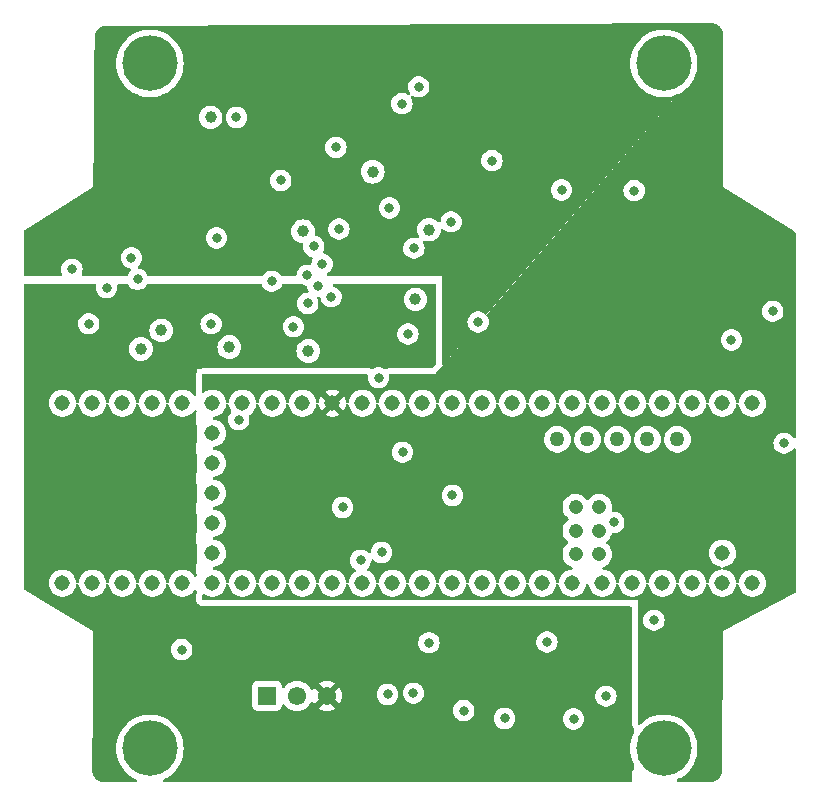
<source format=gbr>
%TF.GenerationSoftware,KiCad,Pcbnew,7.0.6*%
%TF.CreationDate,2024-05-04T22:08:12-04:00*%
%TF.ProjectId,rearbox,72656172-626f-4782-9e6b-696361645f70,rev?*%
%TF.SameCoordinates,Original*%
%TF.FileFunction,Copper,L3,Inr*%
%TF.FilePolarity,Positive*%
%FSLAX46Y46*%
G04 Gerber Fmt 4.6, Leading zero omitted, Abs format (unit mm)*
G04 Created by KiCad (PCBNEW 7.0.6) date 2024-05-04 22:08:12*
%MOMM*%
%LPD*%
G01*
G04 APERTURE LIST*
%TA.AperFunction,ComponentPad*%
%ADD10C,4.700000*%
%TD*%
%TA.AperFunction,ComponentPad*%
%ADD11R,1.550000X1.550000*%
%TD*%
%TA.AperFunction,ComponentPad*%
%ADD12C,1.550000*%
%TD*%
%TA.AperFunction,ComponentPad*%
%ADD13C,1.308000*%
%TD*%
%TA.AperFunction,ComponentPad*%
%ADD14C,1.258000*%
%TD*%
%TA.AperFunction,ComponentPad*%
%ADD15C,1.208000*%
%TD*%
%TA.AperFunction,ViaPad*%
%ADD16C,0.800000*%
%TD*%
%TA.AperFunction,ViaPad*%
%ADD17C,1.000000*%
%TD*%
G04 APERTURE END LIST*
D10*
%TO.N,N/C*%
%TO.C,H6*%
X227395400Y-102196000D03*
%TD*%
%TO.N,N/C*%
%TO.C,H5*%
X183895400Y-102196000D03*
%TD*%
%TO.N,N/C*%
%TO.C,H4*%
X227395500Y-44195900D03*
%TD*%
%TO.N,N/C*%
%TO.C,H2*%
X183895400Y-44196000D03*
%TD*%
D11*
%TO.N,Net-(J2-Pin_1)*%
%TO.C,U3*%
X193802000Y-97739200D03*
D12*
%TO.N,GND*%
X196342000Y-97739200D03*
%TO.N,5v*%
X198882000Y-97739200D03*
%TD*%
D13*
%TO.N,!CS2*%
%TO.C,U4*%
X232364800Y-72962300D03*
%TO.N,SDO2*%
X229824800Y-72962300D03*
%TO.N,unconnected-(U4-OUT2-Pad2)*%
X227284800Y-72962300D03*
%TO.N,unconnected-(U4-LRCLK2-Pad3)*%
X224744800Y-72962300D03*
%TO.N,3v3*%
X199344800Y-72962300D03*
%TO.N,unconnected-(U4-3.3V__1-Pad3.3V_2)*%
X229824800Y-88202300D03*
%TO.N,unconnected-(U4-3.3V__2-Pad3.3V_3)*%
X189184800Y-78042300D03*
%TO.N,unconnected-(U4-BCLK2-Pad4)*%
X222204800Y-72962300D03*
%TO.N,unconnected-(U4-IN2-Pad5)*%
X219664800Y-72962300D03*
D14*
%TO.N,unconnected-(U4-Pad5V)*%
X228554800Y-76012300D03*
D13*
%TO.N,unconnected-(U4-OUT1D-Pad6)*%
X217124800Y-72962300D03*
%TO.N,syncin1*%
X214584800Y-72962300D03*
%TO.N,syncin2*%
X212044800Y-72962300D03*
%TO.N,unconnected-(U4-OUT1C-Pad9)*%
X209504800Y-72962300D03*
%TO.N,!CS1*%
X206964800Y-72962300D03*
%TO.N,SDI1*%
X204424800Y-72962300D03*
%TO.N,SDO1*%
X201884800Y-72962300D03*
%TO.N,SCLK1*%
X201884800Y-88202300D03*
%TO.N,rst2*%
X204424800Y-88202300D03*
%TO.N,dout1*%
X206964800Y-88202300D03*
%TO.N,dclk1*%
X209504800Y-88202300D03*
%TO.N,drdy1*%
X212044800Y-88202300D03*
%TO.N,dout2*%
X214584800Y-88202300D03*
%TO.N,dclk2*%
X217124800Y-88202300D03*
%TO.N,drdy2*%
X219664800Y-88202300D03*
%TO.N,unconnected-(U4-A7-Pad21)*%
X222204800Y-88202300D03*
%TO.N,unconnected-(U4-A8-Pad22)*%
X224744800Y-88202300D03*
%TO.N,unconnected-(U4-A9-Pad23)*%
X227284800Y-88202300D03*
%TO.N,unconnected-(U4-A10-Pad24)*%
X196804800Y-72962300D03*
%TO.N,unconnected-(U4-A11-Pad25)*%
X194264800Y-72962300D03*
%TO.N,SDI2*%
X191724800Y-72962300D03*
%TO.N,SCLK2*%
X189184800Y-72962300D03*
%TO.N,unconnected-(U4-RX7-Pad28)*%
X186644800Y-72962300D03*
%TO.N,unconnected-(U4-TX7-Pad29)*%
X184104800Y-72962300D03*
%TO.N,unconnected-(U4-CRX3-Pad30)*%
X181564800Y-72962300D03*
%TO.N,unconnected-(U4-CTX3-Pad31)*%
X179024800Y-72962300D03*
%TO.N,unconnected-(U4-OUT1B-Pad32)*%
X176484800Y-72962300D03*
%TO.N,unconnected-(U4-MCLK2-Pad33)*%
X176484800Y-88202300D03*
%TO.N,unconnected-(U4-RX8-Pad34)*%
X179024800Y-88202300D03*
%TO.N,unconnected-(U4-TX8-Pad35)*%
X181564800Y-88202300D03*
%TO.N,unconnected-(U4-CS2-Pad36)*%
X184104800Y-88202300D03*
%TO.N,unconnected-(U4-CS3-Pad37)*%
X186644800Y-88202300D03*
%TO.N,unconnected-(U4-A14-Pad38)*%
X189184800Y-88202300D03*
%TO.N,unconnected-(U4-A15-Pad39)*%
X191724800Y-88202300D03*
%TO.N,Net-(IC1-A1)*%
X194264800Y-88202300D03*
%TO.N,Net-(IC1-A2)*%
X196804800Y-88202300D03*
D14*
%TO.N,unconnected-(U4-PadD+)*%
X223474800Y-76012300D03*
%TO.N,unconnected-(U4-PadD-)*%
X226014800Y-76012300D03*
D13*
%TO.N,GND*%
X234904800Y-72962300D03*
X199344800Y-88202300D03*
X232364800Y-88202300D03*
X189184800Y-80582300D03*
D15*
X219934800Y-83752300D03*
%TO.N,Net-(D1-A)*%
X221934800Y-83752300D03*
D13*
%TO.N,unconnected-(U4-PadON{slash}OFF)*%
X189184800Y-85662300D03*
%TO.N,unconnected-(U4-PadPROGRAM)*%
X189184800Y-83122300D03*
D15*
%TO.N,Rd+*%
X221934800Y-85752300D03*
%TO.N,Rd-*%
X219934800Y-85752300D03*
%TO.N,Td+*%
X219934800Y-81752300D03*
%TO.N,Td-*%
X221934800Y-81752300D03*
D14*
%TO.N,GND*%
X220934800Y-76012300D03*
X218394800Y-76012300D03*
D13*
%TO.N,unconnected-(U4-PadVBAT)*%
X189184800Y-75502300D03*
%TO.N,5v*%
X234904800Y-88202300D03*
%TO.N,unconnected-(U4-PadVUSB)*%
X232364800Y-85662300D03*
%TD*%
D16*
%TO.N,GND*%
X186588400Y-93827600D03*
D17*
%TO.N,5vref*%
X196856123Y-58413877D03*
X183134000Y-68376800D03*
X190607723Y-68218277D03*
X206376565Y-64175397D03*
X189026800Y-48768000D03*
X207517000Y-58267600D03*
X197297743Y-68538657D03*
X184861200Y-66802000D03*
D16*
%TO.N,GND*%
X217504296Y-93181101D03*
X199898000Y-58216800D03*
X210464400Y-98986401D03*
X209397600Y-57607200D03*
X206654400Y-46177200D03*
X189534800Y-58978800D03*
X206248000Y-59842400D03*
X236626400Y-65176400D03*
X206197200Y-97513201D03*
X218744800Y-54914800D03*
X196037200Y-66497200D03*
X194970400Y-54102000D03*
X233121200Y-67614800D03*
X212852000Y-52425600D03*
X222504000Y-97767201D03*
X226568000Y-91338400D03*
X213918800Y-99646801D03*
X177292000Y-61620400D03*
X204165200Y-56438800D03*
X189077600Y-66243200D03*
X205232000Y-47599600D03*
X194211000Y-62636400D03*
X219760800Y-99697601D03*
X191211200Y-48768000D03*
X204012800Y-97614801D03*
X199644000Y-51308000D03*
X205740000Y-67106800D03*
X207518000Y-93246001D03*
X211683600Y-66090800D03*
X224891600Y-54965600D03*
X178714400Y-66243200D03*
D17*
%TO.N,5v*%
X223012000Y-99799201D03*
X220776800Y-94008001D03*
X214630000Y-95148400D03*
X201777600Y-66497200D03*
X216611200Y-97005201D03*
X202763503Y-53370097D03*
D16*
%TO.N,3v3*%
X204825600Y-61620400D03*
X212902800Y-53949600D03*
X213207600Y-49174400D03*
X188112400Y-60807600D03*
%TO.N,Net-(D1-A)*%
X223164400Y-83058000D03*
X237591600Y-76352400D03*
%TO.N,Net-(IC1-A1)*%
X203504800Y-85598000D03*
%TO.N,Net-(IC1-A2)*%
X201729400Y-86261000D03*
%TO.N,sg*%
X197764400Y-59690000D03*
X199237600Y-63957200D03*
%TO.N,!CS2*%
X180226100Y-63171610D03*
%TO.N,!CS1*%
X197205600Y-62128400D03*
%TO.N,SDO2*%
X182321200Y-60655200D03*
%TO.N,drdy2*%
X182842988Y-62470212D03*
X200202800Y-81788000D03*
X191414400Y-74371200D03*
%TO.N,drdy1*%
X198475600Y-61163200D03*
X198120000Y-63042800D03*
X203250800Y-70815200D03*
X209499200Y-80772000D03*
X205282800Y-77114400D03*
X197256400Y-64516000D03*
%TD*%
%TA.AperFunction,Conductor*%
%TO.N,5v*%
G36*
X188003435Y-89986485D02*
G01*
X188017593Y-89997083D01*
X188098935Y-90067567D01*
X188229812Y-90127338D01*
X188274628Y-90140497D01*
X188296846Y-90147022D01*
X188296851Y-90147023D01*
X188296855Y-90147024D01*
X188439271Y-90167500D01*
X224566900Y-90167500D01*
X224633939Y-90187185D01*
X224679694Y-90239989D01*
X224690900Y-90291500D01*
X224690900Y-100067237D01*
X224691218Y-100079921D01*
X224692162Y-100098697D01*
X224694074Y-100124042D01*
X224728737Y-100263691D01*
X224755042Y-100328405D01*
X224755045Y-100328410D01*
X224814970Y-100430949D01*
X224827642Y-100452631D01*
X224852696Y-100476268D01*
X224887949Y-100536591D01*
X224891600Y-100566461D01*
X224891600Y-100798482D01*
X224874988Y-100860481D01*
X224843783Y-100914530D01*
X224843779Y-100914538D01*
X224712266Y-101219419D01*
X224617034Y-101537518D01*
X224617031Y-101537532D01*
X224559377Y-101864504D01*
X224559376Y-101864515D01*
X224540069Y-102195996D01*
X224540069Y-102196003D01*
X224559376Y-102527484D01*
X224559377Y-102527495D01*
X224617031Y-102854467D01*
X224617034Y-102854481D01*
X224712266Y-103172580D01*
X224843783Y-103477472D01*
X224843786Y-103477476D01*
X224874986Y-103531515D01*
X224891600Y-103593516D01*
X224891600Y-103828231D01*
X224871915Y-103895270D01*
X224861313Y-103909434D01*
X224790832Y-103990771D01*
X224790830Y-103990775D01*
X224731064Y-104121641D01*
X224711378Y-104188682D01*
X224711376Y-104188687D01*
X224690900Y-104331108D01*
X224690900Y-104917200D01*
X224671215Y-104984239D01*
X224618411Y-105029994D01*
X224566900Y-105041200D01*
X185104733Y-105041200D01*
X185037694Y-105021515D01*
X184991939Y-104968711D01*
X184981995Y-104899553D01*
X185011020Y-104835997D01*
X185049082Y-104806390D01*
X185252286Y-104704336D01*
X185323066Y-104668789D01*
X185600485Y-104486327D01*
X185854847Y-104272893D01*
X186082710Y-104031371D01*
X186280994Y-103765030D01*
X186447017Y-103477470D01*
X186578533Y-103172581D01*
X186673765Y-102854485D01*
X186731424Y-102527484D01*
X186750731Y-102196000D01*
X186731424Y-101864516D01*
X186673765Y-101537515D01*
X186578533Y-101219419D01*
X186447017Y-100914530D01*
X186280994Y-100626970D01*
X186280993Y-100626968D01*
X186082721Y-100360643D01*
X186082714Y-100360635D01*
X186082710Y-100360629D01*
X185854847Y-100119107D01*
X185692553Y-99982926D01*
X185600487Y-99905674D01*
X185600479Y-99905668D01*
X185323069Y-99723212D01*
X185026346Y-99574192D01*
X185026340Y-99574189D01*
X184714330Y-99460627D01*
X184714309Y-99460620D01*
X184391238Y-99384050D01*
X184391223Y-99384048D01*
X184391222Y-99384048D01*
X184061423Y-99345500D01*
X183729377Y-99345500D01*
X183440802Y-99379229D01*
X183399576Y-99384048D01*
X183399561Y-99384050D01*
X183076490Y-99460620D01*
X183076469Y-99460627D01*
X182764459Y-99574189D01*
X182764453Y-99574192D01*
X182467730Y-99723212D01*
X182190320Y-99905668D01*
X182190312Y-99905674D01*
X181984336Y-100078508D01*
X181935953Y-100119107D01*
X181708090Y-100360629D01*
X181708087Y-100360632D01*
X181708085Y-100360635D01*
X181708078Y-100360643D01*
X181509806Y-100626968D01*
X181343785Y-100914525D01*
X181343779Y-100914538D01*
X181212266Y-101219419D01*
X181117034Y-101537518D01*
X181117031Y-101537532D01*
X181059377Y-101864504D01*
X181059376Y-101864515D01*
X181040069Y-102195996D01*
X181040069Y-102196003D01*
X181059376Y-102527484D01*
X181059377Y-102527495D01*
X181117031Y-102854467D01*
X181117034Y-102854481D01*
X181212266Y-103172580D01*
X181343779Y-103477461D01*
X181343785Y-103477474D01*
X181509806Y-103765031D01*
X181708078Y-104031356D01*
X181708083Y-104031362D01*
X181708090Y-104031371D01*
X181935953Y-104272893D01*
X182072504Y-104387472D01*
X182190312Y-104486325D01*
X182190320Y-104486331D01*
X182467730Y-104668787D01*
X182741718Y-104806390D01*
X182792792Y-104854068D01*
X182809982Y-104921790D01*
X182787829Y-104988055D01*
X182733368Y-105031824D01*
X182686067Y-105041200D01*
X180004506Y-105041200D01*
X179999071Y-105040961D01*
X179956251Y-105037195D01*
X179829222Y-105024628D01*
X179809177Y-105020962D01*
X179741891Y-105002836D01*
X179680913Y-104984239D01*
X179648601Y-104974384D01*
X179632122Y-104968044D01*
X179564199Y-104936187D01*
X179561162Y-104934659D01*
X179477179Y-104889499D01*
X179470818Y-104885566D01*
X179404280Y-104838668D01*
X179400510Y-104835789D01*
X179328316Y-104776118D01*
X179323811Y-104772004D01*
X179266111Y-104713843D01*
X179262041Y-104709313D01*
X179202939Y-104636637D01*
X179200089Y-104632843D01*
X179153723Y-104565935D01*
X179149856Y-104559566D01*
X179105335Y-104475166D01*
X179103852Y-104472156D01*
X179072541Y-104403989D01*
X179066336Y-104387472D01*
X179038630Y-104293970D01*
X179021028Y-104226494D01*
X179017524Y-104206431D01*
X179015909Y-104188682D01*
X179006068Y-104080507D01*
X179002532Y-104036254D01*
X179002338Y-104030840D01*
X179002518Y-104008340D01*
X179002517Y-104008331D01*
X179002657Y-103990771D01*
X179045827Y-98562070D01*
X192526500Y-98562070D01*
X192526501Y-98562076D01*
X192532908Y-98621683D01*
X192583202Y-98756528D01*
X192583206Y-98756535D01*
X192669452Y-98871744D01*
X192669455Y-98871747D01*
X192784664Y-98957993D01*
X192784671Y-98957997D01*
X192919517Y-99008291D01*
X192919516Y-99008291D01*
X192926444Y-99009035D01*
X192979127Y-99014700D01*
X194624872Y-99014699D01*
X194684483Y-99008291D01*
X194819331Y-98957996D01*
X194934546Y-98871746D01*
X195020796Y-98756531D01*
X195071091Y-98621683D01*
X195077500Y-98562073D01*
X195077499Y-98550354D01*
X195097179Y-98483317D01*
X195149980Y-98437559D01*
X195219138Y-98427611D01*
X195282696Y-98456632D01*
X195303073Y-98479225D01*
X195361178Y-98562207D01*
X195518993Y-98720022D01*
X195701814Y-98848035D01*
X195904087Y-98942356D01*
X196119666Y-99000120D01*
X196286291Y-99014698D01*
X196341999Y-99019572D01*
X196342000Y-99019572D01*
X196342001Y-99019572D01*
X196397686Y-99014700D01*
X196564334Y-99000120D01*
X196779913Y-98942356D01*
X196982186Y-98848035D01*
X197165007Y-98720022D01*
X197322822Y-98562207D01*
X197450835Y-98379386D01*
X197499894Y-98274177D01*
X197546066Y-98221738D01*
X197613259Y-98202586D01*
X197680141Y-98222801D01*
X197724658Y-98274178D01*
X197773600Y-98379135D01*
X197773601Y-98379137D01*
X197820923Y-98446721D01*
X197820924Y-98446722D01*
X198398922Y-97868723D01*
X198422507Y-97949044D01*
X198500239Y-98069998D01*
X198608900Y-98164152D01*
X198739685Y-98223880D01*
X198749466Y-98225286D01*
X198174476Y-98800274D01*
X198174477Y-98800275D01*
X198242062Y-98847598D01*
X198242064Y-98847599D01*
X198444252Y-98941881D01*
X198444263Y-98941885D01*
X198659751Y-98999625D01*
X198659758Y-98999626D01*
X198881998Y-99019070D01*
X198882002Y-99019070D01*
X199104241Y-98999626D01*
X199104248Y-98999625D01*
X199153600Y-98986401D01*
X209558940Y-98986401D01*
X209578726Y-99174657D01*
X209578727Y-99174660D01*
X209637218Y-99354678D01*
X209637221Y-99354685D01*
X209731867Y-99518617D01*
X209847285Y-99646801D01*
X209858529Y-99659289D01*
X210011665Y-99770549D01*
X210011670Y-99770552D01*
X210184592Y-99847543D01*
X210184597Y-99847545D01*
X210369754Y-99886901D01*
X210369755Y-99886901D01*
X210559044Y-99886901D01*
X210559046Y-99886901D01*
X210744203Y-99847545D01*
X210917130Y-99770552D01*
X211070271Y-99659289D01*
X211081515Y-99646801D01*
X213013340Y-99646801D01*
X213033126Y-99835057D01*
X213033127Y-99835060D01*
X213091618Y-100015078D01*
X213091621Y-100015085D01*
X213186267Y-100179017D01*
X213262508Y-100263691D01*
X213312929Y-100319689D01*
X213466065Y-100430949D01*
X213466070Y-100430952D01*
X213638992Y-100507943D01*
X213638997Y-100507945D01*
X213824154Y-100547301D01*
X213824155Y-100547301D01*
X214013444Y-100547301D01*
X214013446Y-100547301D01*
X214198603Y-100507945D01*
X214371530Y-100430952D01*
X214524671Y-100319689D01*
X214651333Y-100179017D01*
X214745979Y-100015085D01*
X214804474Y-99835057D01*
X214818921Y-99697601D01*
X218855340Y-99697601D01*
X218875126Y-99885857D01*
X218875127Y-99885860D01*
X218933618Y-100065878D01*
X218933621Y-100065885D01*
X219028267Y-100229817D01*
X219146051Y-100360629D01*
X219154929Y-100370489D01*
X219308065Y-100481749D01*
X219308070Y-100481752D01*
X219480992Y-100558743D01*
X219480997Y-100558745D01*
X219666154Y-100598101D01*
X219666155Y-100598101D01*
X219855444Y-100598101D01*
X219855446Y-100598101D01*
X220040603Y-100558745D01*
X220213530Y-100481752D01*
X220366671Y-100370489D01*
X220493333Y-100229817D01*
X220587979Y-100065885D01*
X220646474Y-99885857D01*
X220666260Y-99697601D01*
X220646474Y-99509345D01*
X220587979Y-99329317D01*
X220493333Y-99165385D01*
X220366671Y-99024713D01*
X220358904Y-99019070D01*
X220213534Y-98913452D01*
X220213529Y-98913449D01*
X220040607Y-98836458D01*
X220040602Y-98836456D01*
X219894801Y-98805466D01*
X219855446Y-98797101D01*
X219666154Y-98797101D01*
X219633697Y-98803999D01*
X219480997Y-98836456D01*
X219480992Y-98836458D01*
X219308070Y-98913449D01*
X219308065Y-98913452D01*
X219154929Y-99024712D01*
X219028266Y-99165386D01*
X218933621Y-99329316D01*
X218933618Y-99329323D01*
X218875127Y-99509341D01*
X218875126Y-99509345D01*
X218855340Y-99697601D01*
X214818921Y-99697601D01*
X214824260Y-99646801D01*
X214804474Y-99458545D01*
X214745979Y-99278517D01*
X214651333Y-99114585D01*
X214524671Y-98973913D01*
X214524670Y-98973912D01*
X214371534Y-98862652D01*
X214371529Y-98862649D01*
X214198607Y-98785658D01*
X214198602Y-98785656D01*
X214052800Y-98754666D01*
X214013446Y-98746301D01*
X213824154Y-98746301D01*
X213791697Y-98753199D01*
X213638997Y-98785656D01*
X213638992Y-98785658D01*
X213466070Y-98862649D01*
X213466065Y-98862652D01*
X213312929Y-98973912D01*
X213186266Y-99114586D01*
X213091621Y-99278516D01*
X213091618Y-99278523D01*
X213033127Y-99458541D01*
X213033126Y-99458545D01*
X213013340Y-99646801D01*
X211081515Y-99646801D01*
X211196933Y-99518617D01*
X211291579Y-99354685D01*
X211350074Y-99174657D01*
X211369860Y-98986401D01*
X211350074Y-98798145D01*
X211291579Y-98618117D01*
X211196933Y-98454185D01*
X211070271Y-98313513D01*
X211070270Y-98313512D01*
X210917134Y-98202252D01*
X210917129Y-98202249D01*
X210744207Y-98125258D01*
X210744202Y-98125256D01*
X210591282Y-98092753D01*
X210559046Y-98085901D01*
X210369754Y-98085901D01*
X210337518Y-98092753D01*
X210184597Y-98125256D01*
X210184592Y-98125258D01*
X210011670Y-98202249D01*
X210011665Y-98202252D01*
X209858529Y-98313512D01*
X209731866Y-98454186D01*
X209637221Y-98618116D01*
X209637218Y-98618123D01*
X209582783Y-98785658D01*
X209578726Y-98798145D01*
X209558940Y-98986401D01*
X199153600Y-98986401D01*
X199319736Y-98941885D01*
X199319747Y-98941881D01*
X199521931Y-98847601D01*
X199521933Y-98847600D01*
X199589522Y-98800274D01*
X199014533Y-98225286D01*
X199024315Y-98223880D01*
X199155100Y-98164152D01*
X199263761Y-98069998D01*
X199341493Y-97949044D01*
X199365076Y-97868724D01*
X199943074Y-98446722D01*
X199990400Y-98379133D01*
X199990401Y-98379131D01*
X200084681Y-98176947D01*
X200084685Y-98176936D01*
X200142425Y-97961448D01*
X200142426Y-97961441D01*
X200161870Y-97739201D01*
X200161870Y-97739198D01*
X200150986Y-97614801D01*
X203107340Y-97614801D01*
X203127126Y-97803057D01*
X203127127Y-97803060D01*
X203185618Y-97983078D01*
X203185621Y-97983085D01*
X203280267Y-98147017D01*
X203349475Y-98223880D01*
X203406929Y-98287689D01*
X203560065Y-98398949D01*
X203560070Y-98398952D01*
X203732992Y-98475943D01*
X203732997Y-98475945D01*
X203918154Y-98515301D01*
X203918155Y-98515301D01*
X204107444Y-98515301D01*
X204107446Y-98515301D01*
X204292603Y-98475945D01*
X204465530Y-98398952D01*
X204618671Y-98287689D01*
X204745333Y-98147017D01*
X204839979Y-97983085D01*
X204898474Y-97803057D01*
X204918260Y-97614801D01*
X204907582Y-97513201D01*
X205291740Y-97513201D01*
X205311526Y-97701457D01*
X205311527Y-97701460D01*
X205370018Y-97881478D01*
X205370021Y-97881485D01*
X205464667Y-98045417D01*
X205583247Y-98177113D01*
X205591329Y-98186089D01*
X205744465Y-98297349D01*
X205744470Y-98297352D01*
X205917392Y-98374343D01*
X205917397Y-98374345D01*
X206102554Y-98413701D01*
X206102555Y-98413701D01*
X206291844Y-98413701D01*
X206291846Y-98413701D01*
X206477003Y-98374345D01*
X206649930Y-98297352D01*
X206803071Y-98186089D01*
X206929733Y-98045417D01*
X207024379Y-97881485D01*
X207061512Y-97767201D01*
X221598540Y-97767201D01*
X221618326Y-97955457D01*
X221618327Y-97955460D01*
X221676818Y-98135478D01*
X221676821Y-98135485D01*
X221771467Y-98299417D01*
X221861089Y-98398952D01*
X221898129Y-98440089D01*
X222051265Y-98551349D01*
X222051270Y-98551352D01*
X222224192Y-98628343D01*
X222224197Y-98628345D01*
X222409354Y-98667701D01*
X222409355Y-98667701D01*
X222598644Y-98667701D01*
X222598646Y-98667701D01*
X222783803Y-98628345D01*
X222956730Y-98551352D01*
X223109871Y-98440089D01*
X223236533Y-98299417D01*
X223331179Y-98135485D01*
X223389674Y-97955457D01*
X223409460Y-97767201D01*
X223389674Y-97578945D01*
X223331179Y-97398917D01*
X223236533Y-97234985D01*
X223109871Y-97094313D01*
X223109870Y-97094312D01*
X222956734Y-96983052D01*
X222956729Y-96983049D01*
X222783807Y-96906058D01*
X222783802Y-96906056D01*
X222638001Y-96875066D01*
X222598646Y-96866701D01*
X222409354Y-96866701D01*
X222376897Y-96873599D01*
X222224197Y-96906056D01*
X222224192Y-96906058D01*
X222051270Y-96983049D01*
X222051265Y-96983052D01*
X221898129Y-97094312D01*
X221771466Y-97234986D01*
X221676821Y-97398916D01*
X221676818Y-97398923D01*
X221625199Y-97557791D01*
X221618326Y-97578945D01*
X221598540Y-97767201D01*
X207061512Y-97767201D01*
X207082874Y-97701457D01*
X207102660Y-97513201D01*
X207082874Y-97324945D01*
X207024379Y-97144917D01*
X206929733Y-96980985D01*
X206803071Y-96840313D01*
X206789770Y-96830649D01*
X206649934Y-96729052D01*
X206649929Y-96729049D01*
X206477007Y-96652058D01*
X206477002Y-96652056D01*
X206331200Y-96621066D01*
X206291846Y-96612701D01*
X206102554Y-96612701D01*
X206070097Y-96619599D01*
X205917397Y-96652056D01*
X205917392Y-96652058D01*
X205744470Y-96729049D01*
X205744465Y-96729052D01*
X205591329Y-96840312D01*
X205464666Y-96980986D01*
X205370021Y-97144916D01*
X205370018Y-97144923D01*
X205311527Y-97324941D01*
X205311526Y-97324945D01*
X205291740Y-97513201D01*
X204907582Y-97513201D01*
X204898474Y-97426545D01*
X204839979Y-97246517D01*
X204745333Y-97082585D01*
X204618671Y-96941913D01*
X204583458Y-96916329D01*
X204465534Y-96830652D01*
X204465529Y-96830649D01*
X204292607Y-96753658D01*
X204292602Y-96753656D01*
X204143027Y-96721864D01*
X204107446Y-96714301D01*
X203918154Y-96714301D01*
X203885697Y-96721199D01*
X203732997Y-96753656D01*
X203732992Y-96753658D01*
X203560070Y-96830649D01*
X203560065Y-96830652D01*
X203406929Y-96941912D01*
X203280266Y-97082586D01*
X203185621Y-97246516D01*
X203185618Y-97246523D01*
X203136103Y-97398916D01*
X203127126Y-97426545D01*
X203107340Y-97614801D01*
X200150986Y-97614801D01*
X200142426Y-97516958D01*
X200142425Y-97516951D01*
X200084685Y-97301463D01*
X200084681Y-97301452D01*
X199990399Y-97099264D01*
X199990398Y-97099262D01*
X199943075Y-97031677D01*
X199943074Y-97031676D01*
X199365076Y-97609674D01*
X199341493Y-97529356D01*
X199263761Y-97408402D01*
X199155100Y-97314248D01*
X199024315Y-97254520D01*
X199014533Y-97253113D01*
X199589522Y-96678124D01*
X199589521Y-96678123D01*
X199521937Y-96630801D01*
X199521935Y-96630800D01*
X199319747Y-96536518D01*
X199319736Y-96536514D01*
X199104248Y-96478774D01*
X199104241Y-96478773D01*
X198882002Y-96459330D01*
X198881998Y-96459330D01*
X198659758Y-96478773D01*
X198659751Y-96478774D01*
X198444263Y-96536514D01*
X198444252Y-96536518D01*
X198242066Y-96630798D01*
X198174477Y-96678124D01*
X198749466Y-97253113D01*
X198739685Y-97254520D01*
X198608900Y-97314248D01*
X198500239Y-97408402D01*
X198422507Y-97529356D01*
X198398923Y-97609674D01*
X197820924Y-97031677D01*
X197773600Y-97099265D01*
X197724658Y-97204222D01*
X197678486Y-97256661D01*
X197611292Y-97275813D01*
X197544411Y-97255597D01*
X197499894Y-97204222D01*
X197450835Y-97099014D01*
X197411473Y-97042800D01*
X197322822Y-96916193D01*
X197165007Y-96758378D01*
X196982186Y-96630365D01*
X196779913Y-96536044D01*
X196779909Y-96536043D01*
X196779905Y-96536041D01*
X196564339Y-96478281D01*
X196564329Y-96478279D01*
X196342001Y-96458828D01*
X196341999Y-96458828D01*
X196119670Y-96478279D01*
X196119660Y-96478281D01*
X195904094Y-96536041D01*
X195904087Y-96536043D01*
X195904087Y-96536044D01*
X195701814Y-96630365D01*
X195518993Y-96758378D01*
X195518991Y-96758379D01*
X195518988Y-96758382D01*
X195361178Y-96916192D01*
X195303073Y-96999175D01*
X195248496Y-97042800D01*
X195178998Y-97049992D01*
X195116643Y-97018470D01*
X195081230Y-96958240D01*
X195077499Y-96928051D01*
X195077499Y-96916329D01*
X195077498Y-96916323D01*
X195077497Y-96916316D01*
X195071091Y-96856717D01*
X195064972Y-96840312D01*
X195020797Y-96721871D01*
X195020793Y-96721864D01*
X194934547Y-96606655D01*
X194934544Y-96606652D01*
X194819335Y-96520406D01*
X194819328Y-96520402D01*
X194684482Y-96470108D01*
X194684483Y-96470108D01*
X194624883Y-96463701D01*
X194624881Y-96463700D01*
X194624873Y-96463700D01*
X194624864Y-96463700D01*
X192979129Y-96463700D01*
X192979123Y-96463701D01*
X192919516Y-96470108D01*
X192784671Y-96520402D01*
X192784664Y-96520406D01*
X192669455Y-96606652D01*
X192669452Y-96606655D01*
X192583206Y-96721864D01*
X192583202Y-96721871D01*
X192532908Y-96856717D01*
X192526514Y-96916193D01*
X192526501Y-96916323D01*
X192526500Y-96916335D01*
X192526500Y-98562070D01*
X179045827Y-98562070D01*
X179083477Y-93827600D01*
X185682940Y-93827600D01*
X185702726Y-94015856D01*
X185702727Y-94015859D01*
X185761218Y-94195877D01*
X185761221Y-94195884D01*
X185855867Y-94359816D01*
X185982528Y-94500487D01*
X185982529Y-94500488D01*
X186135665Y-94611748D01*
X186135670Y-94611751D01*
X186308592Y-94688742D01*
X186308597Y-94688744D01*
X186493754Y-94728100D01*
X186493755Y-94728100D01*
X186683044Y-94728100D01*
X186683046Y-94728100D01*
X186868203Y-94688744D01*
X187041130Y-94611751D01*
X187194271Y-94500488D01*
X187320933Y-94359816D01*
X187415579Y-94195884D01*
X187474074Y-94015856D01*
X187493860Y-93827600D01*
X187474074Y-93639344D01*
X187415579Y-93459316D01*
X187320933Y-93295384D01*
X187276468Y-93246001D01*
X206612540Y-93246001D01*
X206632326Y-93434257D01*
X206632327Y-93434260D01*
X206690818Y-93614278D01*
X206690821Y-93614285D01*
X206785467Y-93778217D01*
X206829932Y-93827600D01*
X206912129Y-93918889D01*
X207065265Y-94030149D01*
X207065270Y-94030152D01*
X207238192Y-94107143D01*
X207238197Y-94107145D01*
X207423354Y-94146501D01*
X207423355Y-94146501D01*
X207612644Y-94146501D01*
X207612646Y-94146501D01*
X207797803Y-94107145D01*
X207970730Y-94030152D01*
X208123871Y-93918889D01*
X208250533Y-93778217D01*
X208345179Y-93614285D01*
X208403674Y-93434257D01*
X208423460Y-93246001D01*
X208416639Y-93181101D01*
X216598836Y-93181101D01*
X216618622Y-93369357D01*
X216618623Y-93369360D01*
X216677114Y-93549378D01*
X216677117Y-93549385D01*
X216771763Y-93713317D01*
X216874664Y-93827600D01*
X216898425Y-93853989D01*
X217051561Y-93965249D01*
X217051566Y-93965252D01*
X217224488Y-94042243D01*
X217224493Y-94042245D01*
X217409650Y-94081601D01*
X217409651Y-94081601D01*
X217598940Y-94081601D01*
X217598942Y-94081601D01*
X217784099Y-94042245D01*
X217957026Y-93965252D01*
X218110167Y-93853989D01*
X218236829Y-93713317D01*
X218331475Y-93549385D01*
X218389970Y-93369357D01*
X218409756Y-93181101D01*
X218389970Y-92992845D01*
X218331475Y-92812817D01*
X218236829Y-92648885D01*
X218110167Y-92508213D01*
X218110166Y-92508212D01*
X217957030Y-92396952D01*
X217957025Y-92396949D01*
X217784103Y-92319958D01*
X217784098Y-92319956D01*
X217638296Y-92288966D01*
X217598942Y-92280601D01*
X217409650Y-92280601D01*
X217377193Y-92287499D01*
X217224493Y-92319956D01*
X217224488Y-92319958D01*
X217051566Y-92396949D01*
X217051561Y-92396952D01*
X216898425Y-92508212D01*
X216771762Y-92648886D01*
X216677117Y-92812816D01*
X216677114Y-92812823D01*
X216627196Y-92966456D01*
X216618622Y-92992845D01*
X216598836Y-93181101D01*
X208416639Y-93181101D01*
X208403674Y-93057745D01*
X208345179Y-92877717D01*
X208250533Y-92713785D01*
X208123871Y-92573113D01*
X208119387Y-92569855D01*
X207970734Y-92461852D01*
X207970729Y-92461849D01*
X207797807Y-92384858D01*
X207797802Y-92384856D01*
X207652001Y-92353866D01*
X207612646Y-92345501D01*
X207423354Y-92345501D01*
X207390897Y-92352399D01*
X207238197Y-92384856D01*
X207238192Y-92384858D01*
X207065270Y-92461849D01*
X207065265Y-92461852D01*
X206912129Y-92573112D01*
X206785466Y-92713786D01*
X206690821Y-92877716D01*
X206690818Y-92877723D01*
X206653413Y-92992845D01*
X206632326Y-93057745D01*
X206612540Y-93246001D01*
X187276468Y-93246001D01*
X187194271Y-93154712D01*
X187194270Y-93154711D01*
X187041134Y-93043451D01*
X187041129Y-93043448D01*
X186868207Y-92966457D01*
X186868202Y-92966455D01*
X186722400Y-92935465D01*
X186683046Y-92927100D01*
X186493754Y-92927100D01*
X186461297Y-92933998D01*
X186308597Y-92966455D01*
X186308592Y-92966457D01*
X186135670Y-93043448D01*
X186135665Y-93043451D01*
X185982529Y-93154711D01*
X185855866Y-93295385D01*
X185761221Y-93459315D01*
X185761218Y-93459322D01*
X185710870Y-93614278D01*
X185702726Y-93639344D01*
X185682940Y-93827600D01*
X179083477Y-93827600D01*
X179095828Y-92274410D01*
X179096398Y-92267251D01*
X179095890Y-92265227D01*
X179095786Y-92265121D01*
X179095786Y-92265120D01*
X179095784Y-92265119D01*
X179095186Y-92264509D01*
X179092014Y-92262899D01*
X175499877Y-90123236D01*
X187858400Y-89966800D01*
X187936396Y-89966800D01*
X188003435Y-89986485D01*
G37*
%TD.AperFunction*%
%TD*%
%TA.AperFunction,Conductor*%
%TO.N,5v*%
G36*
X179284894Y-62859285D02*
G01*
X179330649Y-62912089D01*
X179339949Y-62976769D01*
X179341106Y-62976891D01*
X179340427Y-62983350D01*
X179340426Y-62983354D01*
X179320640Y-63171610D01*
X179340426Y-63359866D01*
X179340427Y-63359869D01*
X179398918Y-63539887D01*
X179398921Y-63539894D01*
X179493567Y-63703826D01*
X179552200Y-63768944D01*
X179620229Y-63844498D01*
X179773365Y-63955758D01*
X179773370Y-63955761D01*
X179946292Y-64032752D01*
X179946297Y-64032754D01*
X180131454Y-64072110D01*
X180131455Y-64072110D01*
X180320744Y-64072110D01*
X180320746Y-64072110D01*
X180505903Y-64032754D01*
X180678830Y-63955761D01*
X180831971Y-63844498D01*
X180958633Y-63703826D01*
X181053279Y-63539894D01*
X181111774Y-63359866D01*
X181131560Y-63171610D01*
X181111774Y-62983354D01*
X181111772Y-62983350D01*
X181111094Y-62976891D01*
X181114022Y-62976583D01*
X181118389Y-62919666D01*
X181160549Y-62863950D01*
X181226139Y-62839872D01*
X181234345Y-62839600D01*
X181944855Y-62839600D01*
X182011894Y-62859285D01*
X182052242Y-62901600D01*
X182110455Y-63002428D01*
X182194759Y-63096057D01*
X182237117Y-63143100D01*
X182390253Y-63254360D01*
X182390258Y-63254363D01*
X182563180Y-63331354D01*
X182563185Y-63331356D01*
X182748342Y-63370712D01*
X182748343Y-63370712D01*
X182937632Y-63370712D01*
X182937634Y-63370712D01*
X183122791Y-63331356D01*
X183295718Y-63254363D01*
X183448859Y-63143100D01*
X183575521Y-63002428D01*
X183633733Y-62901600D01*
X183684301Y-62853385D01*
X183741121Y-62839600D01*
X193240091Y-62839600D01*
X193307130Y-62859285D01*
X193352885Y-62912089D01*
X193358022Y-62925283D01*
X193383817Y-63004675D01*
X193383821Y-63004684D01*
X193478467Y-63168616D01*
X193605128Y-63309288D01*
X193605129Y-63309288D01*
X193758265Y-63420548D01*
X193758270Y-63420551D01*
X193931192Y-63497542D01*
X193931197Y-63497544D01*
X194116354Y-63536900D01*
X194116355Y-63536900D01*
X194305644Y-63536900D01*
X194305646Y-63536900D01*
X194490803Y-63497544D01*
X194663730Y-63420551D01*
X194816871Y-63309288D01*
X194943533Y-63168616D01*
X195038179Y-63004684D01*
X195063978Y-62925282D01*
X195103415Y-62867607D01*
X195167773Y-62840408D01*
X195181909Y-62839600D01*
X196612171Y-62839600D01*
X196679210Y-62859285D01*
X196685056Y-62863282D01*
X196752865Y-62912548D01*
X196752870Y-62912551D01*
X196925792Y-62989542D01*
X196925797Y-62989544D01*
X197110954Y-63028900D01*
X197110967Y-63028900D01*
X197114358Y-63029257D01*
X197116199Y-63030014D01*
X197117311Y-63030251D01*
X197117267Y-63030454D01*
X197178973Y-63055843D01*
X197218956Y-63113141D01*
X197224715Y-63139611D01*
X197234326Y-63231056D01*
X197234327Y-63231059D01*
X197292818Y-63411077D01*
X197292819Y-63411079D01*
X197292821Y-63411084D01*
X197303454Y-63429502D01*
X197319927Y-63497399D01*
X197297075Y-63563426D01*
X197242154Y-63606617D01*
X197196067Y-63615500D01*
X197161754Y-63615500D01*
X197129297Y-63622398D01*
X196976597Y-63654855D01*
X196976592Y-63654857D01*
X196803670Y-63731848D01*
X196803665Y-63731851D01*
X196650529Y-63843111D01*
X196523866Y-63983785D01*
X196429221Y-64147715D01*
X196429218Y-64147722D01*
X196371460Y-64325484D01*
X196370726Y-64327744D01*
X196350940Y-64516000D01*
X196370726Y-64704256D01*
X196370727Y-64704259D01*
X196429218Y-64884277D01*
X196429221Y-64884284D01*
X196523867Y-65048216D01*
X196625798Y-65161421D01*
X196650529Y-65188888D01*
X196803665Y-65300148D01*
X196803670Y-65300151D01*
X196976592Y-65377142D01*
X196976597Y-65377144D01*
X197161754Y-65416500D01*
X197161755Y-65416500D01*
X197351044Y-65416500D01*
X197351046Y-65416500D01*
X197536203Y-65377144D01*
X197709130Y-65300151D01*
X197862271Y-65188888D01*
X197988933Y-65048216D01*
X198083579Y-64884284D01*
X198142074Y-64704256D01*
X198161860Y-64516000D01*
X198142074Y-64327744D01*
X198083579Y-64147716D01*
X198072945Y-64129297D01*
X198056473Y-64061401D01*
X198079325Y-63995374D01*
X198134246Y-63952183D01*
X198180333Y-63943300D01*
X198219029Y-63943300D01*
X198286068Y-63962985D01*
X198331823Y-64015789D01*
X198342349Y-64054335D01*
X198351926Y-64145456D01*
X198351927Y-64145459D01*
X198410418Y-64325477D01*
X198410421Y-64325484D01*
X198505067Y-64489416D01*
X198631728Y-64630088D01*
X198631729Y-64630088D01*
X198784865Y-64741348D01*
X198784870Y-64741351D01*
X198957792Y-64818342D01*
X198957797Y-64818344D01*
X199142954Y-64857700D01*
X199142955Y-64857700D01*
X199332244Y-64857700D01*
X199332246Y-64857700D01*
X199517403Y-64818344D01*
X199690330Y-64741351D01*
X199843471Y-64630088D01*
X199970133Y-64489416D01*
X200064779Y-64325484D01*
X200113546Y-64175396D01*
X205371224Y-64175396D01*
X205390540Y-64371526D01*
X205447753Y-64560130D01*
X205540651Y-64733929D01*
X205540655Y-64733936D01*
X205665681Y-64886280D01*
X205818025Y-65011306D01*
X205818032Y-65011310D01*
X205991831Y-65104208D01*
X205991834Y-65104208D01*
X205991838Y-65104211D01*
X206180433Y-65161421D01*
X206376565Y-65180738D01*
X206572697Y-65161421D01*
X206761292Y-65104211D01*
X206780729Y-65093822D01*
X206935097Y-65011310D01*
X206935103Y-65011307D01*
X207087448Y-64886280D01*
X207212475Y-64733935D01*
X207305379Y-64560124D01*
X207362589Y-64371529D01*
X207381906Y-64175397D01*
X207362589Y-63979265D01*
X207305379Y-63790670D01*
X207305376Y-63790666D01*
X207305376Y-63790663D01*
X207212478Y-63616864D01*
X207212474Y-63616857D01*
X207087448Y-63464513D01*
X206935104Y-63339487D01*
X206935097Y-63339483D01*
X206761298Y-63246585D01*
X206761292Y-63246583D01*
X206572697Y-63189373D01*
X206572694Y-63189372D01*
X206376565Y-63170056D01*
X206180435Y-63189372D01*
X205991831Y-63246585D01*
X205818032Y-63339483D01*
X205818025Y-63339487D01*
X205665681Y-63464513D01*
X205540655Y-63616857D01*
X205540651Y-63616864D01*
X205447753Y-63790663D01*
X205390540Y-63979267D01*
X205371224Y-64175396D01*
X200113546Y-64175396D01*
X200123274Y-64145456D01*
X200143060Y-63957200D01*
X200123274Y-63768944D01*
X200064779Y-63588916D01*
X199970133Y-63424984D01*
X199843471Y-63284312D01*
X199802250Y-63254363D01*
X199690334Y-63173051D01*
X199690329Y-63173048D01*
X199517407Y-63096057D01*
X199517402Y-63096055D01*
X199464871Y-63084890D01*
X199403389Y-63051698D01*
X199369613Y-62990535D01*
X199374265Y-62920820D01*
X199415870Y-62864688D01*
X199481217Y-62839959D01*
X199490652Y-62839600D01*
X207960481Y-62839600D01*
X208027520Y-62859285D01*
X208073275Y-62912089D01*
X208084477Y-62962777D01*
X208125812Y-69204301D01*
X208127600Y-69474232D01*
X208127600Y-69597950D01*
X208107915Y-69664989D01*
X208097326Y-69679137D01*
X207894332Y-69913482D01*
X207835560Y-69951266D01*
X207800914Y-69956295D01*
X204350832Y-69964855D01*
X204243960Y-69965121D01*
X204222376Y-69966098D01*
X204222377Y-69966098D01*
X204190555Y-69968904D01*
X204181544Y-69970088D01*
X204147773Y-69974525D01*
X204147771Y-69974525D01*
X204147768Y-69974526D01*
X204011023Y-70019256D01*
X204011022Y-70019257D01*
X203948383Y-70050209D01*
X203908271Y-70077753D01*
X203841863Y-70099474D01*
X203774254Y-70081845D01*
X203765194Y-70075850D01*
X203703534Y-70031051D01*
X203703529Y-70031048D01*
X203530607Y-69954057D01*
X203530602Y-69954055D01*
X203384800Y-69923065D01*
X203345446Y-69914700D01*
X203156154Y-69914700D01*
X203123697Y-69921598D01*
X202970997Y-69954055D01*
X202970992Y-69954057D01*
X202798071Y-70031048D01*
X202736922Y-70075474D01*
X202671115Y-70098952D01*
X202603062Y-70083125D01*
X202583504Y-70069374D01*
X202583193Y-70069176D01*
X202452172Y-70009730D01*
X202452165Y-70009728D01*
X202385086Y-69990212D01*
X202385078Y-69990209D01*
X202385073Y-69990208D01*
X202242622Y-69970088D01*
X202242611Y-69970087D01*
X188387427Y-70004468D01*
X188387425Y-70004468D01*
X188322941Y-70011565D01*
X188279951Y-70016298D01*
X188228451Y-70027641D01*
X188228448Y-70027641D01*
X188228439Y-70027644D01*
X188125969Y-70062048D01*
X188125967Y-70062049D01*
X188091799Y-70084137D01*
X188024812Y-70104000D01*
X187858400Y-70104000D01*
X187858400Y-70268507D01*
X187847330Y-70319720D01*
X187799100Y-70426072D01*
X187799099Y-70426075D01*
X187779596Y-70493153D01*
X187779593Y-70493163D01*
X187759496Y-70635627D01*
X187759496Y-70635634D01*
X187759496Y-70635635D01*
X187763016Y-71959207D01*
X187763096Y-71964873D01*
X187763205Y-71970398D01*
X187774506Y-72037042D01*
X187787260Y-72112252D01*
X187787261Y-72112258D01*
X187807829Y-72176295D01*
X187808364Y-72178240D01*
X187808626Y-72178777D01*
X187809800Y-72181186D01*
X187810314Y-72182239D01*
X187821993Y-72251126D01*
X187794575Y-72315391D01*
X187736765Y-72354631D01*
X187666917Y-72356388D01*
X187607208Y-72320103D01*
X187599896Y-72311297D01*
X187554457Y-72251126D01*
X187501641Y-72181186D01*
X187343522Y-72037042D01*
X187343516Y-72037038D01*
X187343513Y-72037036D01*
X187161613Y-71924408D01*
X187161607Y-71924406D01*
X186962097Y-71847115D01*
X186751780Y-71807800D01*
X186537820Y-71807800D01*
X186327503Y-71847115D01*
X186201333Y-71895993D01*
X186127992Y-71924406D01*
X186127986Y-71924408D01*
X185946086Y-72037036D01*
X185946083Y-72037038D01*
X185946079Y-72037040D01*
X185946078Y-72037042D01*
X185863570Y-72112258D01*
X185787958Y-72181187D01*
X185659019Y-72351929D01*
X185563649Y-72543458D01*
X185563646Y-72543464D01*
X185505096Y-72749249D01*
X185505095Y-72749252D01*
X185498271Y-72822904D01*
X185472485Y-72887842D01*
X185415684Y-72928529D01*
X185345903Y-72932049D01*
X185285297Y-72897284D01*
X185253107Y-72835271D01*
X185251329Y-72822904D01*
X185244504Y-72749252D01*
X185244503Y-72749249D01*
X185185953Y-72543464D01*
X185185950Y-72543458D01*
X185103985Y-72378849D01*
X185090581Y-72351930D01*
X184961641Y-72181186D01*
X184803522Y-72037042D01*
X184803516Y-72037038D01*
X184803513Y-72037036D01*
X184621613Y-71924408D01*
X184621607Y-71924406D01*
X184422097Y-71847115D01*
X184211780Y-71807800D01*
X183997820Y-71807800D01*
X183787503Y-71847115D01*
X183661333Y-71895993D01*
X183587992Y-71924406D01*
X183587986Y-71924408D01*
X183406086Y-72037036D01*
X183406083Y-72037038D01*
X183406079Y-72037040D01*
X183406078Y-72037042D01*
X183323570Y-72112258D01*
X183247958Y-72181187D01*
X183119019Y-72351929D01*
X183023649Y-72543458D01*
X183023646Y-72543464D01*
X182965096Y-72749249D01*
X182965095Y-72749252D01*
X182958271Y-72822904D01*
X182932485Y-72887842D01*
X182875684Y-72928529D01*
X182805903Y-72932049D01*
X182745297Y-72897284D01*
X182713107Y-72835271D01*
X182711329Y-72822904D01*
X182704504Y-72749252D01*
X182704503Y-72749249D01*
X182645953Y-72543464D01*
X182645950Y-72543458D01*
X182563985Y-72378849D01*
X182550581Y-72351930D01*
X182421641Y-72181186D01*
X182263522Y-72037042D01*
X182263516Y-72037038D01*
X182263513Y-72037036D01*
X182081613Y-71924408D01*
X182081607Y-71924406D01*
X181882097Y-71847115D01*
X181671780Y-71807800D01*
X181457820Y-71807800D01*
X181247503Y-71847115D01*
X181121333Y-71895993D01*
X181047992Y-71924406D01*
X181047986Y-71924408D01*
X180866086Y-72037036D01*
X180866083Y-72037038D01*
X180866079Y-72037040D01*
X180866078Y-72037042D01*
X180783570Y-72112258D01*
X180707958Y-72181187D01*
X180579019Y-72351929D01*
X180483649Y-72543458D01*
X180483646Y-72543464D01*
X180425096Y-72749249D01*
X180425095Y-72749252D01*
X180418271Y-72822904D01*
X180392485Y-72887842D01*
X180335684Y-72928529D01*
X180265903Y-72932049D01*
X180205297Y-72897284D01*
X180173107Y-72835271D01*
X180171329Y-72822904D01*
X180164504Y-72749252D01*
X180164503Y-72749249D01*
X180105953Y-72543464D01*
X180105950Y-72543458D01*
X180023985Y-72378849D01*
X180010581Y-72351930D01*
X179881641Y-72181186D01*
X179723522Y-72037042D01*
X179723516Y-72037038D01*
X179723513Y-72037036D01*
X179541613Y-71924408D01*
X179541607Y-71924406D01*
X179342097Y-71847115D01*
X179131780Y-71807800D01*
X178917820Y-71807800D01*
X178707503Y-71847115D01*
X178581333Y-71895993D01*
X178507992Y-71924406D01*
X178507986Y-71924408D01*
X178326086Y-72037036D01*
X178326083Y-72037038D01*
X178326079Y-72037040D01*
X178326078Y-72037042D01*
X178243570Y-72112258D01*
X178167958Y-72181187D01*
X178039019Y-72351929D01*
X177943649Y-72543458D01*
X177943646Y-72543464D01*
X177885096Y-72749249D01*
X177885095Y-72749252D01*
X177878271Y-72822904D01*
X177852485Y-72887842D01*
X177795684Y-72928529D01*
X177725903Y-72932049D01*
X177665297Y-72897284D01*
X177633107Y-72835271D01*
X177631329Y-72822904D01*
X177624504Y-72749252D01*
X177624503Y-72749249D01*
X177565953Y-72543464D01*
X177565950Y-72543458D01*
X177483985Y-72378849D01*
X177470581Y-72351930D01*
X177341641Y-72181186D01*
X177183522Y-72037042D01*
X177183516Y-72037038D01*
X177183513Y-72037036D01*
X177001613Y-71924408D01*
X177001607Y-71924406D01*
X176802097Y-71847115D01*
X176591780Y-71807800D01*
X176377820Y-71807800D01*
X176167503Y-71847115D01*
X176041333Y-71895993D01*
X175967992Y-71924406D01*
X175967986Y-71924408D01*
X175786086Y-72037036D01*
X175786083Y-72037038D01*
X175786079Y-72037040D01*
X175786078Y-72037042D01*
X175703570Y-72112258D01*
X175627958Y-72181187D01*
X175499019Y-72351929D01*
X175403649Y-72543458D01*
X175403646Y-72543464D01*
X175345096Y-72749249D01*
X175345095Y-72749252D01*
X175325354Y-72962299D01*
X175325354Y-72962300D01*
X175345095Y-73175347D01*
X175345096Y-73175350D01*
X175403646Y-73381135D01*
X175403649Y-73381141D01*
X175498431Y-73571490D01*
X175499019Y-73572670D01*
X175627959Y-73743414D01*
X175786078Y-73887558D01*
X175786083Y-73887561D01*
X175786086Y-73887563D01*
X175967986Y-74000191D01*
X175967987Y-74000191D01*
X175967990Y-74000193D01*
X176167503Y-74077485D01*
X176377820Y-74116800D01*
X176377822Y-74116800D01*
X176591778Y-74116800D01*
X176591780Y-74116800D01*
X176802097Y-74077485D01*
X177001610Y-74000193D01*
X177183522Y-73887558D01*
X177341641Y-73743414D01*
X177470581Y-73572670D01*
X177565951Y-73381140D01*
X177565951Y-73381137D01*
X177565953Y-73381135D01*
X177618131Y-73197745D01*
X177624504Y-73175348D01*
X177631329Y-73101694D01*
X177657115Y-73036757D01*
X177713916Y-72996070D01*
X177783697Y-72992550D01*
X177844303Y-73027315D01*
X177876493Y-73089328D01*
X177878271Y-73101695D01*
X177885095Y-73175347D01*
X177885096Y-73175350D01*
X177943646Y-73381135D01*
X177943649Y-73381141D01*
X178038431Y-73571490D01*
X178039019Y-73572670D01*
X178167959Y-73743414D01*
X178326078Y-73887558D01*
X178326083Y-73887561D01*
X178326086Y-73887563D01*
X178507986Y-74000191D01*
X178507987Y-74000191D01*
X178507990Y-74000193D01*
X178707503Y-74077485D01*
X178917820Y-74116800D01*
X178917822Y-74116800D01*
X179131778Y-74116800D01*
X179131780Y-74116800D01*
X179342097Y-74077485D01*
X179541610Y-74000193D01*
X179723522Y-73887558D01*
X179881641Y-73743414D01*
X180010581Y-73572670D01*
X180105951Y-73381140D01*
X180105951Y-73381137D01*
X180105953Y-73381135D01*
X180158131Y-73197745D01*
X180164504Y-73175348D01*
X180171329Y-73101694D01*
X180197115Y-73036757D01*
X180253916Y-72996070D01*
X180323697Y-72992550D01*
X180384303Y-73027315D01*
X180416493Y-73089328D01*
X180418271Y-73101695D01*
X180425095Y-73175347D01*
X180425096Y-73175350D01*
X180483646Y-73381135D01*
X180483649Y-73381141D01*
X180578431Y-73571490D01*
X180579019Y-73572670D01*
X180707959Y-73743414D01*
X180866078Y-73887558D01*
X180866083Y-73887561D01*
X180866086Y-73887563D01*
X181047986Y-74000191D01*
X181047987Y-74000191D01*
X181047990Y-74000193D01*
X181247503Y-74077485D01*
X181457820Y-74116800D01*
X181457822Y-74116800D01*
X181671778Y-74116800D01*
X181671780Y-74116800D01*
X181882097Y-74077485D01*
X182081610Y-74000193D01*
X182263522Y-73887558D01*
X182421641Y-73743414D01*
X182550581Y-73572670D01*
X182645951Y-73381140D01*
X182645951Y-73381137D01*
X182645953Y-73381135D01*
X182698131Y-73197745D01*
X182704504Y-73175348D01*
X182711329Y-73101694D01*
X182737115Y-73036757D01*
X182793916Y-72996070D01*
X182863697Y-72992550D01*
X182924303Y-73027315D01*
X182956493Y-73089328D01*
X182958271Y-73101695D01*
X182965095Y-73175347D01*
X182965096Y-73175350D01*
X183023646Y-73381135D01*
X183023649Y-73381141D01*
X183118431Y-73571490D01*
X183119019Y-73572670D01*
X183247959Y-73743414D01*
X183406078Y-73887558D01*
X183406083Y-73887561D01*
X183406086Y-73887563D01*
X183587986Y-74000191D01*
X183587987Y-74000191D01*
X183587990Y-74000193D01*
X183787503Y-74077485D01*
X183997820Y-74116800D01*
X183997822Y-74116800D01*
X184211778Y-74116800D01*
X184211780Y-74116800D01*
X184422097Y-74077485D01*
X184621610Y-74000193D01*
X184803522Y-73887558D01*
X184961641Y-73743414D01*
X185090581Y-73572670D01*
X185185951Y-73381140D01*
X185185951Y-73381137D01*
X185185953Y-73381135D01*
X185238131Y-73197745D01*
X185244504Y-73175348D01*
X185251329Y-73101694D01*
X185277115Y-73036757D01*
X185333916Y-72996070D01*
X185403697Y-72992550D01*
X185464303Y-73027315D01*
X185496493Y-73089328D01*
X185498271Y-73101695D01*
X185505095Y-73175347D01*
X185505096Y-73175350D01*
X185563646Y-73381135D01*
X185563649Y-73381141D01*
X185658431Y-73571490D01*
X185659019Y-73572670D01*
X185787959Y-73743414D01*
X185946078Y-73887558D01*
X185946083Y-73887561D01*
X185946086Y-73887563D01*
X186127986Y-74000191D01*
X186127987Y-74000191D01*
X186127990Y-74000193D01*
X186327503Y-74077485D01*
X186537820Y-74116800D01*
X186537822Y-74116800D01*
X186751778Y-74116800D01*
X186751780Y-74116800D01*
X186962097Y-74077485D01*
X187161610Y-74000193D01*
X187343522Y-73887558D01*
X187501641Y-73743414D01*
X187621968Y-73584074D01*
X187678077Y-73542439D01*
X187747789Y-73537748D01*
X187808971Y-73571490D01*
X187842198Y-73632953D01*
X187836921Y-73702623D01*
X187833852Y-73710016D01*
X187807991Y-73767039D01*
X187807990Y-73767043D01*
X187788483Y-73834131D01*
X187788477Y-73834147D01*
X187788477Y-73834149D01*
X187768381Y-73976608D01*
X187769431Y-74371198D01*
X187769755Y-74493057D01*
X187769835Y-74498718D01*
X187769944Y-74504257D01*
X187769945Y-74504275D01*
X187793997Y-74646101D01*
X187794003Y-74646124D01*
X187815362Y-74712625D01*
X187815365Y-74712633D01*
X187845862Y-74775195D01*
X187858400Y-74829529D01*
X187858400Y-76190188D01*
X187847330Y-76241402D01*
X187814761Y-76313216D01*
X187795251Y-76380317D01*
X187795249Y-76380322D01*
X187775153Y-76522781D01*
X187776493Y-77026821D01*
X187776570Y-77032328D01*
X187776673Y-77037729D01*
X187776674Y-77037736D01*
X187789627Y-77114397D01*
X187800642Y-77179599D01*
X187800644Y-77179605D01*
X187821969Y-77246138D01*
X187845895Y-77295296D01*
X187858399Y-77349561D01*
X187858400Y-78750560D01*
X187847330Y-78801773D01*
X187821533Y-78858656D01*
X187821531Y-78858662D01*
X187821529Y-78858667D01*
X187805669Y-78913210D01*
X187802024Y-78925749D01*
X187802020Y-78925759D01*
X187802018Y-78925770D01*
X187781923Y-79068224D01*
X187783228Y-79558733D01*
X187799356Y-79684063D01*
X187799357Y-79684065D01*
X187814771Y-79743609D01*
X187849617Y-79831203D01*
X187858400Y-79877037D01*
X187858400Y-81310289D01*
X187847330Y-81361502D01*
X187828302Y-81403459D01*
X187828297Y-81403472D01*
X187808790Y-81470562D01*
X187808786Y-81470577D01*
X187788692Y-81613025D01*
X187788691Y-81613037D01*
X187788691Y-81613040D01*
X187788768Y-81641763D01*
X187789157Y-81787998D01*
X187789971Y-82094116D01*
X187789972Y-82094132D01*
X187800775Y-82196735D01*
X187811128Y-82245999D01*
X187811133Y-82246021D01*
X187842540Y-82344282D01*
X187845724Y-82351189D01*
X187843357Y-82352279D01*
X187858399Y-82405177D01*
X187858400Y-83869398D01*
X187847331Y-83920609D01*
X187835066Y-83947654D01*
X187835060Y-83947670D01*
X187816406Y-84011830D01*
X187816092Y-84012740D01*
X187815554Y-84014761D01*
X187795458Y-84157218D01*
X187795458Y-84157226D01*
X187795458Y-84157227D01*
X187796715Y-84629937D01*
X187807519Y-84732553D01*
X187817875Y-84781832D01*
X187849287Y-84880109D01*
X187851603Y-84887354D01*
X187849809Y-84887927D01*
X187858400Y-84927082D01*
X187858399Y-86428509D01*
X187847333Y-86479714D01*
X187841827Y-86491856D01*
X187822325Y-86558931D01*
X187822322Y-86558938D01*
X187822319Y-86558953D01*
X187802224Y-86701406D01*
X187803459Y-87165766D01*
X187803460Y-87165782D01*
X187814263Y-87268388D01*
X187824617Y-87317656D01*
X187824621Y-87317669D01*
X187852513Y-87404931D01*
X187858400Y-87442684D01*
X187858400Y-87524055D01*
X187838715Y-87591094D01*
X187785911Y-87636849D01*
X187716753Y-87646793D01*
X187653197Y-87617768D01*
X187634672Y-87596024D01*
X187634036Y-87596505D01*
X187592166Y-87541061D01*
X187501641Y-87421186D01*
X187343522Y-87277042D01*
X187343516Y-87277038D01*
X187343513Y-87277036D01*
X187161613Y-87164408D01*
X187161607Y-87164406D01*
X186962097Y-87087115D01*
X186751780Y-87047800D01*
X186537820Y-87047800D01*
X186327503Y-87087115D01*
X186201333Y-87135993D01*
X186127992Y-87164406D01*
X186127986Y-87164408D01*
X185946086Y-87277036D01*
X185946083Y-87277038D01*
X185946079Y-87277040D01*
X185946078Y-87277042D01*
X185805790Y-87404931D01*
X185787958Y-87421187D01*
X185659019Y-87591929D01*
X185563649Y-87783458D01*
X185563646Y-87783464D01*
X185505096Y-87989249D01*
X185505095Y-87989252D01*
X185498271Y-88062904D01*
X185472485Y-88127842D01*
X185415684Y-88168529D01*
X185345903Y-88172049D01*
X185285297Y-88137284D01*
X185253107Y-88075271D01*
X185251329Y-88062904D01*
X185244504Y-87989252D01*
X185244503Y-87989249D01*
X185185953Y-87783464D01*
X185185950Y-87783458D01*
X185117899Y-87646793D01*
X185090581Y-87591930D01*
X184961641Y-87421186D01*
X184803522Y-87277042D01*
X184803516Y-87277038D01*
X184803513Y-87277036D01*
X184621613Y-87164408D01*
X184621607Y-87164406D01*
X184422097Y-87087115D01*
X184211780Y-87047800D01*
X183997820Y-87047800D01*
X183787503Y-87087115D01*
X183661333Y-87135993D01*
X183587992Y-87164406D01*
X183587986Y-87164408D01*
X183406086Y-87277036D01*
X183406083Y-87277038D01*
X183406079Y-87277040D01*
X183406078Y-87277042D01*
X183265790Y-87404931D01*
X183247958Y-87421187D01*
X183119019Y-87591929D01*
X183023649Y-87783458D01*
X183023646Y-87783464D01*
X182965096Y-87989249D01*
X182965095Y-87989252D01*
X182958271Y-88062904D01*
X182932485Y-88127842D01*
X182875684Y-88168529D01*
X182805903Y-88172049D01*
X182745297Y-88137284D01*
X182713107Y-88075271D01*
X182711329Y-88062904D01*
X182704504Y-87989252D01*
X182704503Y-87989249D01*
X182645953Y-87783464D01*
X182645950Y-87783458D01*
X182577899Y-87646793D01*
X182550581Y-87591930D01*
X182421641Y-87421186D01*
X182263522Y-87277042D01*
X182263516Y-87277038D01*
X182263513Y-87277036D01*
X182081613Y-87164408D01*
X182081607Y-87164406D01*
X181882097Y-87087115D01*
X181671780Y-87047800D01*
X181457820Y-87047800D01*
X181247503Y-87087115D01*
X181121333Y-87135993D01*
X181047992Y-87164406D01*
X181047986Y-87164408D01*
X180866086Y-87277036D01*
X180866083Y-87277038D01*
X180866079Y-87277040D01*
X180866078Y-87277042D01*
X180725790Y-87404931D01*
X180707958Y-87421187D01*
X180579019Y-87591929D01*
X180483649Y-87783458D01*
X180483646Y-87783464D01*
X180425096Y-87989249D01*
X180425095Y-87989252D01*
X180418271Y-88062904D01*
X180392485Y-88127842D01*
X180335684Y-88168529D01*
X180265903Y-88172049D01*
X180205297Y-88137284D01*
X180173107Y-88075271D01*
X180171329Y-88062904D01*
X180164504Y-87989252D01*
X180164503Y-87989249D01*
X180105953Y-87783464D01*
X180105950Y-87783458D01*
X180037899Y-87646793D01*
X180010581Y-87591930D01*
X179881641Y-87421186D01*
X179723522Y-87277042D01*
X179723516Y-87277038D01*
X179723513Y-87277036D01*
X179541613Y-87164408D01*
X179541607Y-87164406D01*
X179342097Y-87087115D01*
X179131780Y-87047800D01*
X178917820Y-87047800D01*
X178707503Y-87087115D01*
X178581333Y-87135993D01*
X178507992Y-87164406D01*
X178507986Y-87164408D01*
X178326086Y-87277036D01*
X178326083Y-87277038D01*
X178326079Y-87277040D01*
X178326078Y-87277042D01*
X178185790Y-87404931D01*
X178167958Y-87421187D01*
X178039019Y-87591929D01*
X177943649Y-87783458D01*
X177943646Y-87783464D01*
X177885096Y-87989249D01*
X177885095Y-87989252D01*
X177878271Y-88062904D01*
X177852485Y-88127842D01*
X177795684Y-88168529D01*
X177725903Y-88172049D01*
X177665297Y-88137284D01*
X177633107Y-88075271D01*
X177631329Y-88062904D01*
X177624504Y-87989252D01*
X177624503Y-87989249D01*
X177565953Y-87783464D01*
X177565950Y-87783458D01*
X177497899Y-87646793D01*
X177470581Y-87591930D01*
X177341641Y-87421186D01*
X177183522Y-87277042D01*
X177183516Y-87277038D01*
X177183513Y-87277036D01*
X177001613Y-87164408D01*
X177001607Y-87164406D01*
X176802097Y-87087115D01*
X176591780Y-87047800D01*
X176377820Y-87047800D01*
X176167503Y-87087115D01*
X176041333Y-87135993D01*
X175967992Y-87164406D01*
X175967986Y-87164408D01*
X175786086Y-87277036D01*
X175786083Y-87277038D01*
X175786079Y-87277040D01*
X175786078Y-87277042D01*
X175645790Y-87404931D01*
X175627958Y-87421187D01*
X175499019Y-87591929D01*
X175403649Y-87783458D01*
X175403646Y-87783464D01*
X175345096Y-87989249D01*
X175345095Y-87989252D01*
X175325354Y-88202299D01*
X175325354Y-88202300D01*
X175345095Y-88415347D01*
X175345096Y-88415350D01*
X175403646Y-88621135D01*
X175403649Y-88621141D01*
X175485656Y-88785833D01*
X175499019Y-88812670D01*
X175627959Y-88983414D01*
X175786078Y-89127558D01*
X175786083Y-89127561D01*
X175786086Y-89127563D01*
X175967986Y-89240191D01*
X175967987Y-89240191D01*
X175967990Y-89240193D01*
X176167503Y-89317485D01*
X176377820Y-89356800D01*
X176377822Y-89356800D01*
X176591778Y-89356800D01*
X176591780Y-89356800D01*
X176802097Y-89317485D01*
X177001610Y-89240193D01*
X177183522Y-89127558D01*
X177341641Y-88983414D01*
X177470581Y-88812670D01*
X177565951Y-88621140D01*
X177565951Y-88621137D01*
X177565953Y-88621135D01*
X177599479Y-88503300D01*
X177624504Y-88415348D01*
X177631329Y-88341694D01*
X177657115Y-88276757D01*
X177713916Y-88236070D01*
X177783697Y-88232550D01*
X177844303Y-88267315D01*
X177876493Y-88329328D01*
X177878271Y-88341695D01*
X177885095Y-88415347D01*
X177885096Y-88415350D01*
X177943646Y-88621135D01*
X177943649Y-88621141D01*
X178025656Y-88785833D01*
X178039019Y-88812670D01*
X178167959Y-88983414D01*
X178326078Y-89127558D01*
X178326083Y-89127561D01*
X178326086Y-89127563D01*
X178507986Y-89240191D01*
X178507987Y-89240191D01*
X178507990Y-89240193D01*
X178707503Y-89317485D01*
X178917820Y-89356800D01*
X178917822Y-89356800D01*
X179131778Y-89356800D01*
X179131780Y-89356800D01*
X179342097Y-89317485D01*
X179541610Y-89240193D01*
X179723522Y-89127558D01*
X179881641Y-88983414D01*
X180010581Y-88812670D01*
X180105951Y-88621140D01*
X180105951Y-88621137D01*
X180105953Y-88621135D01*
X180139479Y-88503300D01*
X180164504Y-88415348D01*
X180171329Y-88341694D01*
X180197115Y-88276757D01*
X180253916Y-88236070D01*
X180323697Y-88232550D01*
X180384303Y-88267315D01*
X180416493Y-88329328D01*
X180418271Y-88341695D01*
X180425095Y-88415347D01*
X180425096Y-88415350D01*
X180483646Y-88621135D01*
X180483649Y-88621141D01*
X180565656Y-88785833D01*
X180579019Y-88812670D01*
X180707959Y-88983414D01*
X180866078Y-89127558D01*
X180866083Y-89127561D01*
X180866086Y-89127563D01*
X181047986Y-89240191D01*
X181047987Y-89240191D01*
X181047990Y-89240193D01*
X181247503Y-89317485D01*
X181457820Y-89356800D01*
X181457822Y-89356800D01*
X181671778Y-89356800D01*
X181671780Y-89356800D01*
X181882097Y-89317485D01*
X182081610Y-89240193D01*
X182263522Y-89127558D01*
X182421641Y-88983414D01*
X182550581Y-88812670D01*
X182645951Y-88621140D01*
X182645951Y-88621137D01*
X182645953Y-88621135D01*
X182679479Y-88503300D01*
X182704504Y-88415348D01*
X182711329Y-88341694D01*
X182737115Y-88276757D01*
X182793916Y-88236070D01*
X182863697Y-88232550D01*
X182924303Y-88267315D01*
X182956493Y-88329328D01*
X182958271Y-88341695D01*
X182965095Y-88415347D01*
X182965096Y-88415350D01*
X183023646Y-88621135D01*
X183023649Y-88621141D01*
X183105656Y-88785833D01*
X183119019Y-88812670D01*
X183247959Y-88983414D01*
X183406078Y-89127558D01*
X183406083Y-89127561D01*
X183406086Y-89127563D01*
X183587986Y-89240191D01*
X183587987Y-89240191D01*
X183587990Y-89240193D01*
X183787503Y-89317485D01*
X183997820Y-89356800D01*
X183997822Y-89356800D01*
X184211778Y-89356800D01*
X184211780Y-89356800D01*
X184422097Y-89317485D01*
X184621610Y-89240193D01*
X184803522Y-89127558D01*
X184961641Y-88983414D01*
X185090581Y-88812670D01*
X185185951Y-88621140D01*
X185185951Y-88621137D01*
X185185953Y-88621135D01*
X185219479Y-88503300D01*
X185244504Y-88415348D01*
X185251329Y-88341694D01*
X185277115Y-88276757D01*
X185333916Y-88236070D01*
X185403697Y-88232550D01*
X185464303Y-88267315D01*
X185496493Y-88329328D01*
X185498271Y-88341695D01*
X185505095Y-88415347D01*
X185505096Y-88415350D01*
X185563646Y-88621135D01*
X185563649Y-88621141D01*
X185645656Y-88785833D01*
X185659019Y-88812670D01*
X185787959Y-88983414D01*
X185946078Y-89127558D01*
X185946083Y-89127561D01*
X185946086Y-89127563D01*
X186127986Y-89240191D01*
X186127987Y-89240191D01*
X186127990Y-89240193D01*
X186327503Y-89317485D01*
X186537820Y-89356800D01*
X186537822Y-89356800D01*
X186751778Y-89356800D01*
X186751780Y-89356800D01*
X186962097Y-89317485D01*
X187161610Y-89240193D01*
X187343522Y-89127558D01*
X187501641Y-88983414D01*
X187630581Y-88812670D01*
X187630580Y-88812670D01*
X187634036Y-88808095D01*
X187635633Y-88809301D01*
X187680984Y-88768639D01*
X187749964Y-88757525D01*
X187814003Y-88785468D01*
X187852768Y-88843597D01*
X187858400Y-88880544D01*
X187858400Y-88987619D01*
X187848927Y-89031445D01*
X187850131Y-89031891D01*
X187848593Y-89036045D01*
X187829089Y-89103127D01*
X187829091Y-89103121D01*
X187829089Y-89103132D01*
X187829087Y-89103139D01*
X187808991Y-89245594D01*
X187808990Y-89245606D01*
X187809773Y-89539674D01*
X187821469Y-89646447D01*
X187832674Y-89697624D01*
X187852028Y-89755646D01*
X187858399Y-89794881D01*
X187858399Y-89966799D01*
X187858400Y-89966800D01*
X175499878Y-90123236D01*
X173314443Y-88821477D01*
X173266921Y-88770258D01*
X173253900Y-88714944D01*
X173253900Y-68376800D01*
X182128659Y-68376800D01*
X182147975Y-68572929D01*
X182205188Y-68761533D01*
X182298086Y-68935332D01*
X182298090Y-68935339D01*
X182423116Y-69087683D01*
X182575460Y-69212709D01*
X182575467Y-69212713D01*
X182749266Y-69305611D01*
X182749269Y-69305611D01*
X182749273Y-69305614D01*
X182937868Y-69362824D01*
X183134000Y-69382141D01*
X183330132Y-69362824D01*
X183518727Y-69305614D01*
X183692538Y-69212710D01*
X183844883Y-69087683D01*
X183969910Y-68935338D01*
X184054642Y-68776816D01*
X184062811Y-68761533D01*
X184062811Y-68761532D01*
X184062814Y-68761527D01*
X184120024Y-68572932D01*
X184139341Y-68376800D01*
X184123728Y-68218276D01*
X189602382Y-68218276D01*
X189621698Y-68414406D01*
X189621699Y-68414409D01*
X189659389Y-68538657D01*
X189678911Y-68603010D01*
X189771809Y-68776809D01*
X189771813Y-68776816D01*
X189896839Y-68929160D01*
X190049183Y-69054186D01*
X190049190Y-69054190D01*
X190222989Y-69147088D01*
X190222992Y-69147088D01*
X190222996Y-69147091D01*
X190411591Y-69204301D01*
X190607723Y-69223618D01*
X190803855Y-69204301D01*
X190992450Y-69147091D01*
X191166261Y-69054187D01*
X191318606Y-68929160D01*
X191443633Y-68776815D01*
X191536537Y-68603004D01*
X191556057Y-68538656D01*
X196292402Y-68538656D01*
X196311718Y-68734786D01*
X196368931Y-68923390D01*
X196461829Y-69097189D01*
X196461833Y-69097196D01*
X196586859Y-69249540D01*
X196739203Y-69374566D01*
X196739210Y-69374570D01*
X196913009Y-69467468D01*
X196913012Y-69467468D01*
X196913016Y-69467471D01*
X197101611Y-69524681D01*
X197297743Y-69543998D01*
X197493875Y-69524681D01*
X197682470Y-69467471D01*
X197856281Y-69374567D01*
X198008626Y-69249540D01*
X198133653Y-69097195D01*
X198220167Y-68935339D01*
X198226554Y-68923390D01*
X198226554Y-68923389D01*
X198226557Y-68923384D01*
X198283767Y-68734789D01*
X198303084Y-68538657D01*
X198283767Y-68342525D01*
X198226557Y-68153930D01*
X198226554Y-68153926D01*
X198226554Y-68153923D01*
X198133656Y-67980124D01*
X198133652Y-67980117D01*
X198008626Y-67827773D01*
X197856282Y-67702747D01*
X197856275Y-67702743D01*
X197682476Y-67609845D01*
X197682470Y-67609843D01*
X197493875Y-67552633D01*
X197493872Y-67552632D01*
X197297743Y-67533316D01*
X197101613Y-67552632D01*
X196913009Y-67609845D01*
X196739210Y-67702743D01*
X196739203Y-67702747D01*
X196586859Y-67827773D01*
X196461833Y-67980117D01*
X196461829Y-67980124D01*
X196368931Y-68153923D01*
X196311718Y-68342527D01*
X196292402Y-68538656D01*
X191556057Y-68538656D01*
X191593747Y-68414409D01*
X191613064Y-68218277D01*
X191593747Y-68022145D01*
X191536537Y-67833550D01*
X191536534Y-67833546D01*
X191536534Y-67833543D01*
X191443636Y-67659744D01*
X191443632Y-67659737D01*
X191318606Y-67507393D01*
X191166262Y-67382367D01*
X191166255Y-67382363D01*
X190992456Y-67289465D01*
X190992450Y-67289463D01*
X190803855Y-67232253D01*
X190803852Y-67232252D01*
X190607723Y-67212936D01*
X190411593Y-67232252D01*
X190222989Y-67289465D01*
X190049190Y-67382363D01*
X190049183Y-67382367D01*
X189896839Y-67507393D01*
X189771813Y-67659737D01*
X189771809Y-67659744D01*
X189678911Y-67833543D01*
X189621698Y-68022147D01*
X189602382Y-68218276D01*
X184123728Y-68218276D01*
X184120024Y-68180668D01*
X184062814Y-67992073D01*
X184062811Y-67992069D01*
X184062811Y-67992066D01*
X183969913Y-67818267D01*
X183969909Y-67818260D01*
X183844883Y-67665916D01*
X183692539Y-67540890D01*
X183692532Y-67540886D01*
X183518733Y-67447988D01*
X183518727Y-67447986D01*
X183330132Y-67390776D01*
X183330129Y-67390775D01*
X183134000Y-67371459D01*
X182937870Y-67390775D01*
X182749266Y-67447988D01*
X182575467Y-67540886D01*
X182575460Y-67540890D01*
X182423116Y-67665916D01*
X182298090Y-67818260D01*
X182298086Y-67818267D01*
X182205188Y-67992066D01*
X182147975Y-68180670D01*
X182128659Y-68376800D01*
X173253900Y-68376800D01*
X173253900Y-66243200D01*
X177808940Y-66243200D01*
X177828726Y-66431456D01*
X177830692Y-66437509D01*
X177887218Y-66611477D01*
X177887221Y-66611484D01*
X177981867Y-66775416D01*
X178062959Y-66865477D01*
X178108529Y-66916088D01*
X178261665Y-67027348D01*
X178261670Y-67027351D01*
X178434592Y-67104342D01*
X178434597Y-67104344D01*
X178619754Y-67143700D01*
X178619755Y-67143700D01*
X178809044Y-67143700D01*
X178809046Y-67143700D01*
X178994203Y-67104344D01*
X179167130Y-67027351D01*
X179320271Y-66916088D01*
X179422997Y-66802000D01*
X183855859Y-66802000D01*
X183875175Y-66998129D01*
X183932388Y-67186733D01*
X184025286Y-67360532D01*
X184025290Y-67360539D01*
X184150316Y-67512883D01*
X184302660Y-67637909D01*
X184302667Y-67637913D01*
X184476466Y-67730811D01*
X184476469Y-67730811D01*
X184476473Y-67730814D01*
X184665068Y-67788024D01*
X184861200Y-67807341D01*
X185057332Y-67788024D01*
X185245927Y-67730814D01*
X185419738Y-67637910D01*
X185572083Y-67512883D01*
X185697110Y-67360538D01*
X185790014Y-67186727D01*
X185847224Y-66998132D01*
X185866541Y-66802000D01*
X185847224Y-66605868D01*
X185790014Y-66417273D01*
X185790011Y-66417269D01*
X185790011Y-66417266D01*
X185697113Y-66243467D01*
X185697109Y-66243460D01*
X185696896Y-66243200D01*
X188172140Y-66243200D01*
X188191926Y-66431456D01*
X188193892Y-66437509D01*
X188250418Y-66611477D01*
X188250421Y-66611484D01*
X188345067Y-66775416D01*
X188426159Y-66865477D01*
X188471729Y-66916088D01*
X188624865Y-67027348D01*
X188624870Y-67027351D01*
X188797792Y-67104342D01*
X188797797Y-67104344D01*
X188982954Y-67143700D01*
X188982955Y-67143700D01*
X189172244Y-67143700D01*
X189172246Y-67143700D01*
X189357403Y-67104344D01*
X189530330Y-67027351D01*
X189683471Y-66916088D01*
X189810133Y-66775416D01*
X189904779Y-66611484D01*
X189941912Y-66497200D01*
X195131740Y-66497200D01*
X195151526Y-66685456D01*
X195151527Y-66685459D01*
X195210018Y-66865477D01*
X195210021Y-66865484D01*
X195304667Y-67029416D01*
X195374344Y-67106800D01*
X195431329Y-67170088D01*
X195584465Y-67281348D01*
X195584470Y-67281351D01*
X195757392Y-67358342D01*
X195757397Y-67358344D01*
X195942554Y-67397700D01*
X195942555Y-67397700D01*
X196131844Y-67397700D01*
X196131846Y-67397700D01*
X196317003Y-67358344D01*
X196489930Y-67281351D01*
X196643071Y-67170088D01*
X196700056Y-67106800D01*
X204834540Y-67106800D01*
X204854326Y-67295056D01*
X204854327Y-67295059D01*
X204912818Y-67475077D01*
X204912821Y-67475084D01*
X205007467Y-67639016D01*
X205064851Y-67702747D01*
X205134129Y-67779688D01*
X205287265Y-67890948D01*
X205287270Y-67890951D01*
X205460192Y-67967942D01*
X205460197Y-67967944D01*
X205645354Y-68007300D01*
X205645355Y-68007300D01*
X205834644Y-68007300D01*
X205834646Y-68007300D01*
X206019803Y-67967944D01*
X206192730Y-67890951D01*
X206345871Y-67779688D01*
X206472533Y-67639016D01*
X206567179Y-67475084D01*
X206625674Y-67295056D01*
X206645460Y-67106800D01*
X206625674Y-66918544D01*
X206567179Y-66738516D01*
X206472533Y-66574584D01*
X206345871Y-66433912D01*
X206342491Y-66431456D01*
X206192734Y-66322651D01*
X206192729Y-66322648D01*
X206019807Y-66245657D01*
X206019802Y-66245655D01*
X205874001Y-66214665D01*
X205834646Y-66206300D01*
X205645354Y-66206300D01*
X205612897Y-66213198D01*
X205460197Y-66245655D01*
X205460192Y-66245657D01*
X205287270Y-66322648D01*
X205287265Y-66322651D01*
X205134129Y-66433911D01*
X205007466Y-66574585D01*
X204912821Y-66738515D01*
X204912818Y-66738522D01*
X204871566Y-66865484D01*
X204854326Y-66918544D01*
X204834540Y-67106800D01*
X196700056Y-67106800D01*
X196769733Y-67029416D01*
X196864379Y-66865484D01*
X196922874Y-66685456D01*
X196942660Y-66497200D01*
X196922874Y-66308944D01*
X196864379Y-66128916D01*
X196769733Y-65964984D01*
X196643071Y-65824312D01*
X196643070Y-65824311D01*
X196489934Y-65713051D01*
X196489929Y-65713048D01*
X196317007Y-65636057D01*
X196317002Y-65636055D01*
X196171200Y-65605065D01*
X196131846Y-65596700D01*
X195942554Y-65596700D01*
X195910097Y-65603598D01*
X195757397Y-65636055D01*
X195757392Y-65636057D01*
X195584470Y-65713048D01*
X195584465Y-65713051D01*
X195431329Y-65824311D01*
X195304666Y-65964985D01*
X195210021Y-66128915D01*
X195210018Y-66128922D01*
X195151527Y-66308940D01*
X195151526Y-66308944D01*
X195131740Y-66497200D01*
X189941912Y-66497200D01*
X189963274Y-66431456D01*
X189983060Y-66243200D01*
X189963274Y-66054944D01*
X189904779Y-65874916D01*
X189810133Y-65710984D01*
X189683471Y-65570312D01*
X189661207Y-65554136D01*
X189530334Y-65459051D01*
X189530329Y-65459048D01*
X189357407Y-65382057D01*
X189357402Y-65382055D01*
X189211600Y-65351065D01*
X189172246Y-65342700D01*
X188982954Y-65342700D01*
X188950497Y-65349598D01*
X188797797Y-65382055D01*
X188797792Y-65382057D01*
X188624870Y-65459048D01*
X188624865Y-65459051D01*
X188471729Y-65570311D01*
X188345066Y-65710985D01*
X188250421Y-65874915D01*
X188250418Y-65874922D01*
X188191927Y-66054940D01*
X188191926Y-66054944D01*
X188172140Y-66243200D01*
X185696896Y-66243200D01*
X185572083Y-66091116D01*
X185419739Y-65966090D01*
X185419732Y-65966086D01*
X185245933Y-65873188D01*
X185245927Y-65873186D01*
X185057332Y-65815976D01*
X185057329Y-65815975D01*
X184861200Y-65796659D01*
X184665070Y-65815975D01*
X184476466Y-65873188D01*
X184302667Y-65966086D01*
X184302660Y-65966090D01*
X184150316Y-66091116D01*
X184025290Y-66243460D01*
X184025286Y-66243467D01*
X183932388Y-66417266D01*
X183875175Y-66605870D01*
X183855859Y-66802000D01*
X179422997Y-66802000D01*
X179446933Y-66775416D01*
X179541579Y-66611484D01*
X179600074Y-66431456D01*
X179619860Y-66243200D01*
X179600074Y-66054944D01*
X179541579Y-65874916D01*
X179446933Y-65710984D01*
X179320271Y-65570312D01*
X179298007Y-65554136D01*
X179167134Y-65459051D01*
X179167129Y-65459048D01*
X178994207Y-65382057D01*
X178994202Y-65382055D01*
X178848400Y-65351065D01*
X178809046Y-65342700D01*
X178619754Y-65342700D01*
X178587297Y-65349598D01*
X178434597Y-65382055D01*
X178434592Y-65382057D01*
X178261670Y-65459048D01*
X178261665Y-65459051D01*
X178108529Y-65570311D01*
X177981866Y-65710985D01*
X177887221Y-65874915D01*
X177887218Y-65874922D01*
X177828727Y-66054940D01*
X177828726Y-66054944D01*
X177808940Y-66243200D01*
X173253900Y-66243200D01*
X173253900Y-62963600D01*
X173273585Y-62896561D01*
X173326389Y-62850806D01*
X173377900Y-62839600D01*
X179217855Y-62839600D01*
X179284894Y-62859285D01*
G37*
%TD.AperFunction*%
%TD*%
%TA.AperFunction,Conductor*%
%TO.N,3v3*%
G36*
X231454900Y-40796977D02*
G01*
X231498506Y-40800646D01*
X231624689Y-40812624D01*
X231644760Y-40816214D01*
X231713307Y-40834406D01*
X231805594Y-40862180D01*
X231822086Y-40868456D01*
X231890804Y-40900380D01*
X231893777Y-40901862D01*
X231977427Y-40946453D01*
X231983793Y-40950358D01*
X232016557Y-40973274D01*
X232050858Y-40997266D01*
X232054639Y-41000134D01*
X232126814Y-41059363D01*
X232131346Y-41063472D01*
X232189372Y-41121549D01*
X232193482Y-41126091D01*
X232252838Y-41198570D01*
X232255708Y-41202363D01*
X232302237Y-41269010D01*
X232306145Y-41275396D01*
X232351168Y-41360057D01*
X232352673Y-41363085D01*
X232366911Y-41393805D01*
X232383988Y-41430651D01*
X232390257Y-41447174D01*
X232418671Y-41541924D01*
X232427177Y-41574092D01*
X232436131Y-41607950D01*
X232439705Y-41628022D01*
X232452114Y-41759771D01*
X232455274Y-41797745D01*
X232455487Y-41803184D01*
X232452958Y-42334082D01*
X230123183Y-45023668D01*
X230173865Y-44854385D01*
X230231524Y-44527384D01*
X230250825Y-44196000D01*
X230250831Y-44195903D01*
X230250831Y-44195896D01*
X230247001Y-44130155D01*
X230231524Y-43864416D01*
X230173865Y-43537415D01*
X230078633Y-43219319D01*
X229947117Y-42914430D01*
X229781094Y-42626870D01*
X229582889Y-42360635D01*
X229582821Y-42360543D01*
X229582814Y-42360535D01*
X229582810Y-42360529D01*
X229354947Y-42119007D01*
X229138344Y-41937256D01*
X229100587Y-41905574D01*
X229100579Y-41905568D01*
X228823169Y-41723112D01*
X228526446Y-41574092D01*
X228526440Y-41574089D01*
X228214430Y-41460527D01*
X228214409Y-41460520D01*
X227891338Y-41383950D01*
X227891323Y-41383948D01*
X227561523Y-41345400D01*
X227229477Y-41345400D01*
X226940902Y-41379129D01*
X226899676Y-41383948D01*
X226899661Y-41383950D01*
X226576590Y-41460520D01*
X226576569Y-41460527D01*
X226264559Y-41574089D01*
X226264553Y-41574092D01*
X225967830Y-41723112D01*
X225690420Y-41905568D01*
X225690412Y-41905574D01*
X225484436Y-42078408D01*
X225436053Y-42119007D01*
X225208190Y-42360529D01*
X225208187Y-42360532D01*
X225208185Y-42360535D01*
X225208178Y-42360543D01*
X225009906Y-42626868D01*
X224843885Y-42914425D01*
X224843879Y-42914438D01*
X224712366Y-43219319D01*
X224617134Y-43537418D01*
X224617131Y-43537432D01*
X224559477Y-43864404D01*
X224559476Y-43864415D01*
X224540169Y-44195896D01*
X224540169Y-44195903D01*
X224559476Y-44527384D01*
X224559477Y-44527395D01*
X224617131Y-44854367D01*
X224617134Y-44854381D01*
X224712366Y-45172480D01*
X224843879Y-45477361D01*
X224843885Y-45477374D01*
X225009906Y-45764931D01*
X225208178Y-46031256D01*
X225208183Y-46031262D01*
X225208190Y-46031271D01*
X225436053Y-46272793D01*
X225546489Y-46365459D01*
X225690412Y-46486225D01*
X225690420Y-46486231D01*
X225967830Y-46668687D01*
X225967834Y-46668689D01*
X226264561Y-46817711D01*
X226576582Y-46931277D01*
X226576588Y-46931278D01*
X226576590Y-46931279D01*
X226899661Y-47007849D01*
X226899668Y-47007850D01*
X226899677Y-47007852D01*
X227229477Y-47046400D01*
X227229484Y-47046400D01*
X227561516Y-47046400D01*
X227561523Y-47046400D01*
X227891323Y-47007852D01*
X227891332Y-47007849D01*
X227891338Y-47007849D01*
X228151945Y-46946083D01*
X228214418Y-46931277D01*
X228526439Y-46817711D01*
X228602033Y-46779745D01*
X212374992Y-65512892D01*
X212289471Y-65417912D01*
X212287528Y-65416500D01*
X212136334Y-65306651D01*
X212136329Y-65306648D01*
X211963407Y-65229657D01*
X211963402Y-65229655D01*
X211817601Y-65198665D01*
X211778246Y-65190300D01*
X211588954Y-65190300D01*
X211556497Y-65197198D01*
X211403797Y-65229655D01*
X211403792Y-65229657D01*
X211230870Y-65306648D01*
X211230865Y-65306651D01*
X211077729Y-65417911D01*
X210951066Y-65558585D01*
X210856421Y-65722515D01*
X210856418Y-65722522D01*
X210823345Y-65824312D01*
X210797926Y-65902544D01*
X210778140Y-66090800D01*
X210797926Y-66279056D01*
X210797927Y-66279059D01*
X210856418Y-66459077D01*
X210856421Y-66459084D01*
X210951067Y-66623016D01*
X211014380Y-66693332D01*
X211077729Y-66763688D01*
X211208946Y-66859023D01*
X208635467Y-69829950D01*
X208616408Y-66952023D01*
X208584801Y-62179200D01*
X208584800Y-62179200D01*
X198989530Y-62179200D01*
X198922491Y-62159515D01*
X198876736Y-62106711D01*
X198866792Y-62037553D01*
X198895817Y-61973997D01*
X198923219Y-61951372D01*
X198923073Y-61951171D01*
X198926325Y-61948807D01*
X198927533Y-61947811D01*
X198928324Y-61947353D01*
X198928330Y-61947351D01*
X199081471Y-61836088D01*
X199208133Y-61695416D01*
X199302779Y-61531484D01*
X199361274Y-61351456D01*
X199381060Y-61163200D01*
X199361274Y-60974944D01*
X199302779Y-60794916D01*
X199208133Y-60630984D01*
X199081471Y-60490312D01*
X199081470Y-60490311D01*
X198928334Y-60379051D01*
X198928329Y-60379048D01*
X198755407Y-60302057D01*
X198755402Y-60302055D01*
X198651069Y-60279879D01*
X198589587Y-60246687D01*
X198555811Y-60185524D01*
X198560463Y-60115809D01*
X198569460Y-60096594D01*
X198591579Y-60058284D01*
X198650074Y-59878256D01*
X198653843Y-59842400D01*
X205342540Y-59842400D01*
X205362326Y-60030656D01*
X205362327Y-60030659D01*
X205420818Y-60210677D01*
X205420821Y-60210684D01*
X205515467Y-60374616D01*
X205642128Y-60515288D01*
X205642129Y-60515288D01*
X205795265Y-60626548D01*
X205795270Y-60626551D01*
X205968192Y-60703542D01*
X205968197Y-60703544D01*
X206153354Y-60742900D01*
X206153355Y-60742900D01*
X206342644Y-60742900D01*
X206342646Y-60742900D01*
X206527803Y-60703544D01*
X206700730Y-60626551D01*
X206853871Y-60515288D01*
X206980533Y-60374616D01*
X207075179Y-60210684D01*
X207133674Y-60030656D01*
X207153460Y-59842400D01*
X207133674Y-59654144D01*
X207075179Y-59474116D01*
X207025576Y-59388202D01*
X207009104Y-59320303D01*
X207031957Y-59254276D01*
X207086878Y-59211085D01*
X207156431Y-59204444D01*
X207168960Y-59207543D01*
X207226982Y-59225144D01*
X207320868Y-59253624D01*
X207517000Y-59272941D01*
X207713132Y-59253624D01*
X207901727Y-59196414D01*
X208075538Y-59103510D01*
X208227883Y-58978483D01*
X208352910Y-58826138D01*
X208445814Y-58652327D01*
X208503024Y-58463732D01*
X208520253Y-58288795D01*
X208546414Y-58224010D01*
X208603448Y-58183651D01*
X208673248Y-58180534D01*
X208733653Y-58215648D01*
X208735806Y-58217979D01*
X208791729Y-58280088D01*
X208944865Y-58391348D01*
X208944870Y-58391351D01*
X209117792Y-58468342D01*
X209117797Y-58468344D01*
X209302954Y-58507700D01*
X209302955Y-58507700D01*
X209492244Y-58507700D01*
X209492246Y-58507700D01*
X209677403Y-58468344D01*
X209850330Y-58391351D01*
X210003471Y-58280088D01*
X210130133Y-58139416D01*
X210224779Y-57975484D01*
X210283274Y-57795456D01*
X210303060Y-57607200D01*
X210283274Y-57418944D01*
X210224779Y-57238916D01*
X210130133Y-57074984D01*
X210003471Y-56934312D01*
X210003470Y-56934311D01*
X209850334Y-56823051D01*
X209850329Y-56823048D01*
X209677407Y-56746057D01*
X209677402Y-56746055D01*
X209531600Y-56715065D01*
X209492246Y-56706700D01*
X209302954Y-56706700D01*
X209270497Y-56713598D01*
X209117797Y-56746055D01*
X209117792Y-56746057D01*
X208944870Y-56823048D01*
X208944865Y-56823051D01*
X208791729Y-56934311D01*
X208665066Y-57074985D01*
X208570421Y-57238915D01*
X208570418Y-57238922D01*
X208511927Y-57418940D01*
X208511926Y-57418944D01*
X208504977Y-57485063D01*
X208497847Y-57552901D01*
X208471262Y-57617515D01*
X208413965Y-57657500D01*
X208344146Y-57660160D01*
X208283972Y-57624650D01*
X208278673Y-57618604D01*
X208227883Y-57556716D01*
X208075539Y-57431690D01*
X208075532Y-57431686D01*
X207901733Y-57338788D01*
X207901727Y-57338786D01*
X207713132Y-57281576D01*
X207713129Y-57281575D01*
X207517000Y-57262259D01*
X207320870Y-57281575D01*
X207132266Y-57338788D01*
X206958467Y-57431686D01*
X206958460Y-57431690D01*
X206806116Y-57556716D01*
X206681090Y-57709060D01*
X206681086Y-57709067D01*
X206588188Y-57882866D01*
X206530975Y-58071470D01*
X206511659Y-58267600D01*
X206530975Y-58463729D01*
X206530976Y-58463732D01*
X206575502Y-58610515D01*
X206588188Y-58652333D01*
X206668565Y-58802708D01*
X206682807Y-58871111D01*
X206657807Y-58936355D01*
X206601502Y-58977725D01*
X206533426Y-58982451D01*
X206442055Y-58963029D01*
X206342646Y-58941900D01*
X206153354Y-58941900D01*
X206120897Y-58948798D01*
X205968197Y-58981255D01*
X205968192Y-58981257D01*
X205795270Y-59058248D01*
X205795265Y-59058251D01*
X205642129Y-59169511D01*
X205515466Y-59310185D01*
X205420821Y-59474115D01*
X205420818Y-59474122D01*
X205397335Y-59546397D01*
X205362326Y-59654144D01*
X205342540Y-59842400D01*
X198653843Y-59842400D01*
X198669860Y-59690000D01*
X198650074Y-59501744D01*
X198591579Y-59321716D01*
X198496933Y-59157784D01*
X198370271Y-59017112D01*
X198370270Y-59017111D01*
X198217134Y-58905851D01*
X198217129Y-58905848D01*
X198044207Y-58828857D01*
X198044202Y-58828855D01*
X197924096Y-58803326D01*
X197862614Y-58770133D01*
X197828838Y-58708970D01*
X197831217Y-58646039D01*
X197842147Y-58610009D01*
X197844602Y-58585084D01*
X197861464Y-58413877D01*
X197842147Y-58217745D01*
X197841860Y-58216800D01*
X198992540Y-58216800D01*
X199012326Y-58405056D01*
X199012327Y-58405059D01*
X199070818Y-58585077D01*
X199070821Y-58585084D01*
X199165467Y-58749016D01*
X199275402Y-58871111D01*
X199292129Y-58889688D01*
X199445265Y-59000948D01*
X199445270Y-59000951D01*
X199618192Y-59077942D01*
X199618197Y-59077944D01*
X199803354Y-59117300D01*
X199803355Y-59117300D01*
X199992644Y-59117300D01*
X199992646Y-59117300D01*
X200177803Y-59077944D01*
X200350730Y-59000951D01*
X200503871Y-58889688D01*
X200630533Y-58749016D01*
X200725179Y-58585084D01*
X200783674Y-58405056D01*
X200803460Y-58216800D01*
X200783674Y-58028544D01*
X200725179Y-57848516D01*
X200630533Y-57684584D01*
X200503871Y-57543912D01*
X200503870Y-57543911D01*
X200350734Y-57432651D01*
X200350729Y-57432648D01*
X200177807Y-57355657D01*
X200177802Y-57355655D01*
X200032000Y-57324665D01*
X199992646Y-57316300D01*
X199803354Y-57316300D01*
X199770897Y-57323198D01*
X199618197Y-57355655D01*
X199618192Y-57355657D01*
X199445270Y-57432648D01*
X199445265Y-57432651D01*
X199292129Y-57543911D01*
X199165466Y-57684585D01*
X199070821Y-57848515D01*
X199070818Y-57848522D01*
X199029566Y-57975484D01*
X199012326Y-58028544D01*
X198992540Y-58216800D01*
X197841860Y-58216800D01*
X197784937Y-58029150D01*
X197784934Y-58029146D01*
X197784934Y-58029143D01*
X197692036Y-57855344D01*
X197692032Y-57855337D01*
X197567006Y-57702993D01*
X197414662Y-57577967D01*
X197414655Y-57577963D01*
X197240856Y-57485065D01*
X197240850Y-57485063D01*
X197052255Y-57427853D01*
X197052252Y-57427852D01*
X196856123Y-57408536D01*
X196659993Y-57427852D01*
X196471389Y-57485065D01*
X196297590Y-57577963D01*
X196297583Y-57577967D01*
X196145239Y-57702993D01*
X196020213Y-57855337D01*
X196020209Y-57855344D01*
X195927311Y-58029143D01*
X195870098Y-58217747D01*
X195850782Y-58413876D01*
X195870098Y-58610006D01*
X195870099Y-58610009D01*
X195918672Y-58770133D01*
X195927311Y-58798610D01*
X196020209Y-58972409D01*
X196020213Y-58972416D01*
X196145239Y-59124760D01*
X196297583Y-59249786D01*
X196297590Y-59249790D01*
X196471389Y-59342688D01*
X196471392Y-59342688D01*
X196471396Y-59342691D01*
X196659991Y-59399901D01*
X196762866Y-59410033D01*
X196827653Y-59436194D01*
X196868012Y-59493228D01*
X196874033Y-59546397D01*
X196862709Y-59654144D01*
X196858940Y-59690000D01*
X196878726Y-59878256D01*
X196878727Y-59878259D01*
X196937218Y-60058277D01*
X196937221Y-60058284D01*
X197031867Y-60222216D01*
X197158528Y-60362888D01*
X197158529Y-60362888D01*
X197311665Y-60474148D01*
X197311670Y-60474151D01*
X197484592Y-60551142D01*
X197484593Y-60551142D01*
X197484597Y-60551144D01*
X197588929Y-60573320D01*
X197650411Y-60606512D01*
X197684188Y-60667675D01*
X197679536Y-60737389D01*
X197670538Y-60756608D01*
X197648419Y-60794920D01*
X197648418Y-60794922D01*
X197598839Y-60947512D01*
X197589926Y-60974944D01*
X197571986Y-61145639D01*
X197545401Y-61210253D01*
X197488104Y-61250238D01*
X197422885Y-61253967D01*
X197300246Y-61227900D01*
X197110954Y-61227900D01*
X197078497Y-61234798D01*
X196925797Y-61267255D01*
X196925792Y-61267257D01*
X196752870Y-61344248D01*
X196752865Y-61344251D01*
X196599729Y-61455511D01*
X196473066Y-61596185D01*
X196378421Y-61760115D01*
X196378418Y-61760122D01*
X196319927Y-61940140D01*
X196319926Y-61940144D01*
X196306470Y-62068163D01*
X196279888Y-62132776D01*
X196222590Y-62172761D01*
X196183151Y-62179200D01*
X195058435Y-62179200D01*
X194991396Y-62159515D01*
X194951048Y-62117199D01*
X194943536Y-62104188D01*
X194943534Y-62104185D01*
X194816870Y-61963511D01*
X194663734Y-61852251D01*
X194663729Y-61852248D01*
X194490807Y-61775257D01*
X194490802Y-61775255D01*
X194345000Y-61744265D01*
X194305646Y-61735900D01*
X194116354Y-61735900D01*
X194083897Y-61742798D01*
X193931197Y-61775255D01*
X193931192Y-61775257D01*
X193758270Y-61852248D01*
X193758265Y-61852251D01*
X193605129Y-61963511D01*
X193478465Y-62104185D01*
X193478463Y-62104188D01*
X193470952Y-62117199D01*
X193420386Y-62165415D01*
X193363565Y-62179200D01*
X183785097Y-62179200D01*
X183718058Y-62159515D01*
X183672303Y-62106711D01*
X183671814Y-62105628D01*
X183670164Y-62101922D01*
X183575522Y-61937997D01*
X183448858Y-61797323D01*
X183295722Y-61686063D01*
X183295717Y-61686060D01*
X183122795Y-61609069D01*
X183122790Y-61609067D01*
X182944590Y-61571190D01*
X182883108Y-61537998D01*
X182849332Y-61476835D01*
X182853984Y-61407120D01*
X182895589Y-61350988D01*
X182897422Y-61349628D01*
X182927071Y-61328088D01*
X183053733Y-61187416D01*
X183148379Y-61023484D01*
X183206874Y-60843456D01*
X183226660Y-60655200D01*
X183206874Y-60466944D01*
X183148379Y-60286916D01*
X183053733Y-60122984D01*
X182927071Y-59982312D01*
X182927070Y-59982311D01*
X182773934Y-59871051D01*
X182773929Y-59871048D01*
X182601007Y-59794057D01*
X182601002Y-59794055D01*
X182454650Y-59762948D01*
X182415846Y-59754700D01*
X182226554Y-59754700D01*
X182194097Y-59761598D01*
X182041397Y-59794055D01*
X182041392Y-59794057D01*
X181868470Y-59871048D01*
X181868465Y-59871051D01*
X181715329Y-59982311D01*
X181588666Y-60122985D01*
X181494021Y-60286915D01*
X181494018Y-60286922D01*
X181464084Y-60379051D01*
X181435526Y-60466944D01*
X181415740Y-60655200D01*
X181435526Y-60843456D01*
X181435527Y-60843459D01*
X181494018Y-61023477D01*
X181494021Y-61023484D01*
X181588667Y-61187416D01*
X181700793Y-61311944D01*
X181715329Y-61328088D01*
X181868465Y-61439348D01*
X181868470Y-61439351D01*
X182041392Y-61516342D01*
X182041397Y-61516344D01*
X182219597Y-61554221D01*
X182281079Y-61587413D01*
X182314855Y-61648576D01*
X182310203Y-61718291D01*
X182268599Y-61774423D01*
X182266703Y-61775828D01*
X182237116Y-61797324D01*
X182110453Y-61937997D01*
X182015811Y-62101922D01*
X182014162Y-62105628D01*
X182012634Y-62107425D01*
X182012559Y-62107556D01*
X182012535Y-62107542D01*
X181968916Y-62158868D01*
X181902068Y-62179194D01*
X181900879Y-62179200D01*
X178223958Y-62179200D01*
X178156919Y-62159515D01*
X178111164Y-62106711D01*
X178101220Y-62037553D01*
X178116569Y-61993203D01*
X178119179Y-61988684D01*
X178177674Y-61808656D01*
X178197460Y-61620400D01*
X178177674Y-61432144D01*
X178119179Y-61252116D01*
X178024533Y-61088184D01*
X177897871Y-60947512D01*
X177897870Y-60947511D01*
X177744734Y-60836251D01*
X177744729Y-60836248D01*
X177571807Y-60759257D01*
X177571802Y-60759255D01*
X177426001Y-60728265D01*
X177386646Y-60719900D01*
X177197354Y-60719900D01*
X177164897Y-60726798D01*
X177012197Y-60759255D01*
X177012192Y-60759257D01*
X176839270Y-60836248D01*
X176839265Y-60836251D01*
X176686129Y-60947511D01*
X176559466Y-61088185D01*
X176464821Y-61252115D01*
X176464818Y-61252122D01*
X176406327Y-61432140D01*
X176406326Y-61432144D01*
X176386540Y-61620400D01*
X176406326Y-61808656D01*
X176406327Y-61808659D01*
X176464818Y-61988677D01*
X176464819Y-61988679D01*
X176464821Y-61988684D01*
X176467429Y-61993201D01*
X176483902Y-62061097D01*
X176461051Y-62127124D01*
X176406131Y-62170316D01*
X176360042Y-62179200D01*
X173377900Y-62179200D01*
X173310861Y-62159515D01*
X173265106Y-62106711D01*
X173253900Y-62055200D01*
X173253900Y-58978800D01*
X188629340Y-58978800D01*
X188649126Y-59167056D01*
X188649127Y-59167059D01*
X188707618Y-59347077D01*
X188707621Y-59347084D01*
X188802267Y-59511016D01*
X188928928Y-59651688D01*
X188928929Y-59651688D01*
X189082065Y-59762948D01*
X189082070Y-59762951D01*
X189254992Y-59839942D01*
X189254997Y-59839944D01*
X189440154Y-59879300D01*
X189440155Y-59879300D01*
X189629444Y-59879300D01*
X189629446Y-59879300D01*
X189814603Y-59839944D01*
X189987530Y-59762951D01*
X190140671Y-59651688D01*
X190267333Y-59511016D01*
X190361979Y-59347084D01*
X190420474Y-59167056D01*
X190440260Y-58978800D01*
X190420474Y-58790544D01*
X190361979Y-58610516D01*
X190267333Y-58446584D01*
X190140671Y-58305912D01*
X190139852Y-58305317D01*
X189987534Y-58194651D01*
X189987529Y-58194648D01*
X189814607Y-58117657D01*
X189814602Y-58117655D01*
X189668800Y-58086665D01*
X189629446Y-58078300D01*
X189440154Y-58078300D01*
X189407697Y-58085198D01*
X189254997Y-58117655D01*
X189254992Y-58117657D01*
X189082070Y-58194648D01*
X189082065Y-58194651D01*
X188928929Y-58305911D01*
X188802266Y-58446585D01*
X188707621Y-58610515D01*
X188707618Y-58610522D01*
X188675631Y-58708970D01*
X188649126Y-58790544D01*
X188629340Y-58978800D01*
X173253900Y-58978800D01*
X173253900Y-58374950D01*
X173273585Y-58307911D01*
X173312498Y-58269600D01*
X173315720Y-58267600D01*
X176261583Y-56438800D01*
X203259740Y-56438800D01*
X203279526Y-56627056D01*
X203279527Y-56627059D01*
X203338018Y-56807077D01*
X203338021Y-56807084D01*
X203432667Y-56971016D01*
X203559329Y-57111688D01*
X203712465Y-57222948D01*
X203712470Y-57222951D01*
X203885392Y-57299942D01*
X203885397Y-57299944D01*
X204070554Y-57339300D01*
X204070555Y-57339300D01*
X204259844Y-57339300D01*
X204259846Y-57339300D01*
X204445003Y-57299944D01*
X204617930Y-57222951D01*
X204771071Y-57111688D01*
X204897733Y-56971016D01*
X204992379Y-56807084D01*
X205050874Y-56627056D01*
X205070660Y-56438800D01*
X205050874Y-56250544D01*
X204992379Y-56070516D01*
X204897733Y-55906584D01*
X204771071Y-55765912D01*
X204771070Y-55765911D01*
X204617934Y-55654651D01*
X204617929Y-55654648D01*
X204445007Y-55577657D01*
X204445002Y-55577655D01*
X204299200Y-55546665D01*
X204259846Y-55538300D01*
X204070554Y-55538300D01*
X204038097Y-55545198D01*
X203885397Y-55577655D01*
X203885392Y-55577657D01*
X203712470Y-55654648D01*
X203712465Y-55654651D01*
X203559329Y-55765911D01*
X203432666Y-55906585D01*
X203338021Y-56070515D01*
X203338018Y-56070522D01*
X203279527Y-56250540D01*
X203279526Y-56250544D01*
X203259740Y-56438800D01*
X176261583Y-56438800D01*
X179086269Y-54685227D01*
X179093531Y-54681566D01*
X179095777Y-54679359D01*
X179095779Y-54679359D01*
X179095779Y-54679357D01*
X179095891Y-54679248D01*
X179095926Y-54679096D01*
X179095928Y-54679095D01*
X179095927Y-54679093D01*
X179096636Y-54676109D01*
X179096001Y-54668026D01*
X179097836Y-54470284D01*
X179101254Y-54102000D01*
X194064940Y-54102000D01*
X194084726Y-54290256D01*
X194084727Y-54290259D01*
X194143218Y-54470277D01*
X194143221Y-54470284D01*
X194237867Y-54634216D01*
X194320996Y-54726540D01*
X194364529Y-54774888D01*
X194517665Y-54886148D01*
X194517670Y-54886151D01*
X194690592Y-54963142D01*
X194690597Y-54963144D01*
X194875754Y-55002500D01*
X194875755Y-55002500D01*
X195065044Y-55002500D01*
X195065046Y-55002500D01*
X195250203Y-54963144D01*
X195358784Y-54914800D01*
X217839340Y-54914800D01*
X217859126Y-55103056D01*
X217859127Y-55103059D01*
X217917618Y-55283077D01*
X217917621Y-55283084D01*
X218012267Y-55447016D01*
X218058008Y-55497816D01*
X218138929Y-55587688D01*
X218292065Y-55698948D01*
X218292070Y-55698951D01*
X218464992Y-55775942D01*
X218464997Y-55775944D01*
X218650154Y-55815300D01*
X218650155Y-55815300D01*
X218839444Y-55815300D01*
X218839446Y-55815300D01*
X219024603Y-55775944D01*
X219197530Y-55698951D01*
X219350671Y-55587688D01*
X219477333Y-55447016D01*
X219571979Y-55283084D01*
X219630474Y-55103056D01*
X219650260Y-54914800D01*
X219630474Y-54726544D01*
X219571979Y-54546516D01*
X219477333Y-54382584D01*
X219350671Y-54241912D01*
X219350670Y-54241911D01*
X219197534Y-54130651D01*
X219197529Y-54130648D01*
X219024607Y-54053657D01*
X219024602Y-54053655D01*
X218878800Y-54022665D01*
X218839446Y-54014300D01*
X218650154Y-54014300D01*
X218617697Y-54021198D01*
X218464997Y-54053655D01*
X218464992Y-54053657D01*
X218292070Y-54130648D01*
X218292065Y-54130651D01*
X218138929Y-54241911D01*
X218012266Y-54382585D01*
X217917621Y-54546515D01*
X217917618Y-54546522D01*
X217859127Y-54726540D01*
X217859126Y-54726544D01*
X217839340Y-54914800D01*
X195358784Y-54914800D01*
X195423130Y-54886151D01*
X195576271Y-54774888D01*
X195702933Y-54634216D01*
X195797579Y-54470284D01*
X195856074Y-54290256D01*
X195875860Y-54102000D01*
X195856074Y-53913744D01*
X195797579Y-53733716D01*
X195702933Y-53569784D01*
X195576271Y-53429112D01*
X195576270Y-53429111D01*
X195495043Y-53370096D01*
X201758162Y-53370096D01*
X201777478Y-53566226D01*
X201834691Y-53754830D01*
X201927589Y-53928629D01*
X201927593Y-53928636D01*
X202052619Y-54080980D01*
X202204963Y-54206006D01*
X202204970Y-54206010D01*
X202378769Y-54298908D01*
X202378772Y-54298908D01*
X202378776Y-54298911D01*
X202567371Y-54356121D01*
X202763503Y-54375438D01*
X202959635Y-54356121D01*
X203148230Y-54298911D01*
X203164423Y-54290256D01*
X203235135Y-54252459D01*
X203322041Y-54206007D01*
X203474386Y-54080980D01*
X203599413Y-53928635D01*
X203692317Y-53754824D01*
X203749527Y-53566229D01*
X203768844Y-53370097D01*
X203749527Y-53173965D01*
X203692317Y-52985370D01*
X203692314Y-52985366D01*
X203692314Y-52985363D01*
X203599416Y-52811564D01*
X203599412Y-52811557D01*
X203474386Y-52659213D01*
X203322042Y-52534187D01*
X203322035Y-52534183D01*
X203148236Y-52441285D01*
X203148230Y-52441283D01*
X203096530Y-52425600D01*
X211946540Y-52425600D01*
X211966326Y-52613856D01*
X211966327Y-52613859D01*
X212024818Y-52793877D01*
X212024821Y-52793884D01*
X212119467Y-52957816D01*
X212144271Y-52985363D01*
X212246129Y-53098488D01*
X212399265Y-53209748D01*
X212399270Y-53209751D01*
X212572192Y-53286742D01*
X212572197Y-53286744D01*
X212757354Y-53326100D01*
X212757355Y-53326100D01*
X212946644Y-53326100D01*
X212946646Y-53326100D01*
X213131803Y-53286744D01*
X213304730Y-53209751D01*
X213457871Y-53098488D01*
X213584533Y-52957816D01*
X213679179Y-52793884D01*
X213737674Y-52613856D01*
X213757460Y-52425600D01*
X213737674Y-52237344D01*
X213679179Y-52057316D01*
X213584533Y-51893384D01*
X213457871Y-51752712D01*
X213457870Y-51752711D01*
X213304734Y-51641451D01*
X213304729Y-51641448D01*
X213131807Y-51564457D01*
X213131802Y-51564455D01*
X212986001Y-51533465D01*
X212946646Y-51525100D01*
X212757354Y-51525100D01*
X212724897Y-51531998D01*
X212572197Y-51564455D01*
X212572192Y-51564457D01*
X212399270Y-51641448D01*
X212399265Y-51641451D01*
X212246129Y-51752711D01*
X212119466Y-51893385D01*
X212024821Y-52057315D01*
X212024818Y-52057322D01*
X211975698Y-52208500D01*
X211966326Y-52237344D01*
X211946540Y-52425600D01*
X203096530Y-52425600D01*
X202959635Y-52384073D01*
X202959632Y-52384072D01*
X202763503Y-52364756D01*
X202567373Y-52384072D01*
X202378769Y-52441285D01*
X202204970Y-52534183D01*
X202204963Y-52534187D01*
X202052619Y-52659213D01*
X201927593Y-52811557D01*
X201927589Y-52811564D01*
X201834691Y-52985363D01*
X201777478Y-53173967D01*
X201758162Y-53370096D01*
X195495043Y-53370096D01*
X195423134Y-53317851D01*
X195423129Y-53317848D01*
X195250207Y-53240857D01*
X195250202Y-53240855D01*
X195103850Y-53209748D01*
X195065046Y-53201500D01*
X194875754Y-53201500D01*
X194843297Y-53208398D01*
X194690597Y-53240855D01*
X194690592Y-53240857D01*
X194517670Y-53317848D01*
X194517665Y-53317851D01*
X194364529Y-53429111D01*
X194237866Y-53569785D01*
X194143221Y-53733715D01*
X194143218Y-53733722D01*
X194084727Y-53913740D01*
X194084726Y-53913744D01*
X194064940Y-54102000D01*
X179101254Y-54102000D01*
X179127186Y-51308000D01*
X198738540Y-51308000D01*
X198758326Y-51496256D01*
X198758327Y-51496259D01*
X198816818Y-51676277D01*
X198816821Y-51676284D01*
X198911467Y-51840216D01*
X198959340Y-51893384D01*
X199038129Y-51980888D01*
X199191265Y-52092148D01*
X199191270Y-52092151D01*
X199364192Y-52169142D01*
X199364197Y-52169144D01*
X199549354Y-52208500D01*
X199549355Y-52208500D01*
X199738644Y-52208500D01*
X199738646Y-52208500D01*
X199923803Y-52169144D01*
X200096730Y-52092151D01*
X200249871Y-51980888D01*
X200376533Y-51840216D01*
X200471179Y-51676284D01*
X200529674Y-51496256D01*
X200549460Y-51308000D01*
X200529674Y-51119744D01*
X200471179Y-50939716D01*
X200376533Y-50775784D01*
X200249871Y-50635112D01*
X200249870Y-50635111D01*
X200096734Y-50523851D01*
X200096729Y-50523848D01*
X199923807Y-50446857D01*
X199923802Y-50446855D01*
X199778001Y-50415865D01*
X199738646Y-50407500D01*
X199549354Y-50407500D01*
X199516897Y-50414398D01*
X199364197Y-50446855D01*
X199364192Y-50446857D01*
X199191270Y-50523848D01*
X199191265Y-50523851D01*
X199038129Y-50635111D01*
X198911466Y-50775785D01*
X198816821Y-50939715D01*
X198816818Y-50939722D01*
X198758327Y-51119740D01*
X198758326Y-51119744D01*
X198738540Y-51308000D01*
X179127186Y-51308000D01*
X179150761Y-48768000D01*
X188021459Y-48768000D01*
X188040775Y-48964129D01*
X188097988Y-49152733D01*
X188190886Y-49326532D01*
X188190890Y-49326539D01*
X188315916Y-49478883D01*
X188468260Y-49603909D01*
X188468267Y-49603913D01*
X188642066Y-49696811D01*
X188642069Y-49696811D01*
X188642073Y-49696814D01*
X188830668Y-49754024D01*
X189026800Y-49773341D01*
X189222932Y-49754024D01*
X189411527Y-49696814D01*
X189585338Y-49603910D01*
X189737683Y-49478883D01*
X189862710Y-49326538D01*
X189955614Y-49152727D01*
X190012824Y-48964132D01*
X190032141Y-48768000D01*
X190305740Y-48768000D01*
X190325526Y-48956256D01*
X190325527Y-48956259D01*
X190384018Y-49136277D01*
X190384021Y-49136284D01*
X190478667Y-49300216D01*
X190605329Y-49440888D01*
X190758465Y-49552148D01*
X190758470Y-49552151D01*
X190931392Y-49629142D01*
X190931397Y-49629144D01*
X191116554Y-49668500D01*
X191116555Y-49668500D01*
X191305844Y-49668500D01*
X191305846Y-49668500D01*
X191491003Y-49629144D01*
X191663930Y-49552151D01*
X191817071Y-49440888D01*
X191943733Y-49300216D01*
X192038379Y-49136284D01*
X192096874Y-48956256D01*
X192116660Y-48768000D01*
X192096874Y-48579744D01*
X192038379Y-48399716D01*
X191943733Y-48235784D01*
X191817071Y-48095112D01*
X191817070Y-48095111D01*
X191663934Y-47983851D01*
X191663929Y-47983848D01*
X191491007Y-47906857D01*
X191491002Y-47906855D01*
X191345201Y-47875865D01*
X191305846Y-47867500D01*
X191116554Y-47867500D01*
X191084097Y-47874398D01*
X190931397Y-47906855D01*
X190931392Y-47906857D01*
X190758470Y-47983848D01*
X190758465Y-47983851D01*
X190605329Y-48095111D01*
X190478666Y-48235785D01*
X190384021Y-48399715D01*
X190384018Y-48399722D01*
X190328085Y-48571868D01*
X190325526Y-48579744D01*
X190305740Y-48768000D01*
X190032141Y-48768000D01*
X190012824Y-48571868D01*
X189955614Y-48383273D01*
X189955611Y-48383269D01*
X189955611Y-48383266D01*
X189862713Y-48209467D01*
X189862709Y-48209460D01*
X189737683Y-48057116D01*
X189585339Y-47932090D01*
X189585332Y-47932086D01*
X189411533Y-47839188D01*
X189411527Y-47839186D01*
X189222932Y-47781976D01*
X189222929Y-47781975D01*
X189026800Y-47762659D01*
X188830670Y-47781975D01*
X188642066Y-47839188D01*
X188468267Y-47932086D01*
X188468260Y-47932090D01*
X188315916Y-48057116D01*
X188190890Y-48209460D01*
X188190886Y-48209467D01*
X188097988Y-48383266D01*
X188040775Y-48571870D01*
X188021459Y-48768000D01*
X179150761Y-48768000D01*
X179161605Y-47599600D01*
X204326540Y-47599600D01*
X204346326Y-47787856D01*
X204346327Y-47787859D01*
X204404818Y-47967877D01*
X204404821Y-47967884D01*
X204499467Y-48131816D01*
X204626129Y-48272488D01*
X204779265Y-48383748D01*
X204779270Y-48383751D01*
X204952192Y-48460742D01*
X204952197Y-48460744D01*
X205137354Y-48500100D01*
X205137355Y-48500100D01*
X205326644Y-48500100D01*
X205326646Y-48500100D01*
X205511803Y-48460744D01*
X205684730Y-48383751D01*
X205837871Y-48272488D01*
X205964533Y-48131816D01*
X206059179Y-47967884D01*
X206117674Y-47787856D01*
X206137460Y-47599600D01*
X206117674Y-47411344D01*
X206059179Y-47231316D01*
X205979422Y-47093172D01*
X205962949Y-47025271D01*
X205985802Y-46959245D01*
X206040723Y-46916054D01*
X206110277Y-46909413D01*
X206159693Y-46930853D01*
X206198771Y-46959245D01*
X206201670Y-46961351D01*
X206374592Y-47038342D01*
X206374597Y-47038344D01*
X206559754Y-47077700D01*
X206559755Y-47077700D01*
X206749044Y-47077700D01*
X206749046Y-47077700D01*
X206934203Y-47038344D01*
X207107130Y-46961351D01*
X207260271Y-46850088D01*
X207386933Y-46709416D01*
X207481579Y-46545484D01*
X207540074Y-46365456D01*
X207559860Y-46177200D01*
X207540074Y-45988944D01*
X207481579Y-45808916D01*
X207386933Y-45644984D01*
X207260271Y-45504312D01*
X207223332Y-45477474D01*
X207107134Y-45393051D01*
X207107129Y-45393048D01*
X206934207Y-45316057D01*
X206934202Y-45316055D01*
X206788401Y-45285065D01*
X206749046Y-45276700D01*
X206559754Y-45276700D01*
X206527297Y-45283598D01*
X206374597Y-45316055D01*
X206374592Y-45316057D01*
X206201670Y-45393048D01*
X206201665Y-45393051D01*
X206048529Y-45504311D01*
X205921866Y-45644985D01*
X205827221Y-45808915D01*
X205827218Y-45808922D01*
X205768727Y-45988940D01*
X205768726Y-45988944D01*
X205748940Y-46177200D01*
X205768726Y-46365456D01*
X205768727Y-46365459D01*
X205827218Y-46545477D01*
X205827220Y-46545481D01*
X205827221Y-46545484D01*
X205882704Y-46641584D01*
X205906978Y-46683628D01*
X205923450Y-46751528D01*
X205900597Y-46817555D01*
X205845675Y-46860745D01*
X205776122Y-46867386D01*
X205726705Y-46845945D01*
X205684734Y-46815451D01*
X205684729Y-46815448D01*
X205511807Y-46738457D01*
X205511802Y-46738455D01*
X205366001Y-46707465D01*
X205326646Y-46699100D01*
X205137354Y-46699100D01*
X205104897Y-46705998D01*
X204952197Y-46738455D01*
X204952192Y-46738457D01*
X204779270Y-46815448D01*
X204779265Y-46815451D01*
X204626129Y-46926711D01*
X204499466Y-47067385D01*
X204404821Y-47231315D01*
X204404818Y-47231322D01*
X204346327Y-47411340D01*
X204346326Y-47411344D01*
X204326540Y-47599600D01*
X179161605Y-47599600D01*
X179193195Y-44196003D01*
X181040069Y-44196003D01*
X181059376Y-44527484D01*
X181059377Y-44527495D01*
X181117031Y-44854467D01*
X181117034Y-44854481D01*
X181212266Y-45172580D01*
X181343779Y-45477461D01*
X181343785Y-45477474D01*
X181509806Y-45765031D01*
X181708078Y-46031356D01*
X181708083Y-46031362D01*
X181708090Y-46031371D01*
X181935953Y-46272893D01*
X182120089Y-46427400D01*
X182190312Y-46486325D01*
X182190320Y-46486331D01*
X182467730Y-46668787D01*
X182467734Y-46668789D01*
X182764461Y-46817811D01*
X183076482Y-46931377D01*
X183076488Y-46931378D01*
X183076490Y-46931379D01*
X183399561Y-47007949D01*
X183399568Y-47007950D01*
X183399577Y-47007952D01*
X183729377Y-47046500D01*
X183729384Y-47046500D01*
X184061416Y-47046500D01*
X184061423Y-47046500D01*
X184391223Y-47007952D01*
X184391232Y-47007949D01*
X184391238Y-47007949D01*
X184651845Y-46946183D01*
X184714318Y-46931377D01*
X185026339Y-46817811D01*
X185323066Y-46668789D01*
X185415539Y-46607968D01*
X185600479Y-46486331D01*
X185600479Y-46486330D01*
X185600485Y-46486327D01*
X185854847Y-46272893D01*
X186082710Y-46031371D01*
X186280994Y-45765030D01*
X186447017Y-45477470D01*
X186578533Y-45172581D01*
X186673765Y-44854485D01*
X186731424Y-44527484D01*
X186750731Y-44196000D01*
X186750725Y-44195903D01*
X186746901Y-44130255D01*
X186731424Y-43864516D01*
X186673765Y-43537515D01*
X186578533Y-43219419D01*
X186447017Y-42914530D01*
X186280994Y-42626970D01*
X186280920Y-42626870D01*
X186082721Y-42360643D01*
X186082714Y-42360635D01*
X186082710Y-42360629D01*
X185854847Y-42119107D01*
X185688936Y-41979892D01*
X185600487Y-41905674D01*
X185600479Y-41905668D01*
X185323069Y-41723212D01*
X185026346Y-41574192D01*
X185026340Y-41574189D01*
X184714330Y-41460627D01*
X184714309Y-41460620D01*
X184391238Y-41384050D01*
X184391223Y-41384048D01*
X184390367Y-41383948D01*
X184061423Y-41345500D01*
X183729377Y-41345500D01*
X183440801Y-41379229D01*
X183399576Y-41384048D01*
X183399561Y-41384050D01*
X183076490Y-41460620D01*
X183076469Y-41460627D01*
X182764459Y-41574189D01*
X182764453Y-41574192D01*
X182467730Y-41723212D01*
X182190320Y-41905668D01*
X182190312Y-41905674D01*
X181984336Y-42078508D01*
X181935953Y-42119107D01*
X181708090Y-42360629D01*
X181708087Y-42360632D01*
X181708085Y-42360635D01*
X181708078Y-42360643D01*
X181509806Y-42626968D01*
X181343785Y-42914525D01*
X181343779Y-42914538D01*
X181212266Y-43219419D01*
X181117034Y-43537518D01*
X181117031Y-43537532D01*
X181059377Y-43864504D01*
X181059376Y-43864515D01*
X181040069Y-44195996D01*
X181040069Y-44196003D01*
X179193195Y-44196003D01*
X179213714Y-41985236D01*
X179213996Y-41979892D01*
X179218094Y-41937256D01*
X179223311Y-41888562D01*
X179231490Y-41812247D01*
X179235237Y-41792533D01*
X179244266Y-41759771D01*
X179253264Y-41727121D01*
X179265998Y-41686144D01*
X179283403Y-41630142D01*
X179286567Y-41622029D01*
X179293229Y-41607950D01*
X179319898Y-41551592D01*
X179321375Y-41548679D01*
X179366409Y-41465462D01*
X179370282Y-41459224D01*
X179416519Y-41393780D01*
X179419339Y-41390092D01*
X179478334Y-41318723D01*
X179482357Y-41314311D01*
X179539715Y-41257269D01*
X179544153Y-41253265D01*
X179615633Y-41194831D01*
X179619296Y-41192061D01*
X179685428Y-41145885D01*
X179691689Y-41142046D01*
X179774186Y-41097978D01*
X179777101Y-41096520D01*
X179848879Y-41063040D01*
X179856961Y-41059941D01*
X179951655Y-41031074D01*
X180019724Y-41012721D01*
X180039451Y-41009085D01*
X180157409Y-40997109D01*
X180207479Y-40992577D01*
X180212634Y-40992327D01*
X180215422Y-40992308D01*
X231449487Y-40796760D01*
X231454900Y-40796977D01*
G37*
%TD.AperFunction*%
%TD*%
%TA.AperFunction,Conductor*%
%TO.N,3v3*%
G36*
X232434900Y-46127575D02*
G01*
X232434900Y-54668542D01*
X232434241Y-54676410D01*
X232434907Y-54679245D01*
X232436941Y-54681284D01*
X232443906Y-54684861D01*
X238392595Y-58391351D01*
X238523273Y-58472773D01*
X238569762Y-58524932D01*
X238581699Y-58578016D01*
X238581699Y-71245424D01*
X207518000Y-71120000D01*
X210554276Y-67614800D01*
X232215740Y-67614800D01*
X232235526Y-67803056D01*
X232235527Y-67803059D01*
X232294018Y-67983077D01*
X232294021Y-67983084D01*
X232388667Y-68147016D01*
X232515328Y-68287688D01*
X232515329Y-68287688D01*
X232668465Y-68398948D01*
X232668470Y-68398951D01*
X232841392Y-68475942D01*
X232841397Y-68475944D01*
X233026554Y-68515300D01*
X233026555Y-68515300D01*
X233215844Y-68515300D01*
X233215846Y-68515300D01*
X233401003Y-68475944D01*
X233573930Y-68398951D01*
X233727071Y-68287688D01*
X233853733Y-68147016D01*
X233948379Y-67983084D01*
X234006874Y-67803056D01*
X234026660Y-67614800D01*
X234006874Y-67426544D01*
X233948379Y-67246516D01*
X233853733Y-67082584D01*
X233727071Y-66941912D01*
X233727070Y-66941911D01*
X233573934Y-66830651D01*
X233573929Y-66830648D01*
X233401007Y-66753657D01*
X233401002Y-66753655D01*
X233255200Y-66722665D01*
X233215846Y-66714300D01*
X233026554Y-66714300D01*
X232994097Y-66721198D01*
X232841397Y-66753655D01*
X232841392Y-66753657D01*
X232668470Y-66830648D01*
X232668465Y-66830651D01*
X232515329Y-66941911D01*
X232388666Y-67082585D01*
X232294021Y-67246515D01*
X232294018Y-67246522D01*
X232235527Y-67426540D01*
X232235526Y-67426544D01*
X232215740Y-67614800D01*
X210554276Y-67614800D01*
X211208946Y-66859023D01*
X211230865Y-66874948D01*
X211230870Y-66874951D01*
X211403792Y-66951942D01*
X211403797Y-66951944D01*
X211588954Y-66991300D01*
X211588955Y-66991300D01*
X211778244Y-66991300D01*
X211778246Y-66991300D01*
X211963403Y-66951944D01*
X212136330Y-66874951D01*
X212289471Y-66763688D01*
X212416133Y-66623016D01*
X212510779Y-66459084D01*
X212569274Y-66279056D01*
X212589060Y-66090800D01*
X212569274Y-65902544D01*
X212510779Y-65722516D01*
X212416133Y-65558584D01*
X212374992Y-65512892D01*
X212666468Y-65176400D01*
X235720940Y-65176400D01*
X235740726Y-65364656D01*
X235740727Y-65364659D01*
X235799218Y-65544677D01*
X235799221Y-65544684D01*
X235893867Y-65708616D01*
X236020528Y-65849288D01*
X236020529Y-65849288D01*
X236173665Y-65960548D01*
X236173670Y-65960551D01*
X236346592Y-66037542D01*
X236346597Y-66037544D01*
X236531754Y-66076900D01*
X236531755Y-66076900D01*
X236721044Y-66076900D01*
X236721046Y-66076900D01*
X236906203Y-66037544D01*
X237079130Y-65960551D01*
X237232271Y-65849288D01*
X237358933Y-65708616D01*
X237453579Y-65544684D01*
X237512074Y-65364656D01*
X237531860Y-65176400D01*
X237512074Y-64988144D01*
X237453579Y-64808116D01*
X237358933Y-64644184D01*
X237232271Y-64503512D01*
X237232270Y-64503511D01*
X237079134Y-64392251D01*
X237079129Y-64392248D01*
X236906207Y-64315257D01*
X236906202Y-64315255D01*
X236760401Y-64284265D01*
X236721046Y-64275900D01*
X236531754Y-64275900D01*
X236499297Y-64282798D01*
X236346597Y-64315255D01*
X236346592Y-64315257D01*
X236173670Y-64392248D01*
X236173665Y-64392251D01*
X236020529Y-64503511D01*
X235893866Y-64644185D01*
X235799221Y-64808115D01*
X235799218Y-64808122D01*
X235740727Y-64988140D01*
X235740726Y-64988144D01*
X235720940Y-65176400D01*
X212666468Y-65176400D01*
X221511275Y-54965600D01*
X223986140Y-54965600D01*
X224005926Y-55153856D01*
X224005927Y-55153859D01*
X224064418Y-55333877D01*
X224064421Y-55333884D01*
X224159067Y-55497816D01*
X224285728Y-55638488D01*
X224285729Y-55638488D01*
X224438865Y-55749748D01*
X224438870Y-55749751D01*
X224611792Y-55826742D01*
X224611797Y-55826744D01*
X224796954Y-55866100D01*
X224796955Y-55866100D01*
X224986244Y-55866100D01*
X224986246Y-55866100D01*
X225171403Y-55826744D01*
X225344330Y-55749751D01*
X225497471Y-55638488D01*
X225624133Y-55497816D01*
X225718779Y-55333884D01*
X225777274Y-55153856D01*
X225797060Y-54965600D01*
X225777274Y-54777344D01*
X225718779Y-54597316D01*
X225624133Y-54433384D01*
X225497471Y-54292712D01*
X225427551Y-54241912D01*
X225344334Y-54181451D01*
X225344329Y-54181448D01*
X225171407Y-54104457D01*
X225171402Y-54104455D01*
X225025600Y-54073465D01*
X224986246Y-54065100D01*
X224796954Y-54065100D01*
X224764497Y-54071998D01*
X224611797Y-54104455D01*
X224611792Y-54104457D01*
X224438870Y-54181448D01*
X224438865Y-54181451D01*
X224285729Y-54292711D01*
X224159066Y-54433385D01*
X224064421Y-54597315D01*
X224064418Y-54597322D01*
X224022432Y-54726544D01*
X224005926Y-54777344D01*
X223986140Y-54965600D01*
X221511275Y-54965600D01*
X228602029Y-46779748D01*
X228823166Y-46668689D01*
X229100585Y-46486227D01*
X229354947Y-46272793D01*
X229582810Y-46031271D01*
X229781094Y-45764930D01*
X229947117Y-45477370D01*
X230078633Y-45172481D01*
X230123186Y-45023661D01*
X232452958Y-42334080D01*
X232434900Y-46127575D01*
G37*
%TD.AperFunction*%
%TD*%
%TA.AperFunction,Conductor*%
%TO.N,3v3*%
G36*
X207518000Y-71120000D02*
G01*
X238581699Y-71245425D01*
X238581699Y-75803527D01*
X238562014Y-75870566D01*
X238509210Y-75916321D01*
X238440052Y-75926265D01*
X238376496Y-75897240D01*
X238350312Y-75865527D01*
X238342232Y-75851533D01*
X238324133Y-75820184D01*
X238197471Y-75679512D01*
X238197470Y-75679511D01*
X238044334Y-75568251D01*
X238044329Y-75568248D01*
X237871407Y-75491257D01*
X237871402Y-75491255D01*
X237725601Y-75460265D01*
X237686246Y-75451900D01*
X237496954Y-75451900D01*
X237464497Y-75458798D01*
X237311797Y-75491255D01*
X237311792Y-75491257D01*
X237138870Y-75568248D01*
X237138865Y-75568251D01*
X236985729Y-75679511D01*
X236859066Y-75820185D01*
X236764421Y-75984115D01*
X236764418Y-75984122D01*
X236722651Y-76112670D01*
X236705926Y-76164144D01*
X236686140Y-76352400D01*
X236705926Y-76540656D01*
X236705927Y-76540659D01*
X236764418Y-76720677D01*
X236764421Y-76720684D01*
X236859067Y-76884616D01*
X236966927Y-77004406D01*
X236985729Y-77025288D01*
X237138865Y-77136548D01*
X237138870Y-77136551D01*
X237311792Y-77213542D01*
X237311797Y-77213544D01*
X237496954Y-77252900D01*
X237496955Y-77252900D01*
X237686244Y-77252900D01*
X237686246Y-77252900D01*
X237871403Y-77213544D01*
X238044330Y-77136551D01*
X238197471Y-77025288D01*
X238324133Y-76884616D01*
X238350312Y-76839271D01*
X238400878Y-76791057D01*
X238469485Y-76777833D01*
X238534350Y-76803801D01*
X238574879Y-76860714D01*
X238581699Y-76901272D01*
X238581699Y-88914181D01*
X238562014Y-88981220D01*
X238516028Y-89023605D01*
X232438036Y-92263527D01*
X232435358Y-92264780D01*
X232434922Y-92265210D01*
X232434747Y-92265782D01*
X232434873Y-92268697D01*
X232341210Y-104046943D01*
X232340933Y-104052319D01*
X232336882Y-104094944D01*
X232323555Y-104220504D01*
X232319808Y-104240300D01*
X232301745Y-104305974D01*
X232271544Y-104403262D01*
X232268368Y-104411414D01*
X232235005Y-104481903D01*
X232233484Y-104484904D01*
X232188198Y-104568529D01*
X232184289Y-104574818D01*
X232138069Y-104640149D01*
X232135204Y-104643888D01*
X232075694Y-104715744D01*
X232071608Y-104720215D01*
X232014405Y-104776966D01*
X232009902Y-104781017D01*
X231937573Y-104839957D01*
X231933811Y-104842792D01*
X231868120Y-104888488D01*
X231861801Y-104892346D01*
X231777816Y-104936971D01*
X231774803Y-104938468D01*
X231704053Y-104971270D01*
X231695875Y-104974382D01*
X231598331Y-105003815D01*
X231532560Y-105021347D01*
X231512718Y-105024940D01*
X231385596Y-105037399D01*
X231344624Y-105040966D01*
X231339244Y-105041200D01*
X228604733Y-105041200D01*
X228537694Y-105021515D01*
X228491939Y-104968711D01*
X228481995Y-104899553D01*
X228511020Y-104835997D01*
X228549082Y-104806390D01*
X228730795Y-104715129D01*
X228823066Y-104668789D01*
X229100485Y-104486327D01*
X229354847Y-104272893D01*
X229582710Y-104031371D01*
X229780994Y-103765030D01*
X229947017Y-103477470D01*
X230078533Y-103172581D01*
X230173765Y-102854485D01*
X230231424Y-102527484D01*
X230250731Y-102196000D01*
X230231424Y-101864516D01*
X230173765Y-101537515D01*
X230078533Y-101219419D01*
X229947017Y-100914530D01*
X229780994Y-100626970D01*
X229759502Y-100598101D01*
X229582721Y-100360643D01*
X229582714Y-100360635D01*
X229582710Y-100360629D01*
X229354847Y-100119107D01*
X229192553Y-99982926D01*
X229100487Y-99905674D01*
X229100479Y-99905668D01*
X228823069Y-99723212D01*
X228526346Y-99574192D01*
X228526340Y-99574189D01*
X228214330Y-99460627D01*
X228214309Y-99460620D01*
X227891238Y-99384050D01*
X227891223Y-99384048D01*
X227561423Y-99345500D01*
X227229377Y-99345500D01*
X226940802Y-99379229D01*
X226899576Y-99384048D01*
X226899561Y-99384050D01*
X226576490Y-99460620D01*
X226576469Y-99460627D01*
X226264459Y-99574189D01*
X226264453Y-99574192D01*
X225967730Y-99723212D01*
X225690320Y-99905668D01*
X225690312Y-99905674D01*
X225435956Y-100119104D01*
X225435953Y-100119106D01*
X225435953Y-100119107D01*
X225410592Y-100145988D01*
X225350270Y-100181241D01*
X225280463Y-100178285D01*
X225223336Y-100138058D01*
X225197025Y-100073331D01*
X225196400Y-100060892D01*
X225196400Y-91338400D01*
X225662540Y-91338400D01*
X225682326Y-91526656D01*
X225682327Y-91526659D01*
X225740818Y-91706677D01*
X225740821Y-91706684D01*
X225835467Y-91870616D01*
X225962129Y-92011288D01*
X226115265Y-92122548D01*
X226115270Y-92122551D01*
X226288192Y-92199542D01*
X226288197Y-92199544D01*
X226473354Y-92238900D01*
X226473355Y-92238900D01*
X226662644Y-92238900D01*
X226662646Y-92238900D01*
X226847803Y-92199544D01*
X227020730Y-92122551D01*
X227173871Y-92011288D01*
X227300533Y-91870616D01*
X227395179Y-91706684D01*
X227453674Y-91526656D01*
X227473460Y-91338400D01*
X227453674Y-91150144D01*
X227395179Y-90970116D01*
X227300533Y-90806184D01*
X227173871Y-90665512D01*
X227173870Y-90665511D01*
X227020734Y-90554251D01*
X227020729Y-90554248D01*
X226847807Y-90477257D01*
X226847802Y-90477255D01*
X226702001Y-90446265D01*
X226662646Y-90437900D01*
X226473354Y-90437900D01*
X226440897Y-90444798D01*
X226288197Y-90477255D01*
X226288192Y-90477257D01*
X226115270Y-90554248D01*
X226115265Y-90554251D01*
X225962129Y-90665511D01*
X225835466Y-90806185D01*
X225740821Y-90970115D01*
X225740818Y-90970122D01*
X225682327Y-91150140D01*
X225682326Y-91150144D01*
X225662540Y-91338400D01*
X225196400Y-91338400D01*
X225196400Y-89662000D01*
X188439271Y-89662000D01*
X188372232Y-89642315D01*
X188326477Y-89589511D01*
X188315271Y-89538330D01*
X188314788Y-89356800D01*
X188314488Y-89244263D01*
X188333994Y-89177176D01*
X188386676Y-89131280D01*
X188455808Y-89121153D01*
X188503765Y-89138510D01*
X188667986Y-89240191D01*
X188667987Y-89240191D01*
X188667990Y-89240193D01*
X188867503Y-89317485D01*
X189077820Y-89356800D01*
X189077822Y-89356800D01*
X189291778Y-89356800D01*
X189291780Y-89356800D01*
X189502097Y-89317485D01*
X189701610Y-89240193D01*
X189883522Y-89127558D01*
X190041641Y-88983414D01*
X190170581Y-88812670D01*
X190265951Y-88621140D01*
X190265951Y-88621137D01*
X190265953Y-88621135D01*
X190324503Y-88415350D01*
X190324504Y-88415347D01*
X190331329Y-88341695D01*
X190357115Y-88276757D01*
X190413916Y-88236070D01*
X190483697Y-88232550D01*
X190544303Y-88267315D01*
X190576493Y-88329328D01*
X190578271Y-88341695D01*
X190585095Y-88415347D01*
X190585096Y-88415350D01*
X190643646Y-88621135D01*
X190643649Y-88621140D01*
X190739019Y-88812670D01*
X190867959Y-88983414D01*
X191026078Y-89127558D01*
X191026083Y-89127561D01*
X191026086Y-89127563D01*
X191207986Y-89240191D01*
X191207987Y-89240191D01*
X191207990Y-89240193D01*
X191407503Y-89317485D01*
X191617820Y-89356800D01*
X191617822Y-89356800D01*
X191831778Y-89356800D01*
X191831780Y-89356800D01*
X192042097Y-89317485D01*
X192241610Y-89240193D01*
X192423522Y-89127558D01*
X192581641Y-88983414D01*
X192710581Y-88812670D01*
X192805951Y-88621140D01*
X192805951Y-88621137D01*
X192805953Y-88621135D01*
X192864503Y-88415350D01*
X192864504Y-88415347D01*
X192871329Y-88341695D01*
X192897115Y-88276757D01*
X192953916Y-88236070D01*
X193023697Y-88232550D01*
X193084303Y-88267315D01*
X193116493Y-88329328D01*
X193118271Y-88341695D01*
X193125095Y-88415347D01*
X193125096Y-88415350D01*
X193183646Y-88621135D01*
X193183649Y-88621140D01*
X193279019Y-88812670D01*
X193407959Y-88983414D01*
X193566078Y-89127558D01*
X193566083Y-89127561D01*
X193566086Y-89127563D01*
X193747986Y-89240191D01*
X193747987Y-89240191D01*
X193747990Y-89240193D01*
X193947503Y-89317485D01*
X194157820Y-89356800D01*
X194157822Y-89356800D01*
X194371778Y-89356800D01*
X194371780Y-89356800D01*
X194582097Y-89317485D01*
X194781610Y-89240193D01*
X194963522Y-89127558D01*
X195121641Y-88983414D01*
X195250581Y-88812670D01*
X195345951Y-88621140D01*
X195345951Y-88621137D01*
X195345953Y-88621135D01*
X195404503Y-88415350D01*
X195404504Y-88415347D01*
X195411329Y-88341695D01*
X195437115Y-88276757D01*
X195493916Y-88236070D01*
X195563697Y-88232550D01*
X195624303Y-88267315D01*
X195656493Y-88329328D01*
X195658271Y-88341695D01*
X195665095Y-88415347D01*
X195665096Y-88415350D01*
X195723646Y-88621135D01*
X195723649Y-88621140D01*
X195819019Y-88812670D01*
X195947959Y-88983414D01*
X196106078Y-89127558D01*
X196106083Y-89127561D01*
X196106086Y-89127563D01*
X196287986Y-89240191D01*
X196287987Y-89240191D01*
X196287990Y-89240193D01*
X196487503Y-89317485D01*
X196697820Y-89356800D01*
X196697822Y-89356800D01*
X196911778Y-89356800D01*
X196911780Y-89356800D01*
X197122097Y-89317485D01*
X197321610Y-89240193D01*
X197503522Y-89127558D01*
X197661641Y-88983414D01*
X197790581Y-88812670D01*
X197885951Y-88621140D01*
X197885951Y-88621137D01*
X197885953Y-88621135D01*
X197944503Y-88415350D01*
X197944504Y-88415347D01*
X197951329Y-88341695D01*
X197977115Y-88276757D01*
X198033916Y-88236070D01*
X198103697Y-88232550D01*
X198164303Y-88267315D01*
X198196493Y-88329328D01*
X198198271Y-88341695D01*
X198205095Y-88415347D01*
X198205096Y-88415350D01*
X198263646Y-88621135D01*
X198263649Y-88621140D01*
X198359019Y-88812670D01*
X198487959Y-88983414D01*
X198646078Y-89127558D01*
X198646083Y-89127561D01*
X198646086Y-89127563D01*
X198827986Y-89240191D01*
X198827987Y-89240191D01*
X198827990Y-89240193D01*
X199027503Y-89317485D01*
X199237820Y-89356800D01*
X199237822Y-89356800D01*
X199451778Y-89356800D01*
X199451780Y-89356800D01*
X199662097Y-89317485D01*
X199861610Y-89240193D01*
X200043522Y-89127558D01*
X200201641Y-88983414D01*
X200330581Y-88812670D01*
X200425951Y-88621140D01*
X200425951Y-88621137D01*
X200425953Y-88621135D01*
X200484503Y-88415350D01*
X200484504Y-88415347D01*
X200491329Y-88341695D01*
X200517115Y-88276757D01*
X200573916Y-88236070D01*
X200643697Y-88232550D01*
X200704303Y-88267315D01*
X200736493Y-88329328D01*
X200738271Y-88341695D01*
X200745095Y-88415347D01*
X200745096Y-88415350D01*
X200803646Y-88621135D01*
X200803649Y-88621140D01*
X200899019Y-88812670D01*
X201027959Y-88983414D01*
X201186078Y-89127558D01*
X201186083Y-89127561D01*
X201186086Y-89127563D01*
X201367986Y-89240191D01*
X201367987Y-89240191D01*
X201367990Y-89240193D01*
X201567503Y-89317485D01*
X201777820Y-89356800D01*
X201777822Y-89356800D01*
X201991778Y-89356800D01*
X201991780Y-89356800D01*
X202202097Y-89317485D01*
X202401610Y-89240193D01*
X202583522Y-89127558D01*
X202741641Y-88983414D01*
X202870581Y-88812670D01*
X202965951Y-88621140D01*
X202965951Y-88621137D01*
X202965953Y-88621135D01*
X203024503Y-88415350D01*
X203024504Y-88415347D01*
X203031329Y-88341695D01*
X203057115Y-88276757D01*
X203113916Y-88236070D01*
X203183697Y-88232550D01*
X203244303Y-88267315D01*
X203276493Y-88329328D01*
X203278271Y-88341695D01*
X203285095Y-88415347D01*
X203285096Y-88415350D01*
X203343646Y-88621135D01*
X203343649Y-88621140D01*
X203439019Y-88812670D01*
X203567959Y-88983414D01*
X203726078Y-89127558D01*
X203726083Y-89127561D01*
X203726086Y-89127563D01*
X203907986Y-89240191D01*
X203907987Y-89240191D01*
X203907990Y-89240193D01*
X204107503Y-89317485D01*
X204317820Y-89356800D01*
X204317822Y-89356800D01*
X204531778Y-89356800D01*
X204531780Y-89356800D01*
X204742097Y-89317485D01*
X204941610Y-89240193D01*
X205123522Y-89127558D01*
X205281641Y-88983414D01*
X205410581Y-88812670D01*
X205505951Y-88621140D01*
X205505951Y-88621137D01*
X205505953Y-88621135D01*
X205564503Y-88415350D01*
X205564504Y-88415347D01*
X205571329Y-88341695D01*
X205597115Y-88276757D01*
X205653916Y-88236070D01*
X205723697Y-88232550D01*
X205784303Y-88267315D01*
X205816493Y-88329328D01*
X205818271Y-88341695D01*
X205825095Y-88415347D01*
X205825096Y-88415350D01*
X205883646Y-88621135D01*
X205883649Y-88621140D01*
X205979019Y-88812670D01*
X206107959Y-88983414D01*
X206266078Y-89127558D01*
X206266083Y-89127561D01*
X206266086Y-89127563D01*
X206447986Y-89240191D01*
X206447987Y-89240191D01*
X206447990Y-89240193D01*
X206647503Y-89317485D01*
X206857820Y-89356800D01*
X206857822Y-89356800D01*
X207071778Y-89356800D01*
X207071780Y-89356800D01*
X207282097Y-89317485D01*
X207481610Y-89240193D01*
X207663522Y-89127558D01*
X207821641Y-88983414D01*
X207950581Y-88812670D01*
X208045951Y-88621140D01*
X208045951Y-88621137D01*
X208045953Y-88621135D01*
X208104503Y-88415350D01*
X208104504Y-88415347D01*
X208111329Y-88341695D01*
X208137115Y-88276757D01*
X208193916Y-88236070D01*
X208263697Y-88232550D01*
X208324303Y-88267315D01*
X208356493Y-88329328D01*
X208358271Y-88341695D01*
X208365095Y-88415347D01*
X208365096Y-88415350D01*
X208423646Y-88621135D01*
X208423649Y-88621140D01*
X208519019Y-88812670D01*
X208647959Y-88983414D01*
X208806078Y-89127558D01*
X208806083Y-89127561D01*
X208806086Y-89127563D01*
X208987986Y-89240191D01*
X208987987Y-89240191D01*
X208987990Y-89240193D01*
X209187503Y-89317485D01*
X209397820Y-89356800D01*
X209397822Y-89356800D01*
X209611778Y-89356800D01*
X209611780Y-89356800D01*
X209822097Y-89317485D01*
X210021610Y-89240193D01*
X210203522Y-89127558D01*
X210361641Y-88983414D01*
X210490581Y-88812670D01*
X210585951Y-88621140D01*
X210585951Y-88621137D01*
X210585953Y-88621135D01*
X210644503Y-88415350D01*
X210644504Y-88415347D01*
X210651329Y-88341695D01*
X210677115Y-88276757D01*
X210733916Y-88236070D01*
X210803697Y-88232550D01*
X210864303Y-88267315D01*
X210896493Y-88329328D01*
X210898271Y-88341695D01*
X210905095Y-88415347D01*
X210905096Y-88415350D01*
X210963646Y-88621135D01*
X210963649Y-88621140D01*
X211059019Y-88812670D01*
X211187959Y-88983414D01*
X211346078Y-89127558D01*
X211346083Y-89127561D01*
X211346086Y-89127563D01*
X211527986Y-89240191D01*
X211527987Y-89240191D01*
X211527990Y-89240193D01*
X211727503Y-89317485D01*
X211937820Y-89356800D01*
X211937822Y-89356800D01*
X212151778Y-89356800D01*
X212151780Y-89356800D01*
X212362097Y-89317485D01*
X212561610Y-89240193D01*
X212743522Y-89127558D01*
X212901641Y-88983414D01*
X213030581Y-88812670D01*
X213125951Y-88621140D01*
X213125951Y-88621137D01*
X213125953Y-88621135D01*
X213184503Y-88415350D01*
X213184504Y-88415347D01*
X213191329Y-88341695D01*
X213217115Y-88276757D01*
X213273916Y-88236070D01*
X213343697Y-88232550D01*
X213404303Y-88267315D01*
X213436493Y-88329328D01*
X213438271Y-88341695D01*
X213445095Y-88415347D01*
X213445096Y-88415350D01*
X213503646Y-88621135D01*
X213503649Y-88621140D01*
X213599019Y-88812670D01*
X213727959Y-88983414D01*
X213886078Y-89127558D01*
X213886083Y-89127561D01*
X213886086Y-89127563D01*
X214067986Y-89240191D01*
X214067987Y-89240191D01*
X214067990Y-89240193D01*
X214267503Y-89317485D01*
X214477820Y-89356800D01*
X214477822Y-89356800D01*
X214691778Y-89356800D01*
X214691780Y-89356800D01*
X214902097Y-89317485D01*
X215101610Y-89240193D01*
X215283522Y-89127558D01*
X215441641Y-88983414D01*
X215570581Y-88812670D01*
X215665951Y-88621140D01*
X215665951Y-88621137D01*
X215665953Y-88621135D01*
X215724503Y-88415350D01*
X215724504Y-88415347D01*
X215731329Y-88341695D01*
X215757115Y-88276757D01*
X215813916Y-88236070D01*
X215883697Y-88232550D01*
X215944303Y-88267315D01*
X215976493Y-88329328D01*
X215978271Y-88341695D01*
X215985095Y-88415347D01*
X215985096Y-88415350D01*
X216043646Y-88621135D01*
X216043649Y-88621140D01*
X216139019Y-88812670D01*
X216267959Y-88983414D01*
X216426078Y-89127558D01*
X216426083Y-89127561D01*
X216426086Y-89127563D01*
X216607986Y-89240191D01*
X216607987Y-89240191D01*
X216607990Y-89240193D01*
X216807503Y-89317485D01*
X217017820Y-89356800D01*
X217017822Y-89356800D01*
X217231778Y-89356800D01*
X217231780Y-89356800D01*
X217442097Y-89317485D01*
X217641610Y-89240193D01*
X217823522Y-89127558D01*
X217981641Y-88983414D01*
X218110581Y-88812670D01*
X218205951Y-88621140D01*
X218205951Y-88621137D01*
X218205953Y-88621135D01*
X218264503Y-88415350D01*
X218264504Y-88415347D01*
X218271329Y-88341695D01*
X218297115Y-88276757D01*
X218353916Y-88236070D01*
X218423697Y-88232550D01*
X218484303Y-88267315D01*
X218516493Y-88329328D01*
X218518271Y-88341695D01*
X218525095Y-88415347D01*
X218525096Y-88415350D01*
X218583646Y-88621135D01*
X218583649Y-88621140D01*
X218679019Y-88812670D01*
X218807959Y-88983414D01*
X218966078Y-89127558D01*
X218966083Y-89127561D01*
X218966086Y-89127563D01*
X219147986Y-89240191D01*
X219147987Y-89240191D01*
X219147990Y-89240193D01*
X219347503Y-89317485D01*
X219557820Y-89356800D01*
X219557822Y-89356800D01*
X219771778Y-89356800D01*
X219771780Y-89356800D01*
X219982097Y-89317485D01*
X220181610Y-89240193D01*
X220363522Y-89127558D01*
X220521641Y-88983414D01*
X220650581Y-88812670D01*
X220745951Y-88621140D01*
X220745951Y-88621137D01*
X220745953Y-88621135D01*
X220804503Y-88415350D01*
X220804504Y-88415347D01*
X220811329Y-88341695D01*
X220837115Y-88276757D01*
X220893916Y-88236070D01*
X220963697Y-88232550D01*
X221024303Y-88267315D01*
X221056493Y-88329328D01*
X221058271Y-88341695D01*
X221065095Y-88415347D01*
X221065096Y-88415350D01*
X221123646Y-88621135D01*
X221123649Y-88621140D01*
X221219019Y-88812670D01*
X221347959Y-88983414D01*
X221506078Y-89127558D01*
X221506083Y-89127561D01*
X221506086Y-89127563D01*
X221687986Y-89240191D01*
X221687987Y-89240191D01*
X221687990Y-89240193D01*
X221887503Y-89317485D01*
X222097820Y-89356800D01*
X222097822Y-89356800D01*
X222311778Y-89356800D01*
X222311780Y-89356800D01*
X222522097Y-89317485D01*
X222721610Y-89240193D01*
X222903522Y-89127558D01*
X223061641Y-88983414D01*
X223190581Y-88812670D01*
X223285951Y-88621140D01*
X223285951Y-88621137D01*
X223285953Y-88621135D01*
X223344503Y-88415350D01*
X223344504Y-88415347D01*
X223351329Y-88341695D01*
X223377115Y-88276757D01*
X223433916Y-88236070D01*
X223503697Y-88232550D01*
X223564303Y-88267315D01*
X223596493Y-88329328D01*
X223598271Y-88341695D01*
X223605095Y-88415347D01*
X223605096Y-88415350D01*
X223663646Y-88621135D01*
X223663649Y-88621140D01*
X223759019Y-88812670D01*
X223887959Y-88983414D01*
X224046078Y-89127558D01*
X224046083Y-89127561D01*
X224046086Y-89127563D01*
X224227986Y-89240191D01*
X224227987Y-89240191D01*
X224227990Y-89240193D01*
X224427503Y-89317485D01*
X224637820Y-89356800D01*
X224637822Y-89356800D01*
X224851778Y-89356800D01*
X224851780Y-89356800D01*
X225062097Y-89317485D01*
X225261610Y-89240193D01*
X225443522Y-89127558D01*
X225601641Y-88983414D01*
X225730581Y-88812670D01*
X225825951Y-88621140D01*
X225825951Y-88621137D01*
X225825953Y-88621135D01*
X225884503Y-88415350D01*
X225884504Y-88415347D01*
X225891329Y-88341695D01*
X225917115Y-88276757D01*
X225973916Y-88236070D01*
X226043697Y-88232550D01*
X226104303Y-88267315D01*
X226136493Y-88329328D01*
X226138271Y-88341695D01*
X226145095Y-88415347D01*
X226145096Y-88415350D01*
X226203646Y-88621135D01*
X226203649Y-88621140D01*
X226299019Y-88812670D01*
X226427959Y-88983414D01*
X226586078Y-89127558D01*
X226586083Y-89127561D01*
X226586086Y-89127563D01*
X226767986Y-89240191D01*
X226767987Y-89240191D01*
X226767990Y-89240193D01*
X226967503Y-89317485D01*
X227177820Y-89356800D01*
X227177822Y-89356800D01*
X227391778Y-89356800D01*
X227391780Y-89356800D01*
X227602097Y-89317485D01*
X227801610Y-89240193D01*
X227983522Y-89127558D01*
X228141641Y-88983414D01*
X228270581Y-88812670D01*
X228365951Y-88621140D01*
X228365951Y-88621137D01*
X228365953Y-88621135D01*
X228424503Y-88415350D01*
X228424504Y-88415347D01*
X228431329Y-88341695D01*
X228457115Y-88276757D01*
X228513916Y-88236070D01*
X228583697Y-88232550D01*
X228644303Y-88267315D01*
X228676493Y-88329328D01*
X228678271Y-88341695D01*
X228685095Y-88415347D01*
X228685096Y-88415350D01*
X228743646Y-88621135D01*
X228743649Y-88621140D01*
X228839019Y-88812670D01*
X228967959Y-88983414D01*
X229126078Y-89127558D01*
X229126083Y-89127561D01*
X229126086Y-89127563D01*
X229307986Y-89240191D01*
X229307987Y-89240191D01*
X229307990Y-89240193D01*
X229507503Y-89317485D01*
X229717820Y-89356800D01*
X229717822Y-89356800D01*
X229931778Y-89356800D01*
X229931780Y-89356800D01*
X230142097Y-89317485D01*
X230341610Y-89240193D01*
X230523522Y-89127558D01*
X230681641Y-88983414D01*
X230810581Y-88812670D01*
X230905951Y-88621140D01*
X230905951Y-88621137D01*
X230905953Y-88621135D01*
X230964503Y-88415350D01*
X230964504Y-88415347D01*
X230971329Y-88341695D01*
X230997115Y-88276757D01*
X231053916Y-88236070D01*
X231123697Y-88232550D01*
X231184303Y-88267315D01*
X231216493Y-88329328D01*
X231218271Y-88341695D01*
X231225095Y-88415347D01*
X231225096Y-88415350D01*
X231283646Y-88621135D01*
X231283649Y-88621140D01*
X231379019Y-88812670D01*
X231507959Y-88983414D01*
X231666078Y-89127558D01*
X231666083Y-89127561D01*
X231666086Y-89127563D01*
X231847986Y-89240191D01*
X231847987Y-89240191D01*
X231847990Y-89240193D01*
X232047503Y-89317485D01*
X232257820Y-89356800D01*
X232257822Y-89356800D01*
X232471778Y-89356800D01*
X232471780Y-89356800D01*
X232682097Y-89317485D01*
X232881610Y-89240193D01*
X233063522Y-89127558D01*
X233221641Y-88983414D01*
X233350581Y-88812670D01*
X233445951Y-88621140D01*
X233445951Y-88621137D01*
X233445953Y-88621135D01*
X233504503Y-88415350D01*
X233504504Y-88415347D01*
X233511329Y-88341695D01*
X233537115Y-88276757D01*
X233593916Y-88236070D01*
X233663697Y-88232550D01*
X233724303Y-88267315D01*
X233756493Y-88329328D01*
X233758271Y-88341695D01*
X233765095Y-88415347D01*
X233765096Y-88415350D01*
X233823646Y-88621135D01*
X233823649Y-88621140D01*
X233919019Y-88812670D01*
X234047959Y-88983414D01*
X234206078Y-89127558D01*
X234206083Y-89127561D01*
X234206086Y-89127563D01*
X234387986Y-89240191D01*
X234387987Y-89240191D01*
X234387990Y-89240193D01*
X234587503Y-89317485D01*
X234797820Y-89356800D01*
X234797822Y-89356800D01*
X235011778Y-89356800D01*
X235011780Y-89356800D01*
X235222097Y-89317485D01*
X235421610Y-89240193D01*
X235603522Y-89127558D01*
X235761641Y-88983414D01*
X235890581Y-88812670D01*
X235985951Y-88621140D01*
X235985951Y-88621137D01*
X235985953Y-88621135D01*
X236044503Y-88415350D01*
X236044504Y-88415347D01*
X236064246Y-88202300D01*
X236064246Y-88202299D01*
X236044504Y-87989252D01*
X236044503Y-87989249D01*
X235985953Y-87783464D01*
X235985950Y-87783458D01*
X235890581Y-87591930D01*
X235761641Y-87421186D01*
X235603522Y-87277042D01*
X235603514Y-87277037D01*
X235603513Y-87277036D01*
X235421613Y-87164408D01*
X235421607Y-87164406D01*
X235222097Y-87087115D01*
X235011780Y-87047800D01*
X234797820Y-87047800D01*
X234587503Y-87087115D01*
X234461333Y-87135993D01*
X234387992Y-87164406D01*
X234387986Y-87164408D01*
X234206086Y-87277036D01*
X234206083Y-87277038D01*
X234206079Y-87277040D01*
X234206078Y-87277042D01*
X234193981Y-87288070D01*
X234047958Y-87421187D01*
X233919019Y-87591929D01*
X233823649Y-87783458D01*
X233823646Y-87783464D01*
X233765096Y-87989249D01*
X233765095Y-87989252D01*
X233758271Y-88062904D01*
X233732485Y-88127842D01*
X233675684Y-88168529D01*
X233605903Y-88172049D01*
X233545297Y-88137284D01*
X233513107Y-88075271D01*
X233511329Y-88062904D01*
X233504504Y-87989252D01*
X233504503Y-87989249D01*
X233445953Y-87783464D01*
X233445950Y-87783458D01*
X233350581Y-87591930D01*
X233221641Y-87421186D01*
X233063522Y-87277042D01*
X233063514Y-87277037D01*
X233063513Y-87277036D01*
X232881613Y-87164408D01*
X232881607Y-87164406D01*
X232682097Y-87087115D01*
X232505953Y-87054188D01*
X232443674Y-87022521D01*
X232408401Y-86962208D01*
X232411335Y-86892400D01*
X232451544Y-86835260D01*
X232505952Y-86810412D01*
X232682097Y-86777485D01*
X232881610Y-86700193D01*
X233063522Y-86587558D01*
X233221641Y-86443414D01*
X233350581Y-86272670D01*
X233445951Y-86081140D01*
X233445951Y-86081137D01*
X233445953Y-86081135D01*
X233481523Y-85956116D01*
X233504504Y-85875348D01*
X233524246Y-85662300D01*
X233516136Y-85574785D01*
X233504504Y-85449252D01*
X233504503Y-85449249D01*
X233445953Y-85243464D01*
X233445950Y-85243458D01*
X233408558Y-85168364D01*
X233350581Y-85051930D01*
X233221641Y-84881186D01*
X233063522Y-84737042D01*
X233063516Y-84737038D01*
X233063513Y-84737036D01*
X232881613Y-84624408D01*
X232881607Y-84624406D01*
X232682097Y-84547115D01*
X232471780Y-84507800D01*
X232257820Y-84507800D01*
X232047503Y-84547115D01*
X231921333Y-84595993D01*
X231847992Y-84624406D01*
X231847986Y-84624408D01*
X231666086Y-84737036D01*
X231666083Y-84737038D01*
X231666079Y-84737040D01*
X231666078Y-84737042D01*
X231523395Y-84867114D01*
X231507958Y-84881187D01*
X231379019Y-85051929D01*
X231283649Y-85243458D01*
X231283646Y-85243464D01*
X231225096Y-85449249D01*
X231225095Y-85449252D01*
X231205354Y-85662299D01*
X231205354Y-85662300D01*
X231225095Y-85875347D01*
X231225096Y-85875350D01*
X231283646Y-86081135D01*
X231283649Y-86081141D01*
X231373208Y-86260999D01*
X231379019Y-86272670D01*
X231507959Y-86443414D01*
X231666078Y-86587558D01*
X231666083Y-86587561D01*
X231666086Y-86587563D01*
X231847986Y-86700191D01*
X231847987Y-86700191D01*
X231847990Y-86700193D01*
X232047503Y-86777485D01*
X232223645Y-86810411D01*
X232285925Y-86842079D01*
X232321198Y-86902392D01*
X232318264Y-86972200D01*
X232278055Y-87029340D01*
X232223645Y-87054188D01*
X232047503Y-87087115D01*
X231921333Y-87135993D01*
X231847992Y-87164406D01*
X231847986Y-87164408D01*
X231666086Y-87277036D01*
X231666083Y-87277038D01*
X231666079Y-87277040D01*
X231666078Y-87277042D01*
X231653981Y-87288070D01*
X231507958Y-87421187D01*
X231379019Y-87591929D01*
X231283649Y-87783458D01*
X231283646Y-87783464D01*
X231225096Y-87989249D01*
X231225095Y-87989252D01*
X231218271Y-88062904D01*
X231192485Y-88127842D01*
X231135684Y-88168529D01*
X231065903Y-88172049D01*
X231005297Y-88137284D01*
X230973107Y-88075271D01*
X230971329Y-88062904D01*
X230964504Y-87989252D01*
X230964503Y-87989249D01*
X230905953Y-87783464D01*
X230905950Y-87783458D01*
X230810581Y-87591930D01*
X230681641Y-87421186D01*
X230523522Y-87277042D01*
X230523514Y-87277037D01*
X230523513Y-87277036D01*
X230341613Y-87164408D01*
X230341607Y-87164406D01*
X230142097Y-87087115D01*
X229931780Y-87047800D01*
X229717820Y-87047800D01*
X229507503Y-87087115D01*
X229381333Y-87135993D01*
X229307992Y-87164406D01*
X229307986Y-87164408D01*
X229126086Y-87277036D01*
X229126083Y-87277038D01*
X229126079Y-87277040D01*
X229126078Y-87277042D01*
X229113981Y-87288070D01*
X228967958Y-87421187D01*
X228839019Y-87591929D01*
X228743649Y-87783458D01*
X228743646Y-87783464D01*
X228685096Y-87989249D01*
X228685095Y-87989252D01*
X228678271Y-88062904D01*
X228652485Y-88127842D01*
X228595684Y-88168529D01*
X228525903Y-88172049D01*
X228465297Y-88137284D01*
X228433107Y-88075271D01*
X228431329Y-88062904D01*
X228424504Y-87989252D01*
X228424503Y-87989249D01*
X228365953Y-87783464D01*
X228365950Y-87783458D01*
X228270581Y-87591930D01*
X228141641Y-87421186D01*
X227983522Y-87277042D01*
X227983514Y-87277037D01*
X227983513Y-87277036D01*
X227801613Y-87164408D01*
X227801607Y-87164406D01*
X227602097Y-87087115D01*
X227391780Y-87047800D01*
X227177820Y-87047800D01*
X226967503Y-87087115D01*
X226841333Y-87135993D01*
X226767992Y-87164406D01*
X226767986Y-87164408D01*
X226586086Y-87277036D01*
X226586083Y-87277038D01*
X226586079Y-87277040D01*
X226586078Y-87277042D01*
X226573981Y-87288070D01*
X226427958Y-87421187D01*
X226299019Y-87591929D01*
X226203649Y-87783458D01*
X226203646Y-87783464D01*
X226145096Y-87989249D01*
X226145095Y-87989252D01*
X226138271Y-88062904D01*
X226112485Y-88127842D01*
X226055684Y-88168529D01*
X225985903Y-88172049D01*
X225925297Y-88137284D01*
X225893107Y-88075271D01*
X225891329Y-88062904D01*
X225884504Y-87989252D01*
X225884503Y-87989249D01*
X225825953Y-87783464D01*
X225825950Y-87783458D01*
X225730581Y-87591930D01*
X225601641Y-87421186D01*
X225443522Y-87277042D01*
X225443514Y-87277037D01*
X225443513Y-87277036D01*
X225261613Y-87164408D01*
X225261607Y-87164406D01*
X225062097Y-87087115D01*
X224851780Y-87047800D01*
X224637820Y-87047800D01*
X224427503Y-87087115D01*
X224301333Y-87135993D01*
X224227992Y-87164406D01*
X224227986Y-87164408D01*
X224046086Y-87277036D01*
X224046083Y-87277038D01*
X224046079Y-87277040D01*
X224046078Y-87277042D01*
X224033981Y-87288070D01*
X223887958Y-87421187D01*
X223759019Y-87591929D01*
X223663649Y-87783458D01*
X223663646Y-87783464D01*
X223605096Y-87989249D01*
X223605095Y-87989252D01*
X223598271Y-88062904D01*
X223572485Y-88127842D01*
X223515684Y-88168529D01*
X223445903Y-88172049D01*
X223385297Y-88137284D01*
X223353107Y-88075271D01*
X223351329Y-88062904D01*
X223344504Y-87989252D01*
X223344503Y-87989249D01*
X223285953Y-87783464D01*
X223285950Y-87783458D01*
X223190581Y-87591930D01*
X223061641Y-87421186D01*
X222903522Y-87277042D01*
X222903514Y-87277037D01*
X222903513Y-87277036D01*
X222721613Y-87164408D01*
X222721607Y-87164406D01*
X222522097Y-87087115D01*
X222311780Y-87047800D01*
X222311583Y-87047800D01*
X222311492Y-87047773D01*
X222306071Y-87047271D01*
X222306169Y-87046210D01*
X222244544Y-87028115D01*
X222198789Y-86975311D01*
X222188845Y-86906153D01*
X222217870Y-86842597D01*
X222266789Y-86808173D01*
X222305402Y-86793214D01*
X222429227Y-86745244D01*
X222603262Y-86637486D01*
X222754532Y-86499585D01*
X222877888Y-86336235D01*
X222969128Y-86153001D01*
X223025145Y-85956121D01*
X223044032Y-85752300D01*
X223025145Y-85548479D01*
X222969128Y-85351599D01*
X222877888Y-85168365D01*
X222754532Y-85005015D01*
X222754530Y-85005012D01*
X222603262Y-84867114D01*
X222603262Y-84867113D01*
X222588098Y-84857724D01*
X222541464Y-84805695D01*
X222530362Y-84736713D01*
X222558318Y-84672679D01*
X222588101Y-84646873D01*
X222603262Y-84637486D01*
X222754532Y-84499585D01*
X222877888Y-84336235D01*
X222969128Y-84153001D01*
X222969128Y-84152998D01*
X222969130Y-84152996D01*
X222998843Y-84048566D01*
X223036122Y-83989473D01*
X223099431Y-83959915D01*
X223118109Y-83958500D01*
X223259044Y-83958500D01*
X223259046Y-83958500D01*
X223444203Y-83919144D01*
X223617130Y-83842151D01*
X223770271Y-83730888D01*
X223896933Y-83590216D01*
X223991579Y-83426284D01*
X224050074Y-83246256D01*
X224069860Y-83058000D01*
X224050074Y-82869744D01*
X223991579Y-82689716D01*
X223896933Y-82525784D01*
X223770271Y-82385112D01*
X223762302Y-82379322D01*
X223617134Y-82273851D01*
X223617129Y-82273848D01*
X223444207Y-82196857D01*
X223444202Y-82196855D01*
X223298400Y-82165865D01*
X223259046Y-82157500D01*
X223132050Y-82157500D01*
X223065011Y-82137815D01*
X223019256Y-82085011D01*
X223009312Y-82015853D01*
X223012784Y-81999566D01*
X223025144Y-81956123D01*
X223025145Y-81956120D01*
X223044032Y-81752300D01*
X223044032Y-81752299D01*
X223025856Y-81556151D01*
X223025145Y-81548479D01*
X222969128Y-81351599D01*
X222877888Y-81168365D01*
X222754532Y-81005015D01*
X222754530Y-81005012D01*
X222603262Y-80867114D01*
X222603260Y-80867112D01*
X222429230Y-80759357D01*
X222429224Y-80759354D01*
X222278793Y-80701077D01*
X222238356Y-80685412D01*
X222037147Y-80647800D01*
X221832453Y-80647800D01*
X221631244Y-80685412D01*
X221631241Y-80685412D01*
X221631241Y-80685413D01*
X221440375Y-80759354D01*
X221440369Y-80759357D01*
X221266339Y-80867112D01*
X221266337Y-80867114D01*
X221115069Y-81005012D01*
X221033754Y-81112692D01*
X220977645Y-81154328D01*
X220907933Y-81159019D01*
X220846751Y-81125277D01*
X220835846Y-81112692D01*
X220754530Y-81005012D01*
X220603262Y-80867114D01*
X220603260Y-80867112D01*
X220429230Y-80759357D01*
X220429224Y-80759354D01*
X220278793Y-80701077D01*
X220238356Y-80685412D01*
X220037147Y-80647800D01*
X219832453Y-80647800D01*
X219631244Y-80685412D01*
X219631241Y-80685412D01*
X219631241Y-80685413D01*
X219440375Y-80759354D01*
X219440369Y-80759357D01*
X219266339Y-80867112D01*
X219266337Y-80867114D01*
X219115069Y-81005012D01*
X218991712Y-81168364D01*
X218900473Y-81351595D01*
X218844454Y-81548483D01*
X218825568Y-81752299D01*
X218825568Y-81752300D01*
X218844454Y-81956116D01*
X218844454Y-81956118D01*
X218844455Y-81956121D01*
X218880956Y-82084408D01*
X218900473Y-82153004D01*
X218991712Y-82336235D01*
X219115069Y-82499587D01*
X219266337Y-82637485D01*
X219266338Y-82637486D01*
X219281499Y-82646874D01*
X219328134Y-82698903D01*
X219339237Y-82767885D01*
X219311283Y-82831919D01*
X219281499Y-82857726D01*
X219266338Y-82867113D01*
X219266337Y-82867114D01*
X219115069Y-83005012D01*
X218991712Y-83168364D01*
X218900473Y-83351595D01*
X218844454Y-83548483D01*
X218825568Y-83752299D01*
X218825568Y-83752300D01*
X218844454Y-83956116D01*
X218844454Y-83956118D01*
X218844455Y-83956121D01*
X218870758Y-84048566D01*
X218900473Y-84153004D01*
X218991712Y-84336235D01*
X219115069Y-84499587D01*
X219266337Y-84637485D01*
X219266338Y-84637486D01*
X219281499Y-84646874D01*
X219328134Y-84698903D01*
X219339237Y-84767885D01*
X219311283Y-84831919D01*
X219281499Y-84857726D01*
X219266338Y-84867113D01*
X219266337Y-84867114D01*
X219115069Y-85005012D01*
X218991712Y-85168364D01*
X218900473Y-85351595D01*
X218844454Y-85548483D01*
X218825568Y-85752299D01*
X218825568Y-85752300D01*
X218844454Y-85956116D01*
X218844454Y-85956118D01*
X218844455Y-85956121D01*
X218880026Y-86081140D01*
X218900473Y-86153004D01*
X218991712Y-86336235D01*
X219115069Y-86499587D01*
X219266337Y-86637485D01*
X219266339Y-86637487D01*
X219440369Y-86745242D01*
X219440375Y-86745245D01*
X219602811Y-86808173D01*
X219658213Y-86850746D01*
X219681803Y-86916513D01*
X219666092Y-86984593D01*
X219616068Y-87033372D01*
X219563452Y-87046448D01*
X219563529Y-87047271D01*
X219558133Y-87047770D01*
X219558017Y-87047800D01*
X219557820Y-87047800D01*
X219347503Y-87087115D01*
X219221333Y-87135993D01*
X219147992Y-87164406D01*
X219147986Y-87164408D01*
X218966086Y-87277036D01*
X218966083Y-87277038D01*
X218966079Y-87277040D01*
X218966078Y-87277042D01*
X218953981Y-87288070D01*
X218807958Y-87421187D01*
X218679019Y-87591929D01*
X218583649Y-87783458D01*
X218583646Y-87783464D01*
X218525096Y-87989249D01*
X218525095Y-87989252D01*
X218518271Y-88062904D01*
X218492485Y-88127842D01*
X218435684Y-88168529D01*
X218365903Y-88172049D01*
X218305297Y-88137284D01*
X218273107Y-88075271D01*
X218271329Y-88062904D01*
X218264504Y-87989252D01*
X218264503Y-87989249D01*
X218205953Y-87783464D01*
X218205950Y-87783458D01*
X218110581Y-87591930D01*
X217981641Y-87421186D01*
X217823522Y-87277042D01*
X217823514Y-87277037D01*
X217823513Y-87277036D01*
X217641613Y-87164408D01*
X217641607Y-87164406D01*
X217442097Y-87087115D01*
X217231780Y-87047800D01*
X217017820Y-87047800D01*
X216807503Y-87087115D01*
X216681333Y-87135993D01*
X216607992Y-87164406D01*
X216607986Y-87164408D01*
X216426086Y-87277036D01*
X216426083Y-87277038D01*
X216426079Y-87277040D01*
X216426078Y-87277042D01*
X216413981Y-87288070D01*
X216267958Y-87421187D01*
X216139019Y-87591929D01*
X216043649Y-87783458D01*
X216043646Y-87783464D01*
X215985096Y-87989249D01*
X215985095Y-87989252D01*
X215978271Y-88062904D01*
X215952485Y-88127842D01*
X215895684Y-88168529D01*
X215825903Y-88172049D01*
X215765297Y-88137284D01*
X215733107Y-88075271D01*
X215731329Y-88062904D01*
X215724504Y-87989252D01*
X215724503Y-87989249D01*
X215665953Y-87783464D01*
X215665950Y-87783458D01*
X215570581Y-87591930D01*
X215441641Y-87421186D01*
X215283522Y-87277042D01*
X215283514Y-87277037D01*
X215283513Y-87277036D01*
X215101613Y-87164408D01*
X215101607Y-87164406D01*
X214902097Y-87087115D01*
X214691780Y-87047800D01*
X214477820Y-87047800D01*
X214267503Y-87087115D01*
X214141333Y-87135993D01*
X214067992Y-87164406D01*
X214067986Y-87164408D01*
X213886086Y-87277036D01*
X213886083Y-87277038D01*
X213886079Y-87277040D01*
X213886078Y-87277042D01*
X213873981Y-87288070D01*
X213727958Y-87421187D01*
X213599019Y-87591929D01*
X213503649Y-87783458D01*
X213503646Y-87783464D01*
X213445096Y-87989249D01*
X213445095Y-87989252D01*
X213438271Y-88062904D01*
X213412485Y-88127842D01*
X213355684Y-88168529D01*
X213285903Y-88172049D01*
X213225297Y-88137284D01*
X213193107Y-88075271D01*
X213191329Y-88062904D01*
X213184504Y-87989252D01*
X213184503Y-87989249D01*
X213125953Y-87783464D01*
X213125950Y-87783458D01*
X213030581Y-87591930D01*
X212901641Y-87421186D01*
X212743522Y-87277042D01*
X212743514Y-87277037D01*
X212743513Y-87277036D01*
X212561613Y-87164408D01*
X212561607Y-87164406D01*
X212362097Y-87087115D01*
X212151780Y-87047800D01*
X211937820Y-87047800D01*
X211727503Y-87087115D01*
X211601333Y-87135993D01*
X211527992Y-87164406D01*
X211527986Y-87164408D01*
X211346086Y-87277036D01*
X211346083Y-87277038D01*
X211346079Y-87277040D01*
X211346078Y-87277042D01*
X211333981Y-87288070D01*
X211187958Y-87421187D01*
X211059019Y-87591929D01*
X210963649Y-87783458D01*
X210963646Y-87783464D01*
X210905096Y-87989249D01*
X210905095Y-87989252D01*
X210898271Y-88062904D01*
X210872485Y-88127842D01*
X210815684Y-88168529D01*
X210745903Y-88172049D01*
X210685297Y-88137284D01*
X210653107Y-88075271D01*
X210651329Y-88062904D01*
X210644504Y-87989252D01*
X210644503Y-87989249D01*
X210585953Y-87783464D01*
X210585950Y-87783458D01*
X210490581Y-87591930D01*
X210361641Y-87421186D01*
X210203522Y-87277042D01*
X210203514Y-87277037D01*
X210203513Y-87277036D01*
X210021613Y-87164408D01*
X210021607Y-87164406D01*
X209822097Y-87087115D01*
X209611780Y-87047800D01*
X209397820Y-87047800D01*
X209187503Y-87087115D01*
X209061333Y-87135993D01*
X208987992Y-87164406D01*
X208987986Y-87164408D01*
X208806086Y-87277036D01*
X208806083Y-87277038D01*
X208806079Y-87277040D01*
X208806078Y-87277042D01*
X208793981Y-87288070D01*
X208647958Y-87421187D01*
X208519019Y-87591929D01*
X208423649Y-87783458D01*
X208423646Y-87783464D01*
X208365096Y-87989249D01*
X208365095Y-87989252D01*
X208358271Y-88062904D01*
X208332485Y-88127842D01*
X208275684Y-88168529D01*
X208205903Y-88172049D01*
X208145297Y-88137284D01*
X208113107Y-88075271D01*
X208111329Y-88062904D01*
X208104504Y-87989252D01*
X208104503Y-87989249D01*
X208045953Y-87783464D01*
X208045950Y-87783458D01*
X207950581Y-87591930D01*
X207821641Y-87421186D01*
X207663522Y-87277042D01*
X207663514Y-87277037D01*
X207663513Y-87277036D01*
X207481613Y-87164408D01*
X207481607Y-87164406D01*
X207282097Y-87087115D01*
X207071780Y-87047800D01*
X206857820Y-87047800D01*
X206647503Y-87087115D01*
X206521333Y-87135993D01*
X206447992Y-87164406D01*
X206447986Y-87164408D01*
X206266086Y-87277036D01*
X206266083Y-87277038D01*
X206266079Y-87277040D01*
X206266078Y-87277042D01*
X206253981Y-87288070D01*
X206107958Y-87421187D01*
X205979019Y-87591929D01*
X205883649Y-87783458D01*
X205883646Y-87783464D01*
X205825096Y-87989249D01*
X205825095Y-87989252D01*
X205818271Y-88062904D01*
X205792485Y-88127842D01*
X205735684Y-88168529D01*
X205665903Y-88172049D01*
X205605297Y-88137284D01*
X205573107Y-88075271D01*
X205571329Y-88062904D01*
X205564504Y-87989252D01*
X205564503Y-87989249D01*
X205505953Y-87783464D01*
X205505950Y-87783458D01*
X205410581Y-87591930D01*
X205281641Y-87421186D01*
X205123522Y-87277042D01*
X205123514Y-87277037D01*
X205123513Y-87277036D01*
X204941613Y-87164408D01*
X204941607Y-87164406D01*
X204742097Y-87087115D01*
X204531780Y-87047800D01*
X204317820Y-87047800D01*
X204107503Y-87087115D01*
X203981333Y-87135993D01*
X203907992Y-87164406D01*
X203907986Y-87164408D01*
X203726086Y-87277036D01*
X203726083Y-87277038D01*
X203726079Y-87277040D01*
X203726078Y-87277042D01*
X203713981Y-87288070D01*
X203567958Y-87421187D01*
X203439019Y-87591929D01*
X203343649Y-87783458D01*
X203343646Y-87783464D01*
X203285096Y-87989249D01*
X203285095Y-87989252D01*
X203278271Y-88062904D01*
X203252485Y-88127842D01*
X203195684Y-88168529D01*
X203125903Y-88172049D01*
X203065297Y-88137284D01*
X203033107Y-88075271D01*
X203031329Y-88062904D01*
X203024504Y-87989252D01*
X203024503Y-87989249D01*
X202965953Y-87783464D01*
X202965950Y-87783458D01*
X202870581Y-87591930D01*
X202741641Y-87421186D01*
X202583522Y-87277042D01*
X202583514Y-87277037D01*
X202583513Y-87277036D01*
X202401613Y-87164408D01*
X202401607Y-87164405D01*
X202363580Y-87149674D01*
X202308178Y-87107101D01*
X202284588Y-87041334D01*
X202300299Y-86973253D01*
X202330963Y-86938815D01*
X202330442Y-86938236D01*
X202335265Y-86933891D01*
X202335271Y-86933888D01*
X202461933Y-86793216D01*
X202556579Y-86629284D01*
X202615074Y-86449256D01*
X202632420Y-86284211D01*
X202659003Y-86219600D01*
X202716300Y-86179615D01*
X202786119Y-86176955D01*
X202846293Y-86212464D01*
X202847861Y-86214172D01*
X202898929Y-86270888D01*
X202898932Y-86270890D01*
X203052065Y-86382148D01*
X203052070Y-86382151D01*
X203224992Y-86459142D01*
X203224997Y-86459144D01*
X203410154Y-86498500D01*
X203410155Y-86498500D01*
X203599444Y-86498500D01*
X203599446Y-86498500D01*
X203784603Y-86459144D01*
X203957530Y-86382151D01*
X204110671Y-86270888D01*
X204237333Y-86130216D01*
X204331979Y-85966284D01*
X204390474Y-85786256D01*
X204410260Y-85598000D01*
X204390474Y-85409744D01*
X204331979Y-85229716D01*
X204237333Y-85065784D01*
X204110671Y-84925112D01*
X204110670Y-84925111D01*
X203957534Y-84813851D01*
X203957529Y-84813848D01*
X203784607Y-84736857D01*
X203784602Y-84736855D01*
X203638801Y-84705865D01*
X203599446Y-84697500D01*
X203410154Y-84697500D01*
X203377697Y-84704398D01*
X203224997Y-84736855D01*
X203224992Y-84736857D01*
X203052070Y-84813848D01*
X203052065Y-84813851D01*
X202898929Y-84925111D01*
X202772266Y-85065785D01*
X202677621Y-85229715D01*
X202677618Y-85229722D01*
X202619127Y-85409740D01*
X202619126Y-85409744D01*
X202612073Y-85476851D01*
X202601780Y-85574785D01*
X202575195Y-85639399D01*
X202517898Y-85679384D01*
X202448079Y-85682044D01*
X202387905Y-85646534D01*
X202386342Y-85644832D01*
X202335271Y-85588112D01*
X202316928Y-85574785D01*
X202182134Y-85476851D01*
X202182129Y-85476848D01*
X202009207Y-85399857D01*
X202009202Y-85399855D01*
X201863401Y-85368865D01*
X201824046Y-85360500D01*
X201634754Y-85360500D01*
X201602297Y-85367398D01*
X201449597Y-85399855D01*
X201449592Y-85399857D01*
X201276670Y-85476848D01*
X201276665Y-85476851D01*
X201123529Y-85588111D01*
X200996866Y-85728785D01*
X200902221Y-85892715D01*
X200902218Y-85892722D01*
X200843727Y-86072740D01*
X200843726Y-86072744D01*
X200823940Y-86261000D01*
X200843726Y-86449256D01*
X200843727Y-86449259D01*
X200902218Y-86629277D01*
X200902221Y-86629284D01*
X200996867Y-86793216D01*
X201110488Y-86919405D01*
X201123529Y-86933888D01*
X201257916Y-87031526D01*
X201300582Y-87086856D01*
X201306561Y-87156469D01*
X201273955Y-87218264D01*
X201250310Y-87237270D01*
X201186085Y-87277037D01*
X201186083Y-87277038D01*
X201186079Y-87277040D01*
X201186078Y-87277042D01*
X201173981Y-87288070D01*
X201027958Y-87421187D01*
X200899019Y-87591929D01*
X200803649Y-87783458D01*
X200803646Y-87783464D01*
X200745096Y-87989249D01*
X200745095Y-87989252D01*
X200738271Y-88062904D01*
X200712485Y-88127842D01*
X200655684Y-88168529D01*
X200585903Y-88172049D01*
X200525297Y-88137284D01*
X200493107Y-88075271D01*
X200491329Y-88062904D01*
X200484504Y-87989252D01*
X200484503Y-87989249D01*
X200425953Y-87783464D01*
X200425950Y-87783458D01*
X200330581Y-87591930D01*
X200201641Y-87421186D01*
X200043522Y-87277042D01*
X200043514Y-87277037D01*
X200043513Y-87277036D01*
X199861613Y-87164408D01*
X199861607Y-87164406D01*
X199662097Y-87087115D01*
X199451780Y-87047800D01*
X199237820Y-87047800D01*
X199027503Y-87087115D01*
X198901333Y-87135993D01*
X198827992Y-87164406D01*
X198827986Y-87164408D01*
X198646086Y-87277036D01*
X198646083Y-87277038D01*
X198646079Y-87277040D01*
X198646078Y-87277042D01*
X198633981Y-87288070D01*
X198487958Y-87421187D01*
X198359019Y-87591929D01*
X198263649Y-87783458D01*
X198263646Y-87783464D01*
X198205096Y-87989249D01*
X198205095Y-87989252D01*
X198198271Y-88062904D01*
X198172485Y-88127842D01*
X198115684Y-88168529D01*
X198045903Y-88172049D01*
X197985297Y-88137284D01*
X197953107Y-88075271D01*
X197951329Y-88062904D01*
X197944504Y-87989252D01*
X197944503Y-87989249D01*
X197885953Y-87783464D01*
X197885950Y-87783458D01*
X197790581Y-87591930D01*
X197661641Y-87421186D01*
X197503522Y-87277042D01*
X197503514Y-87277037D01*
X197503513Y-87277036D01*
X197321613Y-87164408D01*
X197321607Y-87164406D01*
X197122097Y-87087115D01*
X196911780Y-87047800D01*
X196697820Y-87047800D01*
X196487503Y-87087115D01*
X196361333Y-87135993D01*
X196287992Y-87164406D01*
X196287986Y-87164408D01*
X196106086Y-87277036D01*
X196106083Y-87277038D01*
X196106079Y-87277040D01*
X196106078Y-87277042D01*
X196093981Y-87288070D01*
X195947958Y-87421187D01*
X195819019Y-87591929D01*
X195723649Y-87783458D01*
X195723646Y-87783464D01*
X195665096Y-87989249D01*
X195665095Y-87989252D01*
X195658271Y-88062904D01*
X195632485Y-88127842D01*
X195575684Y-88168529D01*
X195505903Y-88172049D01*
X195445297Y-88137284D01*
X195413107Y-88075271D01*
X195411329Y-88062904D01*
X195404504Y-87989252D01*
X195404503Y-87989249D01*
X195345953Y-87783464D01*
X195345950Y-87783458D01*
X195250581Y-87591930D01*
X195121641Y-87421186D01*
X194963522Y-87277042D01*
X194963514Y-87277037D01*
X194963513Y-87277036D01*
X194781613Y-87164408D01*
X194781607Y-87164406D01*
X194582097Y-87087115D01*
X194371780Y-87047800D01*
X194157820Y-87047800D01*
X193947503Y-87087115D01*
X193821333Y-87135993D01*
X193747992Y-87164406D01*
X193747986Y-87164408D01*
X193566086Y-87277036D01*
X193566083Y-87277038D01*
X193566079Y-87277040D01*
X193566078Y-87277042D01*
X193553981Y-87288070D01*
X193407958Y-87421187D01*
X193279019Y-87591929D01*
X193183649Y-87783458D01*
X193183646Y-87783464D01*
X193125096Y-87989249D01*
X193125095Y-87989252D01*
X193118271Y-88062904D01*
X193092485Y-88127842D01*
X193035684Y-88168529D01*
X192965903Y-88172049D01*
X192905297Y-88137284D01*
X192873107Y-88075271D01*
X192871329Y-88062904D01*
X192864504Y-87989252D01*
X192864503Y-87989249D01*
X192805953Y-87783464D01*
X192805950Y-87783458D01*
X192710581Y-87591930D01*
X192581641Y-87421186D01*
X192423522Y-87277042D01*
X192423514Y-87277037D01*
X192423513Y-87277036D01*
X192241613Y-87164408D01*
X192241607Y-87164406D01*
X192042097Y-87087115D01*
X191831780Y-87047800D01*
X191617820Y-87047800D01*
X191407503Y-87087115D01*
X191281333Y-87135993D01*
X191207992Y-87164406D01*
X191207986Y-87164408D01*
X191026086Y-87277036D01*
X191026083Y-87277038D01*
X191026079Y-87277040D01*
X191026078Y-87277042D01*
X191013981Y-87288070D01*
X190867958Y-87421187D01*
X190739019Y-87591929D01*
X190643649Y-87783458D01*
X190643646Y-87783464D01*
X190585096Y-87989249D01*
X190585095Y-87989252D01*
X190578271Y-88062904D01*
X190552485Y-88127842D01*
X190495684Y-88168529D01*
X190425903Y-88172049D01*
X190365297Y-88137284D01*
X190333107Y-88075271D01*
X190331329Y-88062904D01*
X190324504Y-87989252D01*
X190324503Y-87989249D01*
X190265953Y-87783464D01*
X190265950Y-87783458D01*
X190170581Y-87591930D01*
X190041641Y-87421186D01*
X189883522Y-87277042D01*
X189883514Y-87277037D01*
X189883513Y-87277036D01*
X189701613Y-87164408D01*
X189701607Y-87164406D01*
X189502097Y-87087115D01*
X189325953Y-87054188D01*
X189263674Y-87022521D01*
X189228401Y-86962208D01*
X189231335Y-86892400D01*
X189271544Y-86835260D01*
X189325952Y-86810412D01*
X189502097Y-86777485D01*
X189701610Y-86700193D01*
X189883522Y-86587558D01*
X190041641Y-86443414D01*
X190170581Y-86272670D01*
X190265951Y-86081140D01*
X190265951Y-86081137D01*
X190265953Y-86081135D01*
X190301523Y-85956116D01*
X190324504Y-85875348D01*
X190344246Y-85662300D01*
X190336136Y-85574785D01*
X190324504Y-85449252D01*
X190324503Y-85449249D01*
X190265953Y-85243464D01*
X190265950Y-85243458D01*
X190228558Y-85168364D01*
X190170581Y-85051930D01*
X190041641Y-84881186D01*
X189883522Y-84737042D01*
X189883516Y-84737038D01*
X189883513Y-84737036D01*
X189701613Y-84624408D01*
X189701607Y-84624406D01*
X189502097Y-84547115D01*
X189325953Y-84514188D01*
X189263674Y-84482521D01*
X189228401Y-84422208D01*
X189231335Y-84352400D01*
X189271544Y-84295260D01*
X189325952Y-84270412D01*
X189502097Y-84237485D01*
X189701610Y-84160193D01*
X189883522Y-84047558D01*
X190041641Y-83903414D01*
X190170581Y-83732670D01*
X190265951Y-83541140D01*
X190265951Y-83541137D01*
X190265953Y-83541135D01*
X190324503Y-83335350D01*
X190324504Y-83335347D01*
X190344246Y-83122300D01*
X190344246Y-83122299D01*
X190324504Y-82909252D01*
X190324503Y-82909249D01*
X190265953Y-82703464D01*
X190265950Y-82703458D01*
X190237774Y-82646873D01*
X190170581Y-82511930D01*
X190041641Y-82341186D01*
X189883522Y-82197042D01*
X189883516Y-82197038D01*
X189883513Y-82197036D01*
X189701613Y-82084408D01*
X189701607Y-82084406D01*
X189502097Y-82007115D01*
X189325953Y-81974188D01*
X189263674Y-81942521D01*
X189228401Y-81882208D01*
X189231335Y-81812400D01*
X189248505Y-81788000D01*
X199297340Y-81788000D01*
X199317126Y-81976256D01*
X199317127Y-81976259D01*
X199375618Y-82156277D01*
X199375621Y-82156284D01*
X199470267Y-82320216D01*
X199528699Y-82385111D01*
X199596929Y-82460888D01*
X199750065Y-82572148D01*
X199750070Y-82572151D01*
X199922992Y-82649142D01*
X199922997Y-82649144D01*
X200108154Y-82688500D01*
X200108155Y-82688500D01*
X200297444Y-82688500D01*
X200297446Y-82688500D01*
X200482603Y-82649144D01*
X200655530Y-82572151D01*
X200808671Y-82460888D01*
X200935333Y-82320216D01*
X201029979Y-82156284D01*
X201088474Y-81976256D01*
X201108260Y-81788000D01*
X201088474Y-81599744D01*
X201029979Y-81419716D01*
X200935333Y-81255784D01*
X200808671Y-81115112D01*
X200808670Y-81115111D01*
X200655534Y-81003851D01*
X200655529Y-81003848D01*
X200482607Y-80926857D01*
X200482602Y-80926855D01*
X200336801Y-80895865D01*
X200297446Y-80887500D01*
X200108154Y-80887500D01*
X200075697Y-80894398D01*
X199922997Y-80926855D01*
X199922992Y-80926857D01*
X199750070Y-81003848D01*
X199750065Y-81003851D01*
X199596929Y-81115111D01*
X199470266Y-81255785D01*
X199375621Y-81419715D01*
X199375618Y-81419722D01*
X199331291Y-81556148D01*
X199317126Y-81599744D01*
X199297340Y-81788000D01*
X189248505Y-81788000D01*
X189271544Y-81755260D01*
X189325952Y-81730412D01*
X189502097Y-81697485D01*
X189701610Y-81620193D01*
X189883522Y-81507558D01*
X190041641Y-81363414D01*
X190170581Y-81192670D01*
X190265951Y-81001140D01*
X190265951Y-81001137D01*
X190265953Y-81001135D01*
X190324503Y-80795350D01*
X190324504Y-80795347D01*
X190326668Y-80772000D01*
X208593740Y-80772000D01*
X208613526Y-80960256D01*
X208613527Y-80960259D01*
X208672018Y-81140277D01*
X208672021Y-81140284D01*
X208766667Y-81304216D01*
X208893329Y-81444888D01*
X209046465Y-81556148D01*
X209046470Y-81556151D01*
X209219392Y-81633142D01*
X209219397Y-81633144D01*
X209404554Y-81672500D01*
X209404555Y-81672500D01*
X209593844Y-81672500D01*
X209593846Y-81672500D01*
X209779003Y-81633144D01*
X209951930Y-81556151D01*
X210105071Y-81444888D01*
X210231733Y-81304216D01*
X210326379Y-81140284D01*
X210384874Y-80960256D01*
X210404660Y-80772000D01*
X210384874Y-80583744D01*
X210326379Y-80403716D01*
X210231733Y-80239784D01*
X210105071Y-80099112D01*
X210105070Y-80099111D01*
X209951934Y-79987851D01*
X209951929Y-79987848D01*
X209779007Y-79910857D01*
X209779002Y-79910855D01*
X209633201Y-79879865D01*
X209593846Y-79871500D01*
X209404554Y-79871500D01*
X209372097Y-79878398D01*
X209219397Y-79910855D01*
X209219392Y-79910857D01*
X209046470Y-79987848D01*
X209046465Y-79987851D01*
X208893329Y-80099111D01*
X208766666Y-80239785D01*
X208672021Y-80403715D01*
X208672018Y-80403722D01*
X208613995Y-80582300D01*
X208613526Y-80583744D01*
X208593740Y-80772000D01*
X190326668Y-80772000D01*
X190344246Y-80582300D01*
X190327697Y-80403715D01*
X190324504Y-80369252D01*
X190324503Y-80369249D01*
X190265953Y-80163464D01*
X190265950Y-80163458D01*
X190233909Y-80099111D01*
X190170581Y-79971930D01*
X190041641Y-79801186D01*
X189883522Y-79657042D01*
X189883516Y-79657038D01*
X189883513Y-79657036D01*
X189701613Y-79544408D01*
X189701607Y-79544406D01*
X189502097Y-79467115D01*
X189325953Y-79434188D01*
X189263674Y-79402521D01*
X189228401Y-79342208D01*
X189231335Y-79272400D01*
X189271544Y-79215260D01*
X189325952Y-79190412D01*
X189502097Y-79157485D01*
X189701610Y-79080193D01*
X189883522Y-78967558D01*
X190041641Y-78823414D01*
X190170581Y-78652670D01*
X190265951Y-78461140D01*
X190265951Y-78461137D01*
X190265953Y-78461135D01*
X190324503Y-78255350D01*
X190324504Y-78255347D01*
X190344246Y-78042300D01*
X190344246Y-78042299D01*
X190324504Y-77829252D01*
X190324503Y-77829249D01*
X190265953Y-77623464D01*
X190265950Y-77623458D01*
X190195853Y-77482684D01*
X190170581Y-77431930D01*
X190041641Y-77261186D01*
X189883522Y-77117042D01*
X189883516Y-77117038D01*
X189883513Y-77117036D01*
X189879256Y-77114400D01*
X204377340Y-77114400D01*
X204397126Y-77302656D01*
X204397127Y-77302659D01*
X204455618Y-77482677D01*
X204455621Y-77482684D01*
X204550267Y-77646616D01*
X204676928Y-77787288D01*
X204676929Y-77787288D01*
X204830065Y-77898548D01*
X204830070Y-77898551D01*
X205002992Y-77975542D01*
X205002997Y-77975544D01*
X205188154Y-78014900D01*
X205188155Y-78014900D01*
X205377444Y-78014900D01*
X205377446Y-78014900D01*
X205562603Y-77975544D01*
X205735530Y-77898551D01*
X205888671Y-77787288D01*
X206015333Y-77646616D01*
X206109979Y-77482684D01*
X206168474Y-77302656D01*
X206188260Y-77114400D01*
X206168474Y-76926144D01*
X206109979Y-76746116D01*
X206015333Y-76582184D01*
X205888671Y-76441512D01*
X205869472Y-76427563D01*
X205735534Y-76330251D01*
X205735529Y-76330248D01*
X205562607Y-76253257D01*
X205562602Y-76253255D01*
X205409574Y-76220729D01*
X205377446Y-76213900D01*
X205188154Y-76213900D01*
X205156026Y-76220729D01*
X205002997Y-76253255D01*
X205002992Y-76253257D01*
X204830070Y-76330248D01*
X204830065Y-76330251D01*
X204676929Y-76441511D01*
X204550266Y-76582185D01*
X204455621Y-76746115D01*
X204455618Y-76746122D01*
X204405207Y-76901272D01*
X204397126Y-76926144D01*
X204377340Y-77114400D01*
X189879256Y-77114400D01*
X189701613Y-77004408D01*
X189701607Y-77004406D01*
X189502097Y-76927115D01*
X189325953Y-76894188D01*
X189263674Y-76862521D01*
X189228401Y-76802208D01*
X189231335Y-76732400D01*
X189271544Y-76675260D01*
X189325952Y-76650412D01*
X189502097Y-76617485D01*
X189701610Y-76540193D01*
X189883522Y-76427558D01*
X190041641Y-76283414D01*
X190170581Y-76112670D01*
X190220559Y-76012300D01*
X217260461Y-76012300D01*
X217279774Y-76220729D01*
X217279774Y-76220731D01*
X217279775Y-76220734D01*
X217289029Y-76253257D01*
X217337059Y-76422069D01*
X217430362Y-76609447D01*
X217430367Y-76609455D01*
X217556514Y-76776501D01*
X217675112Y-76884616D01*
X217711208Y-76917522D01*
X217889182Y-77027719D01*
X217889183Y-77027719D01*
X217889184Y-77027720D01*
X217930534Y-77043739D01*
X218084373Y-77103336D01*
X218290136Y-77141800D01*
X218290138Y-77141800D01*
X218499462Y-77141800D01*
X218499464Y-77141800D01*
X218705227Y-77103336D01*
X218900418Y-77027719D01*
X219078392Y-76917522D01*
X219233087Y-76776499D01*
X219359234Y-76609453D01*
X219452540Y-76422071D01*
X219509825Y-76220734D01*
X219529139Y-76012300D01*
X219800461Y-76012300D01*
X219819774Y-76220729D01*
X219819774Y-76220731D01*
X219819775Y-76220734D01*
X219829029Y-76253257D01*
X219877059Y-76422069D01*
X219970362Y-76609447D01*
X219970367Y-76609455D01*
X220096514Y-76776501D01*
X220215112Y-76884616D01*
X220251208Y-76917522D01*
X220429182Y-77027719D01*
X220429183Y-77027719D01*
X220429184Y-77027720D01*
X220470534Y-77043739D01*
X220624373Y-77103336D01*
X220830136Y-77141800D01*
X220830138Y-77141800D01*
X221039462Y-77141800D01*
X221039464Y-77141800D01*
X221245227Y-77103336D01*
X221440418Y-77027719D01*
X221618392Y-76917522D01*
X221773087Y-76776499D01*
X221899234Y-76609453D01*
X221992540Y-76422071D01*
X222049825Y-76220734D01*
X222069139Y-76012300D01*
X222340461Y-76012300D01*
X222359774Y-76220729D01*
X222359774Y-76220731D01*
X222359775Y-76220734D01*
X222369029Y-76253257D01*
X222417059Y-76422069D01*
X222510362Y-76609447D01*
X222510367Y-76609455D01*
X222636514Y-76776501D01*
X222755112Y-76884616D01*
X222791208Y-76917522D01*
X222969182Y-77027719D01*
X222969183Y-77027719D01*
X222969184Y-77027720D01*
X223010534Y-77043739D01*
X223164373Y-77103336D01*
X223370136Y-77141800D01*
X223370138Y-77141800D01*
X223579462Y-77141800D01*
X223579464Y-77141800D01*
X223785227Y-77103336D01*
X223980418Y-77027719D01*
X224158392Y-76917522D01*
X224313087Y-76776499D01*
X224439234Y-76609453D01*
X224532540Y-76422071D01*
X224589825Y-76220734D01*
X224609139Y-76012300D01*
X224880461Y-76012300D01*
X224899774Y-76220729D01*
X224899774Y-76220731D01*
X224899775Y-76220734D01*
X224909029Y-76253257D01*
X224957059Y-76422069D01*
X225050362Y-76609447D01*
X225050367Y-76609455D01*
X225176514Y-76776501D01*
X225295112Y-76884616D01*
X225331208Y-76917522D01*
X225509182Y-77027719D01*
X225509183Y-77027719D01*
X225509184Y-77027720D01*
X225550534Y-77043739D01*
X225704373Y-77103336D01*
X225910136Y-77141800D01*
X225910138Y-77141800D01*
X226119462Y-77141800D01*
X226119464Y-77141800D01*
X226325227Y-77103336D01*
X226520418Y-77027719D01*
X226698392Y-76917522D01*
X226853087Y-76776499D01*
X226979234Y-76609453D01*
X227072540Y-76422071D01*
X227129825Y-76220734D01*
X227149139Y-76012300D01*
X227420461Y-76012300D01*
X227439774Y-76220729D01*
X227439774Y-76220731D01*
X227439775Y-76220734D01*
X227449029Y-76253257D01*
X227497059Y-76422069D01*
X227590362Y-76609447D01*
X227590367Y-76609455D01*
X227716514Y-76776501D01*
X227835112Y-76884616D01*
X227871208Y-76917522D01*
X228049182Y-77027719D01*
X228049183Y-77027719D01*
X228049184Y-77027720D01*
X228090534Y-77043739D01*
X228244373Y-77103336D01*
X228450136Y-77141800D01*
X228450138Y-77141800D01*
X228659462Y-77141800D01*
X228659464Y-77141800D01*
X228865227Y-77103336D01*
X229060418Y-77027719D01*
X229238392Y-76917522D01*
X229393087Y-76776499D01*
X229519234Y-76609453D01*
X229612540Y-76422071D01*
X229669825Y-76220734D01*
X229689139Y-76012300D01*
X229669825Y-75803866D01*
X229612540Y-75602529D01*
X229537535Y-75451900D01*
X229519237Y-75415152D01*
X229519232Y-75415144D01*
X229393085Y-75248098D01*
X229238393Y-75107079D01*
X229238392Y-75107078D01*
X229060418Y-74996881D01*
X229060416Y-74996880D01*
X229060415Y-74996879D01*
X228906579Y-74937284D01*
X228865227Y-74921264D01*
X228659464Y-74882800D01*
X228450136Y-74882800D01*
X228244373Y-74921264D01*
X228244370Y-74921264D01*
X228244370Y-74921265D01*
X228049184Y-74996879D01*
X228049183Y-74996880D01*
X227871206Y-75107079D01*
X227716514Y-75248098D01*
X227590367Y-75415144D01*
X227590362Y-75415152D01*
X227497059Y-75602530D01*
X227464960Y-75715348D01*
X227439872Y-75803527D01*
X227439774Y-75803870D01*
X227420461Y-76012299D01*
X227420461Y-76012300D01*
X227149139Y-76012300D01*
X227129825Y-75803866D01*
X227072540Y-75602529D01*
X226997535Y-75451900D01*
X226979237Y-75415152D01*
X226979232Y-75415144D01*
X226853085Y-75248098D01*
X226698393Y-75107079D01*
X226698392Y-75107078D01*
X226520418Y-74996881D01*
X226520416Y-74996880D01*
X226520415Y-74996879D01*
X226366579Y-74937284D01*
X226325227Y-74921264D01*
X226119464Y-74882800D01*
X225910136Y-74882800D01*
X225704373Y-74921264D01*
X225704370Y-74921264D01*
X225704370Y-74921265D01*
X225509184Y-74996879D01*
X225509183Y-74996880D01*
X225331206Y-75107079D01*
X225176514Y-75248098D01*
X225050367Y-75415144D01*
X225050362Y-75415152D01*
X224957059Y-75602530D01*
X224924960Y-75715348D01*
X224899872Y-75803527D01*
X224899774Y-75803870D01*
X224880461Y-76012299D01*
X224880461Y-76012300D01*
X224609139Y-76012300D01*
X224589825Y-75803866D01*
X224532540Y-75602529D01*
X224457535Y-75451900D01*
X224439237Y-75415152D01*
X224439232Y-75415144D01*
X224313085Y-75248098D01*
X224158393Y-75107079D01*
X224158392Y-75107078D01*
X223980418Y-74996881D01*
X223980416Y-74996880D01*
X223980415Y-74996879D01*
X223826579Y-74937284D01*
X223785227Y-74921264D01*
X223579464Y-74882800D01*
X223370136Y-74882800D01*
X223164373Y-74921264D01*
X223164370Y-74921264D01*
X223164370Y-74921265D01*
X222969184Y-74996879D01*
X222969183Y-74996880D01*
X222791206Y-75107079D01*
X222636514Y-75248098D01*
X222510367Y-75415144D01*
X222510362Y-75415152D01*
X222417059Y-75602530D01*
X222384960Y-75715348D01*
X222359872Y-75803527D01*
X222359774Y-75803870D01*
X222340461Y-76012299D01*
X222340461Y-76012300D01*
X222069139Y-76012300D01*
X222049825Y-75803866D01*
X221992540Y-75602529D01*
X221917535Y-75451900D01*
X221899237Y-75415152D01*
X221899232Y-75415144D01*
X221773085Y-75248098D01*
X221618393Y-75107079D01*
X221618392Y-75107078D01*
X221440418Y-74996881D01*
X221440416Y-74996880D01*
X221440415Y-74996879D01*
X221286579Y-74937284D01*
X221245227Y-74921264D01*
X221039464Y-74882800D01*
X220830136Y-74882800D01*
X220624373Y-74921264D01*
X220624370Y-74921264D01*
X220624370Y-74921265D01*
X220429184Y-74996879D01*
X220429183Y-74996880D01*
X220251206Y-75107079D01*
X220096514Y-75248098D01*
X219970367Y-75415144D01*
X219970362Y-75415152D01*
X219877059Y-75602530D01*
X219844960Y-75715348D01*
X219819872Y-75803527D01*
X219819774Y-75803870D01*
X219800461Y-76012299D01*
X219800461Y-76012300D01*
X219529139Y-76012300D01*
X219509825Y-75803866D01*
X219452540Y-75602529D01*
X219377535Y-75451900D01*
X219359237Y-75415152D01*
X219359232Y-75415144D01*
X219233085Y-75248098D01*
X219078393Y-75107079D01*
X219078392Y-75107078D01*
X218900418Y-74996881D01*
X218900416Y-74996880D01*
X218900415Y-74996879D01*
X218746579Y-74937284D01*
X218705227Y-74921264D01*
X218499464Y-74882800D01*
X218290136Y-74882800D01*
X218084373Y-74921264D01*
X218084370Y-74921264D01*
X218084370Y-74921265D01*
X217889184Y-74996879D01*
X217889183Y-74996880D01*
X217711206Y-75107079D01*
X217556514Y-75248098D01*
X217430367Y-75415144D01*
X217430362Y-75415152D01*
X217337059Y-75602530D01*
X217304960Y-75715348D01*
X217279872Y-75803527D01*
X217279774Y-75803870D01*
X217260461Y-76012299D01*
X217260461Y-76012300D01*
X190220559Y-76012300D01*
X190265951Y-75921140D01*
X190265951Y-75921137D01*
X190265953Y-75921135D01*
X190324503Y-75715350D01*
X190324504Y-75715347D01*
X190344246Y-75502300D01*
X190344246Y-75502299D01*
X190324504Y-75289252D01*
X190324503Y-75289249D01*
X190265953Y-75083464D01*
X190265950Y-75083458D01*
X190222840Y-74996881D01*
X190170581Y-74891930D01*
X190041641Y-74721186D01*
X189883522Y-74577042D01*
X189883516Y-74577038D01*
X189883513Y-74577036D01*
X189701613Y-74464408D01*
X189701607Y-74464406D01*
X189502097Y-74387115D01*
X189325953Y-74354188D01*
X189263674Y-74322521D01*
X189228401Y-74262208D01*
X189231335Y-74192400D01*
X189271544Y-74135260D01*
X189325952Y-74110412D01*
X189502097Y-74077485D01*
X189701610Y-74000193D01*
X189883522Y-73887558D01*
X190041641Y-73743414D01*
X190170581Y-73572670D01*
X190265951Y-73381140D01*
X190265951Y-73381137D01*
X190265953Y-73381135D01*
X190299479Y-73263300D01*
X190324504Y-73175348D01*
X190331329Y-73101694D01*
X190357115Y-73036757D01*
X190413916Y-72996070D01*
X190483697Y-72992550D01*
X190544303Y-73027315D01*
X190576493Y-73089328D01*
X190578271Y-73101695D01*
X190585095Y-73175347D01*
X190585096Y-73175350D01*
X190643646Y-73381135D01*
X190643649Y-73381141D01*
X190739019Y-73572670D01*
X190760662Y-73601330D01*
X190785354Y-73666691D01*
X190770789Y-73735026D01*
X190753858Y-73759029D01*
X190681866Y-73838984D01*
X190587221Y-74002915D01*
X190587218Y-74002922D01*
X190528727Y-74182940D01*
X190528726Y-74182944D01*
X190508940Y-74371200D01*
X190528726Y-74559456D01*
X190528727Y-74559459D01*
X190587218Y-74739477D01*
X190587221Y-74739484D01*
X190681867Y-74903416D01*
X190766022Y-74996879D01*
X190808529Y-75044088D01*
X190961665Y-75155348D01*
X190961670Y-75155351D01*
X191134592Y-75232342D01*
X191134597Y-75232344D01*
X191319754Y-75271700D01*
X191319755Y-75271700D01*
X191509044Y-75271700D01*
X191509046Y-75271700D01*
X191694203Y-75232344D01*
X191867130Y-75155351D01*
X192020271Y-75044088D01*
X192146933Y-74903416D01*
X192241579Y-74739484D01*
X192300074Y-74559456D01*
X192319860Y-74371200D01*
X192300074Y-74182944D01*
X192270912Y-74093193D01*
X192268917Y-74023352D01*
X192304997Y-73963519D01*
X192323566Y-73949448D01*
X192345665Y-73935765D01*
X192423522Y-73887558D01*
X192581641Y-73743414D01*
X192710581Y-73572670D01*
X192805951Y-73381140D01*
X192805951Y-73381137D01*
X192805953Y-73381135D01*
X192839479Y-73263300D01*
X192864504Y-73175348D01*
X192871329Y-73101694D01*
X192897115Y-73036757D01*
X192953916Y-72996070D01*
X193023697Y-72992550D01*
X193084303Y-73027315D01*
X193116493Y-73089328D01*
X193118271Y-73101695D01*
X193125095Y-73175347D01*
X193125096Y-73175350D01*
X193183646Y-73381135D01*
X193183649Y-73381140D01*
X193279019Y-73572670D01*
X193407959Y-73743414D01*
X193566078Y-73887558D01*
X193566083Y-73887561D01*
X193566086Y-73887563D01*
X193747986Y-74000191D01*
X193747987Y-74000191D01*
X193747990Y-74000193D01*
X193947503Y-74077485D01*
X194157820Y-74116800D01*
X194157822Y-74116800D01*
X194371778Y-74116800D01*
X194371780Y-74116800D01*
X194582097Y-74077485D01*
X194781610Y-74000193D01*
X194963522Y-73887558D01*
X195121641Y-73743414D01*
X195250581Y-73572670D01*
X195345951Y-73381140D01*
X195345951Y-73381137D01*
X195345953Y-73381135D01*
X195379479Y-73263300D01*
X195404504Y-73175348D01*
X195411329Y-73101694D01*
X195437115Y-73036757D01*
X195493916Y-72996070D01*
X195563697Y-72992550D01*
X195624303Y-73027315D01*
X195656493Y-73089328D01*
X195658271Y-73101695D01*
X195665095Y-73175347D01*
X195665096Y-73175350D01*
X195723646Y-73381135D01*
X195723649Y-73381140D01*
X195819019Y-73572670D01*
X195947959Y-73743414D01*
X196106078Y-73887558D01*
X196106083Y-73887561D01*
X196106086Y-73887563D01*
X196287986Y-74000191D01*
X196287987Y-74000191D01*
X196287990Y-74000193D01*
X196487503Y-74077485D01*
X196697820Y-74116800D01*
X196697822Y-74116800D01*
X196911778Y-74116800D01*
X196911780Y-74116800D01*
X197122097Y-74077485D01*
X197321610Y-74000193D01*
X197503522Y-73887558D01*
X197661641Y-73743414D01*
X197790581Y-73572670D01*
X197885951Y-73381140D01*
X197885951Y-73381137D01*
X197885953Y-73381135D01*
X197919479Y-73263300D01*
X197944504Y-73175348D01*
X197951580Y-73098986D01*
X197977364Y-73034051D01*
X198034164Y-72993363D01*
X198103945Y-72989843D01*
X198164552Y-73024607D01*
X198196743Y-73086620D01*
X198198521Y-73098987D01*
X198205588Y-73175254D01*
X198205589Y-73175256D01*
X198264115Y-73380954D01*
X198264121Y-73380969D01*
X198359446Y-73572406D01*
X198368780Y-73584766D01*
X198946846Y-73006700D01*
X198959635Y-73087448D01*
X199017159Y-73200345D01*
X199106755Y-73289941D01*
X199219652Y-73347465D01*
X199300399Y-73360253D01*
X198724885Y-73935765D01*
X198828215Y-73999744D01*
X198828216Y-73999745D01*
X199027637Y-74077000D01*
X199237868Y-74116300D01*
X199451732Y-74116300D01*
X199661962Y-74077000D01*
X199861385Y-73999744D01*
X199861386Y-73999743D01*
X199964713Y-73935765D01*
X199389201Y-73360253D01*
X199469948Y-73347465D01*
X199582845Y-73289941D01*
X199672441Y-73200345D01*
X199729965Y-73087448D01*
X199742753Y-73006700D01*
X200320818Y-73584765D01*
X200330155Y-73572401D01*
X200330157Y-73572398D01*
X200425478Y-73380969D01*
X200425484Y-73380954D01*
X200484010Y-73175256D01*
X200484011Y-73175254D01*
X200491078Y-73098988D01*
X200516864Y-73034051D01*
X200573664Y-72993363D01*
X200643445Y-72989843D01*
X200704052Y-73024608D01*
X200736242Y-73086621D01*
X200738020Y-73098987D01*
X200745096Y-73175348D01*
X200745096Y-73175350D01*
X200803646Y-73381135D01*
X200803649Y-73381140D01*
X200899019Y-73572670D01*
X201027959Y-73743414D01*
X201186078Y-73887558D01*
X201186083Y-73887561D01*
X201186086Y-73887563D01*
X201367986Y-74000191D01*
X201367987Y-74000191D01*
X201367990Y-74000193D01*
X201567503Y-74077485D01*
X201777820Y-74116800D01*
X201777822Y-74116800D01*
X201991778Y-74116800D01*
X201991780Y-74116800D01*
X202202097Y-74077485D01*
X202401610Y-74000193D01*
X202583522Y-73887558D01*
X202741641Y-73743414D01*
X202870581Y-73572670D01*
X202965951Y-73381140D01*
X202965951Y-73381137D01*
X202965953Y-73381135D01*
X202999479Y-73263300D01*
X203024504Y-73175348D01*
X203031329Y-73101694D01*
X203057115Y-73036757D01*
X203113916Y-72996070D01*
X203183697Y-72992550D01*
X203244303Y-73027315D01*
X203276493Y-73089328D01*
X203278271Y-73101695D01*
X203285095Y-73175347D01*
X203285096Y-73175350D01*
X203343646Y-73381135D01*
X203343649Y-73381140D01*
X203439019Y-73572670D01*
X203567959Y-73743414D01*
X203726078Y-73887558D01*
X203726083Y-73887561D01*
X203726086Y-73887563D01*
X203907986Y-74000191D01*
X203907987Y-74000191D01*
X203907990Y-74000193D01*
X204107503Y-74077485D01*
X204317820Y-74116800D01*
X204317822Y-74116800D01*
X204531778Y-74116800D01*
X204531780Y-74116800D01*
X204742097Y-74077485D01*
X204941610Y-74000193D01*
X205123522Y-73887558D01*
X205281641Y-73743414D01*
X205410581Y-73572670D01*
X205505951Y-73381140D01*
X205505951Y-73381137D01*
X205505953Y-73381135D01*
X205539479Y-73263300D01*
X205564504Y-73175348D01*
X205571329Y-73101694D01*
X205597115Y-73036757D01*
X205653916Y-72996070D01*
X205723697Y-72992550D01*
X205784303Y-73027315D01*
X205816493Y-73089328D01*
X205818271Y-73101695D01*
X205825095Y-73175347D01*
X205825096Y-73175350D01*
X205883646Y-73381135D01*
X205883649Y-73381140D01*
X205979019Y-73572670D01*
X206107959Y-73743414D01*
X206266078Y-73887558D01*
X206266083Y-73887561D01*
X206266086Y-73887563D01*
X206447986Y-74000191D01*
X206447987Y-74000191D01*
X206447990Y-74000193D01*
X206647503Y-74077485D01*
X206857820Y-74116800D01*
X206857822Y-74116800D01*
X207071778Y-74116800D01*
X207071780Y-74116800D01*
X207282097Y-74077485D01*
X207481610Y-74000193D01*
X207663522Y-73887558D01*
X207821641Y-73743414D01*
X207950581Y-73572670D01*
X208045951Y-73381140D01*
X208045951Y-73381137D01*
X208045953Y-73381135D01*
X208079479Y-73263300D01*
X208104504Y-73175348D01*
X208111329Y-73101694D01*
X208137115Y-73036757D01*
X208193916Y-72996070D01*
X208263697Y-72992550D01*
X208324303Y-73027315D01*
X208356493Y-73089328D01*
X208358271Y-73101695D01*
X208365095Y-73175347D01*
X208365096Y-73175350D01*
X208423646Y-73381135D01*
X208423649Y-73381140D01*
X208519019Y-73572670D01*
X208647959Y-73743414D01*
X208806078Y-73887558D01*
X208806083Y-73887561D01*
X208806086Y-73887563D01*
X208987986Y-74000191D01*
X208987987Y-74000191D01*
X208987990Y-74000193D01*
X209187503Y-74077485D01*
X209397820Y-74116800D01*
X209397822Y-74116800D01*
X209611778Y-74116800D01*
X209611780Y-74116800D01*
X209822097Y-74077485D01*
X210021610Y-74000193D01*
X210203522Y-73887558D01*
X210361641Y-73743414D01*
X210490581Y-73572670D01*
X210585951Y-73381140D01*
X210585951Y-73381137D01*
X210585953Y-73381135D01*
X210619479Y-73263300D01*
X210644504Y-73175348D01*
X210651329Y-73101694D01*
X210677115Y-73036757D01*
X210733916Y-72996070D01*
X210803697Y-72992550D01*
X210864303Y-73027315D01*
X210896493Y-73089328D01*
X210898271Y-73101695D01*
X210905095Y-73175347D01*
X210905096Y-73175350D01*
X210963646Y-73381135D01*
X210963649Y-73381140D01*
X211059019Y-73572670D01*
X211187959Y-73743414D01*
X211346078Y-73887558D01*
X211346083Y-73887561D01*
X211346086Y-73887563D01*
X211527986Y-74000191D01*
X211527987Y-74000191D01*
X211527990Y-74000193D01*
X211727503Y-74077485D01*
X211937820Y-74116800D01*
X211937822Y-74116800D01*
X212151778Y-74116800D01*
X212151780Y-74116800D01*
X212362097Y-74077485D01*
X212561610Y-74000193D01*
X212743522Y-73887558D01*
X212901641Y-73743414D01*
X213030581Y-73572670D01*
X213125951Y-73381140D01*
X213125951Y-73381137D01*
X213125953Y-73381135D01*
X213159479Y-73263300D01*
X213184504Y-73175348D01*
X213191329Y-73101694D01*
X213217115Y-73036757D01*
X213273916Y-72996070D01*
X213343697Y-72992550D01*
X213404303Y-73027315D01*
X213436493Y-73089328D01*
X213438271Y-73101695D01*
X213445095Y-73175347D01*
X213445096Y-73175350D01*
X213503646Y-73381135D01*
X213503649Y-73381140D01*
X213599019Y-73572670D01*
X213727959Y-73743414D01*
X213886078Y-73887558D01*
X213886083Y-73887561D01*
X213886086Y-73887563D01*
X214067986Y-74000191D01*
X214067987Y-74000191D01*
X214067990Y-74000193D01*
X214267503Y-74077485D01*
X214477820Y-74116800D01*
X214477822Y-74116800D01*
X214691778Y-74116800D01*
X214691780Y-74116800D01*
X214902097Y-74077485D01*
X215101610Y-74000193D01*
X215283522Y-73887558D01*
X215441641Y-73743414D01*
X215570581Y-73572670D01*
X215665951Y-73381140D01*
X215665951Y-73381137D01*
X215665953Y-73381135D01*
X215699479Y-73263300D01*
X215724504Y-73175348D01*
X215731329Y-73101694D01*
X215757115Y-73036757D01*
X215813916Y-72996070D01*
X215883697Y-72992550D01*
X215944303Y-73027315D01*
X215976493Y-73089328D01*
X215978271Y-73101695D01*
X215985095Y-73175347D01*
X215985096Y-73175350D01*
X216043646Y-73381135D01*
X216043649Y-73381140D01*
X216139019Y-73572670D01*
X216267959Y-73743414D01*
X216426078Y-73887558D01*
X216426083Y-73887561D01*
X216426086Y-73887563D01*
X216607986Y-74000191D01*
X216607987Y-74000191D01*
X216607990Y-74000193D01*
X216807503Y-74077485D01*
X217017820Y-74116800D01*
X217017822Y-74116800D01*
X217231778Y-74116800D01*
X217231780Y-74116800D01*
X217442097Y-74077485D01*
X217641610Y-74000193D01*
X217823522Y-73887558D01*
X217981641Y-73743414D01*
X218110581Y-73572670D01*
X218205951Y-73381140D01*
X218205951Y-73381137D01*
X218205953Y-73381135D01*
X218239479Y-73263300D01*
X218264504Y-73175348D01*
X218271329Y-73101694D01*
X218297115Y-73036757D01*
X218353916Y-72996070D01*
X218423697Y-72992550D01*
X218484303Y-73027315D01*
X218516493Y-73089328D01*
X218518271Y-73101695D01*
X218525095Y-73175347D01*
X218525096Y-73175350D01*
X218583646Y-73381135D01*
X218583649Y-73381140D01*
X218679019Y-73572670D01*
X218807959Y-73743414D01*
X218966078Y-73887558D01*
X218966083Y-73887561D01*
X218966086Y-73887563D01*
X219147986Y-74000191D01*
X219147987Y-74000191D01*
X219147990Y-74000193D01*
X219347503Y-74077485D01*
X219557820Y-74116800D01*
X219557822Y-74116800D01*
X219771778Y-74116800D01*
X219771780Y-74116800D01*
X219982097Y-74077485D01*
X220181610Y-74000193D01*
X220363522Y-73887558D01*
X220521641Y-73743414D01*
X220650581Y-73572670D01*
X220745951Y-73381140D01*
X220745951Y-73381137D01*
X220745953Y-73381135D01*
X220779479Y-73263300D01*
X220804504Y-73175348D01*
X220811329Y-73101694D01*
X220837115Y-73036757D01*
X220893916Y-72996070D01*
X220963697Y-72992550D01*
X221024303Y-73027315D01*
X221056493Y-73089328D01*
X221058271Y-73101695D01*
X221065095Y-73175347D01*
X221065096Y-73175350D01*
X221123646Y-73381135D01*
X221123649Y-73381140D01*
X221219019Y-73572670D01*
X221347959Y-73743414D01*
X221506078Y-73887558D01*
X221506083Y-73887561D01*
X221506086Y-73887563D01*
X221687986Y-74000191D01*
X221687987Y-74000191D01*
X221687990Y-74000193D01*
X221887503Y-74077485D01*
X222097820Y-74116800D01*
X222097822Y-74116800D01*
X222311778Y-74116800D01*
X222311780Y-74116800D01*
X222522097Y-74077485D01*
X222721610Y-74000193D01*
X222903522Y-73887558D01*
X223061641Y-73743414D01*
X223190581Y-73572670D01*
X223285951Y-73381140D01*
X223285951Y-73381137D01*
X223285953Y-73381135D01*
X223319479Y-73263300D01*
X223344504Y-73175348D01*
X223351329Y-73101694D01*
X223377115Y-73036757D01*
X223433916Y-72996070D01*
X223503697Y-72992550D01*
X223564303Y-73027315D01*
X223596493Y-73089328D01*
X223598271Y-73101695D01*
X223605095Y-73175347D01*
X223605096Y-73175350D01*
X223663646Y-73381135D01*
X223663649Y-73381140D01*
X223759019Y-73572670D01*
X223887959Y-73743414D01*
X224046078Y-73887558D01*
X224046083Y-73887561D01*
X224046086Y-73887563D01*
X224227986Y-74000191D01*
X224227987Y-74000191D01*
X224227990Y-74000193D01*
X224427503Y-74077485D01*
X224637820Y-74116800D01*
X224637822Y-74116800D01*
X224851778Y-74116800D01*
X224851780Y-74116800D01*
X225062097Y-74077485D01*
X225261610Y-74000193D01*
X225443522Y-73887558D01*
X225601641Y-73743414D01*
X225730581Y-73572670D01*
X225825951Y-73381140D01*
X225825951Y-73381137D01*
X225825953Y-73381135D01*
X225859479Y-73263300D01*
X225884504Y-73175348D01*
X225891329Y-73101694D01*
X225917115Y-73036757D01*
X225973916Y-72996070D01*
X226043697Y-72992550D01*
X226104303Y-73027315D01*
X226136493Y-73089328D01*
X226138271Y-73101695D01*
X226145095Y-73175347D01*
X226145096Y-73175350D01*
X226203646Y-73381135D01*
X226203649Y-73381140D01*
X226299019Y-73572670D01*
X226427959Y-73743414D01*
X226586078Y-73887558D01*
X226586083Y-73887561D01*
X226586086Y-73887563D01*
X226767986Y-74000191D01*
X226767987Y-74000191D01*
X226767990Y-74000193D01*
X226967503Y-74077485D01*
X227177820Y-74116800D01*
X227177822Y-74116800D01*
X227391778Y-74116800D01*
X227391780Y-74116800D01*
X227602097Y-74077485D01*
X227801610Y-74000193D01*
X227983522Y-73887558D01*
X228141641Y-73743414D01*
X228270581Y-73572670D01*
X228365951Y-73381140D01*
X228365951Y-73381137D01*
X228365953Y-73381135D01*
X228399479Y-73263300D01*
X228424504Y-73175348D01*
X228431329Y-73101694D01*
X228457115Y-73036757D01*
X228513916Y-72996070D01*
X228583697Y-72992550D01*
X228644303Y-73027315D01*
X228676493Y-73089328D01*
X228678271Y-73101695D01*
X228685095Y-73175347D01*
X228685096Y-73175350D01*
X228743646Y-73381135D01*
X228743649Y-73381140D01*
X228839019Y-73572670D01*
X228967959Y-73743414D01*
X229126078Y-73887558D01*
X229126083Y-73887561D01*
X229126086Y-73887563D01*
X229307986Y-74000191D01*
X229307987Y-74000191D01*
X229307990Y-74000193D01*
X229507503Y-74077485D01*
X229717820Y-74116800D01*
X229717822Y-74116800D01*
X229931778Y-74116800D01*
X229931780Y-74116800D01*
X230142097Y-74077485D01*
X230341610Y-74000193D01*
X230523522Y-73887558D01*
X230681641Y-73743414D01*
X230810581Y-73572670D01*
X230905951Y-73381140D01*
X230905951Y-73381137D01*
X230905953Y-73381135D01*
X230939479Y-73263300D01*
X230964504Y-73175348D01*
X230971329Y-73101694D01*
X230997115Y-73036757D01*
X231053916Y-72996070D01*
X231123697Y-72992550D01*
X231184303Y-73027315D01*
X231216493Y-73089328D01*
X231218271Y-73101695D01*
X231225095Y-73175347D01*
X231225096Y-73175350D01*
X231283646Y-73381135D01*
X231283649Y-73381140D01*
X231379019Y-73572670D01*
X231507959Y-73743414D01*
X231666078Y-73887558D01*
X231666083Y-73887561D01*
X231666086Y-73887563D01*
X231847986Y-74000191D01*
X231847987Y-74000191D01*
X231847990Y-74000193D01*
X232047503Y-74077485D01*
X232257820Y-74116800D01*
X232257822Y-74116800D01*
X232471778Y-74116800D01*
X232471780Y-74116800D01*
X232682097Y-74077485D01*
X232881610Y-74000193D01*
X233063522Y-73887558D01*
X233221641Y-73743414D01*
X233350581Y-73572670D01*
X233445951Y-73381140D01*
X233445951Y-73381137D01*
X233445953Y-73381135D01*
X233479479Y-73263300D01*
X233504504Y-73175348D01*
X233511329Y-73101694D01*
X233537115Y-73036757D01*
X233593916Y-72996070D01*
X233663697Y-72992550D01*
X233724303Y-73027315D01*
X233756493Y-73089328D01*
X233758271Y-73101695D01*
X233765095Y-73175347D01*
X233765096Y-73175350D01*
X233823646Y-73381135D01*
X233823649Y-73381140D01*
X233919019Y-73572670D01*
X234047959Y-73743414D01*
X234206078Y-73887558D01*
X234206083Y-73887561D01*
X234206086Y-73887563D01*
X234387986Y-74000191D01*
X234387987Y-74000191D01*
X234387990Y-74000193D01*
X234587503Y-74077485D01*
X234797820Y-74116800D01*
X234797822Y-74116800D01*
X235011778Y-74116800D01*
X235011780Y-74116800D01*
X235222097Y-74077485D01*
X235421610Y-74000193D01*
X235603522Y-73887558D01*
X235761641Y-73743414D01*
X235890581Y-73572670D01*
X235985951Y-73381140D01*
X235985951Y-73381137D01*
X235985953Y-73381135D01*
X236019479Y-73263300D01*
X236044504Y-73175348D01*
X236064246Y-72962300D01*
X236061367Y-72931236D01*
X236044504Y-72749252D01*
X236044503Y-72749249D01*
X235985953Y-72543464D01*
X235985950Y-72543458D01*
X235890712Y-72352194D01*
X235890581Y-72351930D01*
X235761641Y-72181186D01*
X235603522Y-72037042D01*
X235603516Y-72037038D01*
X235603513Y-72037036D01*
X235421613Y-71924408D01*
X235421607Y-71924406D01*
X235222097Y-71847115D01*
X235011780Y-71807800D01*
X234797820Y-71807800D01*
X234587503Y-71847115D01*
X234461333Y-71895993D01*
X234387992Y-71924406D01*
X234387986Y-71924408D01*
X234206086Y-72037036D01*
X234206083Y-72037038D01*
X234206079Y-72037040D01*
X234206078Y-72037042D01*
X234171453Y-72068607D01*
X234047958Y-72181187D01*
X233919019Y-72351929D01*
X233823649Y-72543458D01*
X233823646Y-72543464D01*
X233765096Y-72749249D01*
X233765095Y-72749252D01*
X233758271Y-72822904D01*
X233732485Y-72887842D01*
X233675684Y-72928529D01*
X233605903Y-72932049D01*
X233545297Y-72897284D01*
X233513107Y-72835271D01*
X233511329Y-72822904D01*
X233504504Y-72749252D01*
X233504503Y-72749249D01*
X233445953Y-72543464D01*
X233445950Y-72543458D01*
X233350712Y-72352194D01*
X233350581Y-72351930D01*
X233221641Y-72181186D01*
X233063522Y-72037042D01*
X233063516Y-72037038D01*
X233063513Y-72037036D01*
X232881613Y-71924408D01*
X232881607Y-71924406D01*
X232682097Y-71847115D01*
X232471780Y-71807800D01*
X232257820Y-71807800D01*
X232047503Y-71847115D01*
X231921333Y-71895993D01*
X231847992Y-71924406D01*
X231847986Y-71924408D01*
X231666086Y-72037036D01*
X231666083Y-72037038D01*
X231666079Y-72037040D01*
X231666078Y-72037042D01*
X231631453Y-72068607D01*
X231507958Y-72181187D01*
X231379019Y-72351929D01*
X231283649Y-72543458D01*
X231283646Y-72543464D01*
X231225096Y-72749249D01*
X231225095Y-72749252D01*
X231218271Y-72822904D01*
X231192485Y-72887842D01*
X231135684Y-72928529D01*
X231065903Y-72932049D01*
X231005297Y-72897284D01*
X230973107Y-72835271D01*
X230971329Y-72822904D01*
X230964504Y-72749252D01*
X230964503Y-72749249D01*
X230905953Y-72543464D01*
X230905950Y-72543458D01*
X230810712Y-72352194D01*
X230810581Y-72351930D01*
X230681641Y-72181186D01*
X230523522Y-72037042D01*
X230523516Y-72037038D01*
X230523513Y-72037036D01*
X230341613Y-71924408D01*
X230341607Y-71924406D01*
X230142097Y-71847115D01*
X229931780Y-71807800D01*
X229717820Y-71807800D01*
X229507503Y-71847115D01*
X229381333Y-71895993D01*
X229307992Y-71924406D01*
X229307986Y-71924408D01*
X229126086Y-72037036D01*
X229126083Y-72037038D01*
X229126079Y-72037040D01*
X229126078Y-72037042D01*
X229091453Y-72068607D01*
X228967958Y-72181187D01*
X228839019Y-72351929D01*
X228743649Y-72543458D01*
X228743646Y-72543464D01*
X228685096Y-72749249D01*
X228685095Y-72749252D01*
X228678271Y-72822904D01*
X228652485Y-72887842D01*
X228595684Y-72928529D01*
X228525903Y-72932049D01*
X228465297Y-72897284D01*
X228433107Y-72835271D01*
X228431329Y-72822904D01*
X228424504Y-72749252D01*
X228424503Y-72749249D01*
X228365953Y-72543464D01*
X228365950Y-72543458D01*
X228270712Y-72352194D01*
X228270581Y-72351930D01*
X228141641Y-72181186D01*
X227983522Y-72037042D01*
X227983516Y-72037038D01*
X227983513Y-72037036D01*
X227801613Y-71924408D01*
X227801607Y-71924406D01*
X227602097Y-71847115D01*
X227391780Y-71807800D01*
X227177820Y-71807800D01*
X226967503Y-71847115D01*
X226841333Y-71895993D01*
X226767992Y-71924406D01*
X226767986Y-71924408D01*
X226586086Y-72037036D01*
X226586083Y-72037038D01*
X226586079Y-72037040D01*
X226586078Y-72037042D01*
X226551453Y-72068607D01*
X226427958Y-72181187D01*
X226299019Y-72351929D01*
X226203649Y-72543458D01*
X226203646Y-72543464D01*
X226145096Y-72749249D01*
X226145095Y-72749252D01*
X226138271Y-72822904D01*
X226112485Y-72887842D01*
X226055684Y-72928529D01*
X225985903Y-72932049D01*
X225925297Y-72897284D01*
X225893107Y-72835271D01*
X225891329Y-72822904D01*
X225884504Y-72749252D01*
X225884503Y-72749249D01*
X225825953Y-72543464D01*
X225825950Y-72543458D01*
X225730712Y-72352194D01*
X225730581Y-72351930D01*
X225601641Y-72181186D01*
X225443522Y-72037042D01*
X225443516Y-72037038D01*
X225443513Y-72037036D01*
X225261613Y-71924408D01*
X225261607Y-71924406D01*
X225062097Y-71847115D01*
X224851780Y-71807800D01*
X224637820Y-71807800D01*
X224427503Y-71847115D01*
X224301333Y-71895993D01*
X224227992Y-71924406D01*
X224227986Y-71924408D01*
X224046086Y-72037036D01*
X224046083Y-72037038D01*
X224046079Y-72037040D01*
X224046078Y-72037042D01*
X224011453Y-72068607D01*
X223887958Y-72181187D01*
X223759019Y-72351929D01*
X223663649Y-72543458D01*
X223663646Y-72543464D01*
X223605096Y-72749249D01*
X223605095Y-72749252D01*
X223598271Y-72822904D01*
X223572485Y-72887842D01*
X223515684Y-72928529D01*
X223445903Y-72932049D01*
X223385297Y-72897284D01*
X223353107Y-72835271D01*
X223351329Y-72822904D01*
X223344504Y-72749252D01*
X223344503Y-72749249D01*
X223285953Y-72543464D01*
X223285950Y-72543458D01*
X223190712Y-72352194D01*
X223190581Y-72351930D01*
X223061641Y-72181186D01*
X222903522Y-72037042D01*
X222903516Y-72037038D01*
X222903513Y-72037036D01*
X222721613Y-71924408D01*
X222721607Y-71924406D01*
X222522097Y-71847115D01*
X222311780Y-71807800D01*
X222097820Y-71807800D01*
X221887503Y-71847115D01*
X221761333Y-71895993D01*
X221687992Y-71924406D01*
X221687986Y-71924408D01*
X221506086Y-72037036D01*
X221506083Y-72037038D01*
X221506079Y-72037040D01*
X221506078Y-72037042D01*
X221471453Y-72068607D01*
X221347958Y-72181187D01*
X221219019Y-72351929D01*
X221123649Y-72543458D01*
X221123646Y-72543464D01*
X221065096Y-72749249D01*
X221065095Y-72749252D01*
X221058271Y-72822904D01*
X221032485Y-72887842D01*
X220975684Y-72928529D01*
X220905903Y-72932049D01*
X220845297Y-72897284D01*
X220813107Y-72835271D01*
X220811329Y-72822904D01*
X220804504Y-72749252D01*
X220804503Y-72749249D01*
X220745953Y-72543464D01*
X220745950Y-72543458D01*
X220650712Y-72352194D01*
X220650581Y-72351930D01*
X220521641Y-72181186D01*
X220363522Y-72037042D01*
X220363516Y-72037038D01*
X220363513Y-72037036D01*
X220181613Y-71924408D01*
X220181607Y-71924406D01*
X219982097Y-71847115D01*
X219771780Y-71807800D01*
X219557820Y-71807800D01*
X219347503Y-71847115D01*
X219221333Y-71895993D01*
X219147992Y-71924406D01*
X219147986Y-71924408D01*
X218966086Y-72037036D01*
X218966083Y-72037038D01*
X218966079Y-72037040D01*
X218966078Y-72037042D01*
X218931453Y-72068607D01*
X218807958Y-72181187D01*
X218679019Y-72351929D01*
X218583649Y-72543458D01*
X218583646Y-72543464D01*
X218525096Y-72749249D01*
X218525095Y-72749252D01*
X218518271Y-72822904D01*
X218492485Y-72887842D01*
X218435684Y-72928529D01*
X218365903Y-72932049D01*
X218305297Y-72897284D01*
X218273107Y-72835271D01*
X218271329Y-72822904D01*
X218264504Y-72749252D01*
X218264503Y-72749249D01*
X218205953Y-72543464D01*
X218205950Y-72543458D01*
X218110712Y-72352194D01*
X218110581Y-72351930D01*
X217981641Y-72181186D01*
X217823522Y-72037042D01*
X217823516Y-72037038D01*
X217823513Y-72037036D01*
X217641613Y-71924408D01*
X217641607Y-71924406D01*
X217442097Y-71847115D01*
X217231780Y-71807800D01*
X217017820Y-71807800D01*
X216807503Y-71847115D01*
X216681333Y-71895993D01*
X216607992Y-71924406D01*
X216607986Y-71924408D01*
X216426086Y-72037036D01*
X216426083Y-72037038D01*
X216426079Y-72037040D01*
X216426078Y-72037042D01*
X216391453Y-72068607D01*
X216267958Y-72181187D01*
X216139019Y-72351929D01*
X216043649Y-72543458D01*
X216043646Y-72543464D01*
X215985096Y-72749249D01*
X215985095Y-72749252D01*
X215978271Y-72822904D01*
X215952485Y-72887842D01*
X215895684Y-72928529D01*
X215825903Y-72932049D01*
X215765297Y-72897284D01*
X215733107Y-72835271D01*
X215731329Y-72822904D01*
X215724504Y-72749252D01*
X215724503Y-72749249D01*
X215665953Y-72543464D01*
X215665950Y-72543458D01*
X215570712Y-72352194D01*
X215570581Y-72351930D01*
X215441641Y-72181186D01*
X215283522Y-72037042D01*
X215283516Y-72037038D01*
X215283513Y-72037036D01*
X215101613Y-71924408D01*
X215101607Y-71924406D01*
X214902097Y-71847115D01*
X214691780Y-71807800D01*
X214477820Y-71807800D01*
X214267503Y-71847115D01*
X214141333Y-71895993D01*
X214067992Y-71924406D01*
X214067986Y-71924408D01*
X213886086Y-72037036D01*
X213886083Y-72037038D01*
X213886079Y-72037040D01*
X213886078Y-72037042D01*
X213851453Y-72068607D01*
X213727958Y-72181187D01*
X213599019Y-72351929D01*
X213503649Y-72543458D01*
X213503646Y-72543464D01*
X213445096Y-72749249D01*
X213445095Y-72749252D01*
X213438271Y-72822904D01*
X213412485Y-72887842D01*
X213355684Y-72928529D01*
X213285903Y-72932049D01*
X213225297Y-72897284D01*
X213193107Y-72835271D01*
X213191329Y-72822904D01*
X213184504Y-72749252D01*
X213184503Y-72749249D01*
X213125953Y-72543464D01*
X213125950Y-72543458D01*
X213030712Y-72352194D01*
X213030581Y-72351930D01*
X212901641Y-72181186D01*
X212743522Y-72037042D01*
X212743516Y-72037038D01*
X212743513Y-72037036D01*
X212561613Y-71924408D01*
X212561607Y-71924406D01*
X212362097Y-71847115D01*
X212151780Y-71807800D01*
X211937820Y-71807800D01*
X211727503Y-71847115D01*
X211601333Y-71895993D01*
X211527992Y-71924406D01*
X211527986Y-71924408D01*
X211346086Y-72037036D01*
X211346083Y-72037038D01*
X211346079Y-72037040D01*
X211346078Y-72037042D01*
X211311453Y-72068607D01*
X211187958Y-72181187D01*
X211059019Y-72351929D01*
X210963649Y-72543458D01*
X210963646Y-72543464D01*
X210905096Y-72749249D01*
X210905095Y-72749252D01*
X210898271Y-72822904D01*
X210872485Y-72887842D01*
X210815684Y-72928529D01*
X210745903Y-72932049D01*
X210685297Y-72897284D01*
X210653107Y-72835271D01*
X210651329Y-72822904D01*
X210644504Y-72749252D01*
X210644503Y-72749249D01*
X210585953Y-72543464D01*
X210585950Y-72543458D01*
X210490712Y-72352194D01*
X210490581Y-72351930D01*
X210361641Y-72181186D01*
X210203522Y-72037042D01*
X210203516Y-72037038D01*
X210203513Y-72037036D01*
X210021613Y-71924408D01*
X210021607Y-71924406D01*
X209822097Y-71847115D01*
X209611780Y-71807800D01*
X209397820Y-71807800D01*
X209187503Y-71847115D01*
X209061333Y-71895993D01*
X208987992Y-71924406D01*
X208987986Y-71924408D01*
X208806086Y-72037036D01*
X208806083Y-72037038D01*
X208806079Y-72037040D01*
X208806078Y-72037042D01*
X208771453Y-72068607D01*
X208647958Y-72181187D01*
X208519019Y-72351929D01*
X208423649Y-72543458D01*
X208423646Y-72543464D01*
X208365096Y-72749249D01*
X208365095Y-72749252D01*
X208358271Y-72822904D01*
X208332485Y-72887842D01*
X208275684Y-72928529D01*
X208205903Y-72932049D01*
X208145297Y-72897284D01*
X208113107Y-72835271D01*
X208111329Y-72822904D01*
X208104504Y-72749252D01*
X208104503Y-72749249D01*
X208045953Y-72543464D01*
X208045950Y-72543458D01*
X207950712Y-72352194D01*
X207950581Y-72351930D01*
X207821641Y-72181186D01*
X207663522Y-72037042D01*
X207663516Y-72037038D01*
X207663513Y-72037036D01*
X207481613Y-71924408D01*
X207481607Y-71924406D01*
X207282097Y-71847115D01*
X207071780Y-71807800D01*
X206857820Y-71807800D01*
X206647503Y-71847115D01*
X206521333Y-71895993D01*
X206447992Y-71924406D01*
X206447986Y-71924408D01*
X206266086Y-72037036D01*
X206266083Y-72037038D01*
X206266079Y-72037040D01*
X206266078Y-72037042D01*
X206231453Y-72068607D01*
X206107958Y-72181187D01*
X205979019Y-72351929D01*
X205883649Y-72543458D01*
X205883646Y-72543464D01*
X205825096Y-72749249D01*
X205825095Y-72749252D01*
X205818271Y-72822904D01*
X205792485Y-72887842D01*
X205735684Y-72928529D01*
X205665903Y-72932049D01*
X205605297Y-72897284D01*
X205573107Y-72835271D01*
X205571329Y-72822904D01*
X205564504Y-72749252D01*
X205564503Y-72749249D01*
X205505953Y-72543464D01*
X205505950Y-72543458D01*
X205410712Y-72352194D01*
X205410581Y-72351930D01*
X205281641Y-72181186D01*
X205123522Y-72037042D01*
X205123516Y-72037038D01*
X205123513Y-72037036D01*
X204941613Y-71924408D01*
X204941607Y-71924406D01*
X204742097Y-71847115D01*
X204531780Y-71807800D01*
X204317820Y-71807800D01*
X204107503Y-71847115D01*
X203981333Y-71895993D01*
X203907992Y-71924406D01*
X203907986Y-71924408D01*
X203726086Y-72037036D01*
X203726083Y-72037038D01*
X203726079Y-72037040D01*
X203726078Y-72037042D01*
X203691453Y-72068607D01*
X203567958Y-72181187D01*
X203439019Y-72351929D01*
X203343649Y-72543458D01*
X203343646Y-72543464D01*
X203285096Y-72749249D01*
X203285095Y-72749252D01*
X203278271Y-72822904D01*
X203252485Y-72887842D01*
X203195684Y-72928529D01*
X203125903Y-72932049D01*
X203065297Y-72897284D01*
X203033107Y-72835271D01*
X203031329Y-72822904D01*
X203024504Y-72749252D01*
X203024503Y-72749249D01*
X202965953Y-72543464D01*
X202965950Y-72543458D01*
X202870712Y-72352194D01*
X202870581Y-72351930D01*
X202741641Y-72181186D01*
X202583522Y-72037042D01*
X202583516Y-72037038D01*
X202583513Y-72037036D01*
X202401613Y-71924408D01*
X202401607Y-71924406D01*
X202202097Y-71847115D01*
X201991780Y-71807800D01*
X201777820Y-71807800D01*
X201567503Y-71847115D01*
X201441333Y-71895993D01*
X201367992Y-71924406D01*
X201367986Y-71924408D01*
X201186086Y-72037036D01*
X201186083Y-72037038D01*
X201186079Y-72037040D01*
X201186078Y-72037042D01*
X201151453Y-72068607D01*
X201027958Y-72181187D01*
X200899019Y-72351929D01*
X200803649Y-72543458D01*
X200803646Y-72543464D01*
X200745096Y-72749249D01*
X200745096Y-72749252D01*
X200738020Y-72825612D01*
X200712234Y-72890549D01*
X200655433Y-72931236D01*
X200585652Y-72934756D01*
X200525046Y-72899990D01*
X200492856Y-72837978D01*
X200491078Y-72825611D01*
X200484011Y-72749345D01*
X200484010Y-72749343D01*
X200425484Y-72543645D01*
X200425478Y-72543630D01*
X200330153Y-72352193D01*
X200320819Y-72339833D01*
X199742753Y-72917898D01*
X199729965Y-72837152D01*
X199672441Y-72724255D01*
X199582845Y-72634659D01*
X199469948Y-72577135D01*
X199389201Y-72564346D01*
X199964713Y-71988833D01*
X199964712Y-71988832D01*
X199861389Y-71924857D01*
X199861383Y-71924854D01*
X199661962Y-71847599D01*
X199451732Y-71808300D01*
X199237868Y-71808300D01*
X199027637Y-71847599D01*
X198828215Y-71924855D01*
X198724885Y-71988833D01*
X199300399Y-72564346D01*
X199219652Y-72577135D01*
X199106755Y-72634659D01*
X199017159Y-72724255D01*
X198959635Y-72837152D01*
X198946846Y-72917898D01*
X198368780Y-72339832D01*
X198368779Y-72339832D01*
X198359446Y-72352194D01*
X198359444Y-72352196D01*
X198264121Y-72543630D01*
X198264115Y-72543645D01*
X198205589Y-72749343D01*
X198205589Y-72749344D01*
X198198521Y-72825613D01*
X198172734Y-72890550D01*
X198115933Y-72931237D01*
X198046152Y-72934756D01*
X197985546Y-72899990D01*
X197953357Y-72837977D01*
X197951580Y-72825623D01*
X197944504Y-72749252D01*
X197936000Y-72719365D01*
X197885953Y-72543464D01*
X197885950Y-72543458D01*
X197790712Y-72352194D01*
X197790581Y-72351930D01*
X197661641Y-72181186D01*
X197503522Y-72037042D01*
X197503516Y-72037038D01*
X197503513Y-72037036D01*
X197321613Y-71924408D01*
X197321607Y-71924406D01*
X197122097Y-71847115D01*
X196911780Y-71807800D01*
X196697820Y-71807800D01*
X196487503Y-71847115D01*
X196361333Y-71895993D01*
X196287992Y-71924406D01*
X196287986Y-71924408D01*
X196106086Y-72037036D01*
X196106083Y-72037038D01*
X196106079Y-72037040D01*
X196106078Y-72037042D01*
X196071453Y-72068607D01*
X195947958Y-72181187D01*
X195819019Y-72351929D01*
X195723649Y-72543458D01*
X195723646Y-72543464D01*
X195665096Y-72749249D01*
X195665095Y-72749252D01*
X195658271Y-72822904D01*
X195632485Y-72887842D01*
X195575684Y-72928529D01*
X195505903Y-72932049D01*
X195445297Y-72897284D01*
X195413107Y-72835271D01*
X195411329Y-72822904D01*
X195404504Y-72749252D01*
X195404503Y-72749249D01*
X195345953Y-72543464D01*
X195345950Y-72543458D01*
X195250712Y-72352194D01*
X195250581Y-72351930D01*
X195121641Y-72181186D01*
X194963522Y-72037042D01*
X194963516Y-72037038D01*
X194963513Y-72037036D01*
X194781613Y-71924408D01*
X194781607Y-71924406D01*
X194582097Y-71847115D01*
X194371780Y-71807800D01*
X194157820Y-71807800D01*
X193947503Y-71847115D01*
X193821333Y-71895993D01*
X193747992Y-71924406D01*
X193747986Y-71924408D01*
X193566086Y-72037036D01*
X193566083Y-72037038D01*
X193566079Y-72037040D01*
X193566078Y-72037042D01*
X193531453Y-72068607D01*
X193407958Y-72181187D01*
X193279019Y-72351929D01*
X193183649Y-72543458D01*
X193183646Y-72543464D01*
X193125096Y-72749249D01*
X193125095Y-72749252D01*
X193118271Y-72822904D01*
X193092485Y-72887842D01*
X193035684Y-72928529D01*
X192965903Y-72932049D01*
X192905297Y-72897284D01*
X192873107Y-72835271D01*
X192871329Y-72822904D01*
X192864504Y-72749252D01*
X192864503Y-72749249D01*
X192805953Y-72543464D01*
X192805950Y-72543458D01*
X192710712Y-72352194D01*
X192710581Y-72351930D01*
X192581641Y-72181186D01*
X192423522Y-72037042D01*
X192423516Y-72037038D01*
X192423513Y-72037036D01*
X192241613Y-71924408D01*
X192241607Y-71924406D01*
X192042097Y-71847115D01*
X191831780Y-71807800D01*
X191617820Y-71807800D01*
X191407503Y-71847115D01*
X191281333Y-71895993D01*
X191207992Y-71924406D01*
X191207986Y-71924408D01*
X191026086Y-72037036D01*
X191026083Y-72037038D01*
X191026079Y-72037040D01*
X191026078Y-72037042D01*
X190991453Y-72068607D01*
X190867958Y-72181187D01*
X190739019Y-72351929D01*
X190643649Y-72543458D01*
X190643646Y-72543464D01*
X190585096Y-72749249D01*
X190585095Y-72749252D01*
X190578271Y-72822904D01*
X190552485Y-72887842D01*
X190495684Y-72928529D01*
X190425903Y-72932049D01*
X190365297Y-72897284D01*
X190333107Y-72835271D01*
X190331329Y-72822904D01*
X190324504Y-72749252D01*
X190324503Y-72749249D01*
X190265953Y-72543464D01*
X190265950Y-72543458D01*
X190170712Y-72352194D01*
X190170581Y-72351930D01*
X190041641Y-72181186D01*
X189883522Y-72037042D01*
X189883516Y-72037038D01*
X189883513Y-72037036D01*
X189701613Y-71924408D01*
X189701607Y-71924406D01*
X189502097Y-71847115D01*
X189291780Y-71807800D01*
X189077820Y-71807800D01*
X188867503Y-71847115D01*
X188741333Y-71895993D01*
X188667992Y-71924406D01*
X188667986Y-71924408D01*
X188486086Y-72037036D01*
X188486076Y-72037043D01*
X188476042Y-72046191D01*
X188413237Y-72076807D01*
X188343850Y-72068607D01*
X188289911Y-72024196D01*
X188268545Y-71957673D01*
X188268506Y-71954935D01*
X188264994Y-70634291D01*
X188284500Y-70567204D01*
X188337182Y-70521309D01*
X188388682Y-70509966D01*
X202243867Y-70475586D01*
X202310951Y-70495104D01*
X202356837Y-70547794D01*
X202366952Y-70616927D01*
X202365463Y-70625357D01*
X202365127Y-70626935D01*
X202365126Y-70626943D01*
X202365126Y-70626944D01*
X202345340Y-70815200D01*
X202365126Y-71003456D01*
X202365127Y-71003459D01*
X202423618Y-71183477D01*
X202423621Y-71183484D01*
X202518267Y-71347416D01*
X202644929Y-71488088D01*
X202798065Y-71599348D01*
X202798070Y-71599351D01*
X202970992Y-71676342D01*
X202970997Y-71676344D01*
X203156154Y-71715700D01*
X203156155Y-71715700D01*
X203345444Y-71715700D01*
X203345446Y-71715700D01*
X203530603Y-71676344D01*
X203703530Y-71599351D01*
X203856671Y-71488088D01*
X203983333Y-71347416D01*
X204077979Y-71183484D01*
X204136474Y-71003456D01*
X204156260Y-70815200D01*
X204136474Y-70626944D01*
X204136471Y-70626935D01*
X204135122Y-70620583D01*
X204138085Y-70619953D01*
X204136355Y-70563306D01*
X204172317Y-70503402D01*
X204234957Y-70472450D01*
X204256017Y-70470593D01*
X208088767Y-70461082D01*
X207518000Y-71120000D01*
G37*
%TD.AperFunction*%
%TD*%
M02*

</source>
